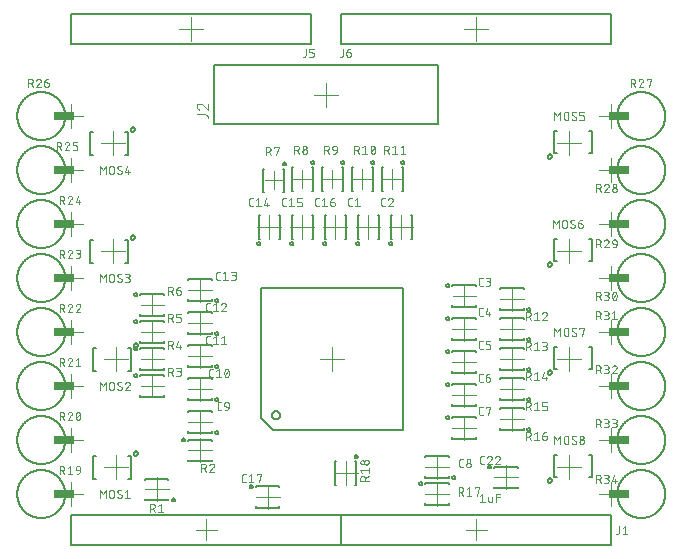
<source format=gto>
G75*
%MOIN*%
%OFA0B0*%
%FSLAX25Y25*%
%IPPOS*%
%LPD*%
%AMOC8*
5,1,8,0,0,1.08239X$1,22.5*
%
%ADD10C,0.00500*%
%ADD11C,0.00200*%
%ADD12C,0.00000*%
%ADD13C,0.00600*%
%ADD14R,0.06600X0.03000*%
%ADD15C,0.00300*%
D10*
X0020500Y0003500D02*
X0110500Y0003500D01*
X0110500Y0013500D01*
X0020500Y0013500D01*
X0020500Y0003500D01*
X0045063Y0018457D02*
X0045063Y0018850D01*
X0045063Y0018457D02*
X0052937Y0018457D01*
X0052937Y0018850D01*
X0054000Y0018500D02*
X0054002Y0018544D01*
X0054008Y0018588D01*
X0054018Y0018631D01*
X0054031Y0018673D01*
X0054048Y0018714D01*
X0054069Y0018753D01*
X0054093Y0018790D01*
X0054120Y0018825D01*
X0054150Y0018857D01*
X0054183Y0018887D01*
X0054219Y0018913D01*
X0054256Y0018937D01*
X0054296Y0018956D01*
X0054337Y0018973D01*
X0054380Y0018985D01*
X0054423Y0018994D01*
X0054467Y0018999D01*
X0054511Y0019000D01*
X0054555Y0018997D01*
X0054599Y0018990D01*
X0054642Y0018979D01*
X0054684Y0018965D01*
X0054724Y0018947D01*
X0054763Y0018925D01*
X0054799Y0018901D01*
X0054833Y0018873D01*
X0054865Y0018842D01*
X0054894Y0018808D01*
X0054920Y0018772D01*
X0054942Y0018734D01*
X0054961Y0018694D01*
X0054976Y0018652D01*
X0054988Y0018610D01*
X0054996Y0018566D01*
X0055000Y0018522D01*
X0055000Y0018478D01*
X0054996Y0018434D01*
X0054988Y0018390D01*
X0054976Y0018348D01*
X0054961Y0018306D01*
X0054942Y0018266D01*
X0054920Y0018228D01*
X0054894Y0018192D01*
X0054865Y0018158D01*
X0054833Y0018127D01*
X0054799Y0018099D01*
X0054763Y0018075D01*
X0054724Y0018053D01*
X0054684Y0018035D01*
X0054642Y0018021D01*
X0054599Y0018010D01*
X0054555Y0018003D01*
X0054511Y0018000D01*
X0054467Y0018001D01*
X0054423Y0018006D01*
X0054380Y0018015D01*
X0054337Y0018027D01*
X0054296Y0018044D01*
X0054256Y0018063D01*
X0054219Y0018087D01*
X0054183Y0018113D01*
X0054150Y0018143D01*
X0054120Y0018175D01*
X0054093Y0018210D01*
X0054069Y0018247D01*
X0054048Y0018286D01*
X0054031Y0018327D01*
X0054018Y0018369D01*
X0054008Y0018412D01*
X0054002Y0018456D01*
X0054000Y0018500D01*
X0052937Y0025150D02*
X0052937Y0025543D01*
X0045063Y0025543D01*
X0045063Y0025150D01*
X0040500Y0025500D02*
X0040500Y0033000D01*
X0039500Y0033000D01*
X0041293Y0034000D02*
X0041295Y0034053D01*
X0041301Y0034105D01*
X0041311Y0034157D01*
X0041324Y0034208D01*
X0041342Y0034258D01*
X0041363Y0034307D01*
X0041388Y0034354D01*
X0041416Y0034398D01*
X0041447Y0034441D01*
X0041482Y0034481D01*
X0041519Y0034518D01*
X0041559Y0034553D01*
X0041602Y0034584D01*
X0041647Y0034612D01*
X0041693Y0034637D01*
X0041742Y0034658D01*
X0041792Y0034676D01*
X0041843Y0034689D01*
X0041895Y0034699D01*
X0041947Y0034705D01*
X0042000Y0034707D01*
X0042053Y0034705D01*
X0042105Y0034699D01*
X0042157Y0034689D01*
X0042208Y0034676D01*
X0042258Y0034658D01*
X0042307Y0034637D01*
X0042354Y0034612D01*
X0042398Y0034584D01*
X0042441Y0034553D01*
X0042481Y0034518D01*
X0042518Y0034481D01*
X0042553Y0034441D01*
X0042584Y0034398D01*
X0042612Y0034353D01*
X0042637Y0034307D01*
X0042658Y0034258D01*
X0042676Y0034208D01*
X0042689Y0034157D01*
X0042699Y0034105D01*
X0042705Y0034053D01*
X0042707Y0034000D01*
X0042705Y0033947D01*
X0042699Y0033895D01*
X0042689Y0033843D01*
X0042676Y0033792D01*
X0042658Y0033742D01*
X0042637Y0033693D01*
X0042612Y0033646D01*
X0042584Y0033602D01*
X0042553Y0033559D01*
X0042518Y0033519D01*
X0042481Y0033482D01*
X0042441Y0033447D01*
X0042398Y0033416D01*
X0042353Y0033388D01*
X0042307Y0033363D01*
X0042258Y0033342D01*
X0042208Y0033324D01*
X0042157Y0033311D01*
X0042105Y0033301D01*
X0042053Y0033295D01*
X0042000Y0033293D01*
X0041947Y0033295D01*
X0041895Y0033301D01*
X0041843Y0033311D01*
X0041792Y0033324D01*
X0041742Y0033342D01*
X0041693Y0033363D01*
X0041646Y0033388D01*
X0041602Y0033416D01*
X0041559Y0033447D01*
X0041519Y0033482D01*
X0041482Y0033519D01*
X0041447Y0033559D01*
X0041416Y0033602D01*
X0041388Y0033647D01*
X0041363Y0033693D01*
X0041342Y0033742D01*
X0041324Y0033792D01*
X0041311Y0033843D01*
X0041301Y0033895D01*
X0041295Y0033947D01*
X0041293Y0034000D01*
X0040500Y0025500D02*
X0039500Y0025500D01*
X0028900Y0025500D02*
X0027900Y0025500D01*
X0027900Y0033000D01*
X0028900Y0033000D01*
X0043563Y0052957D02*
X0051437Y0052957D01*
X0051437Y0053350D01*
X0059563Y0052350D02*
X0059563Y0051957D01*
X0067437Y0051957D01*
X0067437Y0052350D01*
X0068500Y0052000D02*
X0068502Y0052044D01*
X0068508Y0052088D01*
X0068518Y0052131D01*
X0068531Y0052173D01*
X0068548Y0052214D01*
X0068569Y0052253D01*
X0068593Y0052290D01*
X0068620Y0052325D01*
X0068650Y0052357D01*
X0068683Y0052387D01*
X0068719Y0052413D01*
X0068756Y0052437D01*
X0068796Y0052456D01*
X0068837Y0052473D01*
X0068880Y0052485D01*
X0068923Y0052494D01*
X0068967Y0052499D01*
X0069011Y0052500D01*
X0069055Y0052497D01*
X0069099Y0052490D01*
X0069142Y0052479D01*
X0069184Y0052465D01*
X0069224Y0052447D01*
X0069263Y0052425D01*
X0069299Y0052401D01*
X0069333Y0052373D01*
X0069365Y0052342D01*
X0069394Y0052308D01*
X0069420Y0052272D01*
X0069442Y0052234D01*
X0069461Y0052194D01*
X0069476Y0052152D01*
X0069488Y0052110D01*
X0069496Y0052066D01*
X0069500Y0052022D01*
X0069500Y0051978D01*
X0069496Y0051934D01*
X0069488Y0051890D01*
X0069476Y0051848D01*
X0069461Y0051806D01*
X0069442Y0051766D01*
X0069420Y0051728D01*
X0069394Y0051692D01*
X0069365Y0051658D01*
X0069333Y0051627D01*
X0069299Y0051599D01*
X0069263Y0051575D01*
X0069224Y0051553D01*
X0069184Y0051535D01*
X0069142Y0051521D01*
X0069099Y0051510D01*
X0069055Y0051503D01*
X0069011Y0051500D01*
X0068967Y0051501D01*
X0068923Y0051506D01*
X0068880Y0051515D01*
X0068837Y0051527D01*
X0068796Y0051544D01*
X0068756Y0051563D01*
X0068719Y0051587D01*
X0068683Y0051613D01*
X0068650Y0051643D01*
X0068620Y0051675D01*
X0068593Y0051710D01*
X0068569Y0051747D01*
X0068548Y0051786D01*
X0068531Y0051827D01*
X0068518Y0051869D01*
X0068508Y0051912D01*
X0068502Y0051956D01*
X0068500Y0052000D01*
X0067437Y0048043D02*
X0059563Y0048043D01*
X0059563Y0047650D01*
X0059563Y0041350D02*
X0059563Y0040957D01*
X0067437Y0040957D01*
X0067437Y0041350D01*
X0068500Y0041000D02*
X0068502Y0041044D01*
X0068508Y0041088D01*
X0068518Y0041131D01*
X0068531Y0041173D01*
X0068548Y0041214D01*
X0068569Y0041253D01*
X0068593Y0041290D01*
X0068620Y0041325D01*
X0068650Y0041357D01*
X0068683Y0041387D01*
X0068719Y0041413D01*
X0068756Y0041437D01*
X0068796Y0041456D01*
X0068837Y0041473D01*
X0068880Y0041485D01*
X0068923Y0041494D01*
X0068967Y0041499D01*
X0069011Y0041500D01*
X0069055Y0041497D01*
X0069099Y0041490D01*
X0069142Y0041479D01*
X0069184Y0041465D01*
X0069224Y0041447D01*
X0069263Y0041425D01*
X0069299Y0041401D01*
X0069333Y0041373D01*
X0069365Y0041342D01*
X0069394Y0041308D01*
X0069420Y0041272D01*
X0069442Y0041234D01*
X0069461Y0041194D01*
X0069476Y0041152D01*
X0069488Y0041110D01*
X0069496Y0041066D01*
X0069500Y0041022D01*
X0069500Y0040978D01*
X0069496Y0040934D01*
X0069488Y0040890D01*
X0069476Y0040848D01*
X0069461Y0040806D01*
X0069442Y0040766D01*
X0069420Y0040728D01*
X0069394Y0040692D01*
X0069365Y0040658D01*
X0069333Y0040627D01*
X0069299Y0040599D01*
X0069263Y0040575D01*
X0069224Y0040553D01*
X0069184Y0040535D01*
X0069142Y0040521D01*
X0069099Y0040510D01*
X0069055Y0040503D01*
X0069011Y0040500D01*
X0068967Y0040501D01*
X0068923Y0040506D01*
X0068880Y0040515D01*
X0068837Y0040527D01*
X0068796Y0040544D01*
X0068756Y0040563D01*
X0068719Y0040587D01*
X0068683Y0040613D01*
X0068650Y0040643D01*
X0068620Y0040675D01*
X0068593Y0040710D01*
X0068569Y0040747D01*
X0068548Y0040786D01*
X0068531Y0040827D01*
X0068518Y0040869D01*
X0068508Y0040912D01*
X0068502Y0040956D01*
X0068500Y0041000D01*
X0067437Y0038543D02*
X0067437Y0038150D01*
X0067437Y0038543D02*
X0059563Y0038543D01*
X0059563Y0038150D01*
X0057500Y0038500D02*
X0057502Y0038544D01*
X0057508Y0038588D01*
X0057518Y0038631D01*
X0057531Y0038673D01*
X0057548Y0038714D01*
X0057569Y0038753D01*
X0057593Y0038790D01*
X0057620Y0038825D01*
X0057650Y0038857D01*
X0057683Y0038887D01*
X0057719Y0038913D01*
X0057756Y0038937D01*
X0057796Y0038956D01*
X0057837Y0038973D01*
X0057880Y0038985D01*
X0057923Y0038994D01*
X0057967Y0038999D01*
X0058011Y0039000D01*
X0058055Y0038997D01*
X0058099Y0038990D01*
X0058142Y0038979D01*
X0058184Y0038965D01*
X0058224Y0038947D01*
X0058263Y0038925D01*
X0058299Y0038901D01*
X0058333Y0038873D01*
X0058365Y0038842D01*
X0058394Y0038808D01*
X0058420Y0038772D01*
X0058442Y0038734D01*
X0058461Y0038694D01*
X0058476Y0038652D01*
X0058488Y0038610D01*
X0058496Y0038566D01*
X0058500Y0038522D01*
X0058500Y0038478D01*
X0058496Y0038434D01*
X0058488Y0038390D01*
X0058476Y0038348D01*
X0058461Y0038306D01*
X0058442Y0038266D01*
X0058420Y0038228D01*
X0058394Y0038192D01*
X0058365Y0038158D01*
X0058333Y0038127D01*
X0058299Y0038099D01*
X0058263Y0038075D01*
X0058224Y0038053D01*
X0058184Y0038035D01*
X0058142Y0038021D01*
X0058099Y0038010D01*
X0058055Y0038003D01*
X0058011Y0038000D01*
X0057967Y0038001D01*
X0057923Y0038006D01*
X0057880Y0038015D01*
X0057837Y0038027D01*
X0057796Y0038044D01*
X0057756Y0038063D01*
X0057719Y0038087D01*
X0057683Y0038113D01*
X0057650Y0038143D01*
X0057620Y0038175D01*
X0057593Y0038210D01*
X0057569Y0038247D01*
X0057548Y0038286D01*
X0057531Y0038327D01*
X0057518Y0038369D01*
X0057508Y0038412D01*
X0057502Y0038456D01*
X0057500Y0038500D01*
X0059563Y0031850D02*
X0059563Y0031457D01*
X0067437Y0031457D01*
X0067437Y0031850D01*
X0080000Y0023000D02*
X0080002Y0023044D01*
X0080008Y0023088D01*
X0080018Y0023131D01*
X0080031Y0023173D01*
X0080048Y0023214D01*
X0080069Y0023253D01*
X0080093Y0023290D01*
X0080120Y0023325D01*
X0080150Y0023357D01*
X0080183Y0023387D01*
X0080219Y0023413D01*
X0080256Y0023437D01*
X0080296Y0023456D01*
X0080337Y0023473D01*
X0080380Y0023485D01*
X0080423Y0023494D01*
X0080467Y0023499D01*
X0080511Y0023500D01*
X0080555Y0023497D01*
X0080599Y0023490D01*
X0080642Y0023479D01*
X0080684Y0023465D01*
X0080724Y0023447D01*
X0080763Y0023425D01*
X0080799Y0023401D01*
X0080833Y0023373D01*
X0080865Y0023342D01*
X0080894Y0023308D01*
X0080920Y0023272D01*
X0080942Y0023234D01*
X0080961Y0023194D01*
X0080976Y0023152D01*
X0080988Y0023110D01*
X0080996Y0023066D01*
X0081000Y0023022D01*
X0081000Y0022978D01*
X0080996Y0022934D01*
X0080988Y0022890D01*
X0080976Y0022848D01*
X0080961Y0022806D01*
X0080942Y0022766D01*
X0080920Y0022728D01*
X0080894Y0022692D01*
X0080865Y0022658D01*
X0080833Y0022627D01*
X0080799Y0022599D01*
X0080763Y0022575D01*
X0080724Y0022553D01*
X0080684Y0022535D01*
X0080642Y0022521D01*
X0080599Y0022510D01*
X0080555Y0022503D01*
X0080511Y0022500D01*
X0080467Y0022501D01*
X0080423Y0022506D01*
X0080380Y0022515D01*
X0080337Y0022527D01*
X0080296Y0022544D01*
X0080256Y0022563D01*
X0080219Y0022587D01*
X0080183Y0022613D01*
X0080150Y0022643D01*
X0080120Y0022675D01*
X0080093Y0022710D01*
X0080069Y0022747D01*
X0080048Y0022786D01*
X0080031Y0022827D01*
X0080018Y0022869D01*
X0080008Y0022912D01*
X0080002Y0022956D01*
X0080000Y0023000D01*
X0082063Y0023043D02*
X0089937Y0023043D01*
X0089937Y0022650D01*
X0082063Y0022650D02*
X0082063Y0023043D01*
X0082063Y0016350D02*
X0082063Y0015957D01*
X0089937Y0015957D01*
X0089937Y0016350D01*
X0108457Y0023563D02*
X0108850Y0023563D01*
X0108457Y0023563D02*
X0108457Y0031437D01*
X0108850Y0031437D01*
X0115150Y0031437D02*
X0115543Y0031437D01*
X0115543Y0023563D01*
X0115150Y0023563D01*
X0115000Y0033000D02*
X0115002Y0033044D01*
X0115008Y0033088D01*
X0115018Y0033131D01*
X0115031Y0033173D01*
X0115048Y0033214D01*
X0115069Y0033253D01*
X0115093Y0033290D01*
X0115120Y0033325D01*
X0115150Y0033357D01*
X0115183Y0033387D01*
X0115219Y0033413D01*
X0115256Y0033437D01*
X0115296Y0033456D01*
X0115337Y0033473D01*
X0115380Y0033485D01*
X0115423Y0033494D01*
X0115467Y0033499D01*
X0115511Y0033500D01*
X0115555Y0033497D01*
X0115599Y0033490D01*
X0115642Y0033479D01*
X0115684Y0033465D01*
X0115724Y0033447D01*
X0115763Y0033425D01*
X0115799Y0033401D01*
X0115833Y0033373D01*
X0115865Y0033342D01*
X0115894Y0033308D01*
X0115920Y0033272D01*
X0115942Y0033234D01*
X0115961Y0033194D01*
X0115976Y0033152D01*
X0115988Y0033110D01*
X0115996Y0033066D01*
X0116000Y0033022D01*
X0116000Y0032978D01*
X0115996Y0032934D01*
X0115988Y0032890D01*
X0115976Y0032848D01*
X0115961Y0032806D01*
X0115942Y0032766D01*
X0115920Y0032728D01*
X0115894Y0032692D01*
X0115865Y0032658D01*
X0115833Y0032627D01*
X0115799Y0032599D01*
X0115763Y0032575D01*
X0115724Y0032553D01*
X0115684Y0032535D01*
X0115642Y0032521D01*
X0115599Y0032510D01*
X0115555Y0032503D01*
X0115511Y0032500D01*
X0115467Y0032501D01*
X0115423Y0032506D01*
X0115380Y0032515D01*
X0115337Y0032527D01*
X0115296Y0032544D01*
X0115256Y0032563D01*
X0115219Y0032587D01*
X0115183Y0032613D01*
X0115150Y0032643D01*
X0115120Y0032675D01*
X0115093Y0032710D01*
X0115069Y0032747D01*
X0115048Y0032786D01*
X0115031Y0032827D01*
X0115018Y0032869D01*
X0115008Y0032912D01*
X0115002Y0032956D01*
X0115000Y0033000D01*
X0131122Y0041878D02*
X0131122Y0089122D01*
X0083878Y0089122D01*
X0083878Y0045815D01*
X0087815Y0041878D01*
X0131122Y0041878D01*
X0138563Y0033043D02*
X0138563Y0032650D01*
X0138563Y0033043D02*
X0146437Y0033043D01*
X0146437Y0032650D01*
X0146437Y0026350D02*
X0146437Y0025957D01*
X0138563Y0025957D01*
X0138563Y0026350D01*
X0138563Y0024043D02*
X0146437Y0024043D01*
X0146437Y0023650D01*
X0147500Y0026000D02*
X0147502Y0026044D01*
X0147508Y0026088D01*
X0147518Y0026131D01*
X0147531Y0026173D01*
X0147548Y0026214D01*
X0147569Y0026253D01*
X0147593Y0026290D01*
X0147620Y0026325D01*
X0147650Y0026357D01*
X0147683Y0026387D01*
X0147719Y0026413D01*
X0147756Y0026437D01*
X0147796Y0026456D01*
X0147837Y0026473D01*
X0147880Y0026485D01*
X0147923Y0026494D01*
X0147967Y0026499D01*
X0148011Y0026500D01*
X0148055Y0026497D01*
X0148099Y0026490D01*
X0148142Y0026479D01*
X0148184Y0026465D01*
X0148224Y0026447D01*
X0148263Y0026425D01*
X0148299Y0026401D01*
X0148333Y0026373D01*
X0148365Y0026342D01*
X0148394Y0026308D01*
X0148420Y0026272D01*
X0148442Y0026234D01*
X0148461Y0026194D01*
X0148476Y0026152D01*
X0148488Y0026110D01*
X0148496Y0026066D01*
X0148500Y0026022D01*
X0148500Y0025978D01*
X0148496Y0025934D01*
X0148488Y0025890D01*
X0148476Y0025848D01*
X0148461Y0025806D01*
X0148442Y0025766D01*
X0148420Y0025728D01*
X0148394Y0025692D01*
X0148365Y0025658D01*
X0148333Y0025627D01*
X0148299Y0025599D01*
X0148263Y0025575D01*
X0148224Y0025553D01*
X0148184Y0025535D01*
X0148142Y0025521D01*
X0148099Y0025510D01*
X0148055Y0025503D01*
X0148011Y0025500D01*
X0147967Y0025501D01*
X0147923Y0025506D01*
X0147880Y0025515D01*
X0147837Y0025527D01*
X0147796Y0025544D01*
X0147756Y0025563D01*
X0147719Y0025587D01*
X0147683Y0025613D01*
X0147650Y0025643D01*
X0147620Y0025675D01*
X0147593Y0025710D01*
X0147569Y0025747D01*
X0147548Y0025786D01*
X0147531Y0025827D01*
X0147518Y0025869D01*
X0147508Y0025912D01*
X0147502Y0025956D01*
X0147500Y0026000D01*
X0138563Y0024043D02*
X0138563Y0023650D01*
X0136500Y0024000D02*
X0136502Y0024044D01*
X0136508Y0024088D01*
X0136518Y0024131D01*
X0136531Y0024173D01*
X0136548Y0024214D01*
X0136569Y0024253D01*
X0136593Y0024290D01*
X0136620Y0024325D01*
X0136650Y0024357D01*
X0136683Y0024387D01*
X0136719Y0024413D01*
X0136756Y0024437D01*
X0136796Y0024456D01*
X0136837Y0024473D01*
X0136880Y0024485D01*
X0136923Y0024494D01*
X0136967Y0024499D01*
X0137011Y0024500D01*
X0137055Y0024497D01*
X0137099Y0024490D01*
X0137142Y0024479D01*
X0137184Y0024465D01*
X0137224Y0024447D01*
X0137263Y0024425D01*
X0137299Y0024401D01*
X0137333Y0024373D01*
X0137365Y0024342D01*
X0137394Y0024308D01*
X0137420Y0024272D01*
X0137442Y0024234D01*
X0137461Y0024194D01*
X0137476Y0024152D01*
X0137488Y0024110D01*
X0137496Y0024066D01*
X0137500Y0024022D01*
X0137500Y0023978D01*
X0137496Y0023934D01*
X0137488Y0023890D01*
X0137476Y0023848D01*
X0137461Y0023806D01*
X0137442Y0023766D01*
X0137420Y0023728D01*
X0137394Y0023692D01*
X0137365Y0023658D01*
X0137333Y0023627D01*
X0137299Y0023599D01*
X0137263Y0023575D01*
X0137224Y0023553D01*
X0137184Y0023535D01*
X0137142Y0023521D01*
X0137099Y0023510D01*
X0137055Y0023503D01*
X0137011Y0023500D01*
X0136967Y0023501D01*
X0136923Y0023506D01*
X0136880Y0023515D01*
X0136837Y0023527D01*
X0136796Y0023544D01*
X0136756Y0023563D01*
X0136719Y0023587D01*
X0136683Y0023613D01*
X0136650Y0023643D01*
X0136620Y0023675D01*
X0136593Y0023710D01*
X0136569Y0023747D01*
X0136548Y0023786D01*
X0136531Y0023827D01*
X0136518Y0023869D01*
X0136508Y0023912D01*
X0136502Y0023956D01*
X0136500Y0024000D01*
X0138563Y0017350D02*
X0138563Y0016957D01*
X0146437Y0016957D01*
X0146437Y0017350D01*
X0161563Y0022457D02*
X0169437Y0022457D01*
X0169437Y0022850D01*
X0169437Y0029150D02*
X0169437Y0029543D01*
X0161563Y0029543D01*
X0161563Y0029150D01*
X0159500Y0029500D02*
X0159502Y0029544D01*
X0159508Y0029588D01*
X0159518Y0029631D01*
X0159531Y0029673D01*
X0159548Y0029714D01*
X0159569Y0029753D01*
X0159593Y0029790D01*
X0159620Y0029825D01*
X0159650Y0029857D01*
X0159683Y0029887D01*
X0159719Y0029913D01*
X0159756Y0029937D01*
X0159796Y0029956D01*
X0159837Y0029973D01*
X0159880Y0029985D01*
X0159923Y0029994D01*
X0159967Y0029999D01*
X0160011Y0030000D01*
X0160055Y0029997D01*
X0160099Y0029990D01*
X0160142Y0029979D01*
X0160184Y0029965D01*
X0160224Y0029947D01*
X0160263Y0029925D01*
X0160299Y0029901D01*
X0160333Y0029873D01*
X0160365Y0029842D01*
X0160394Y0029808D01*
X0160420Y0029772D01*
X0160442Y0029734D01*
X0160461Y0029694D01*
X0160476Y0029652D01*
X0160488Y0029610D01*
X0160496Y0029566D01*
X0160500Y0029522D01*
X0160500Y0029478D01*
X0160496Y0029434D01*
X0160488Y0029390D01*
X0160476Y0029348D01*
X0160461Y0029306D01*
X0160442Y0029266D01*
X0160420Y0029228D01*
X0160394Y0029192D01*
X0160365Y0029158D01*
X0160333Y0029127D01*
X0160299Y0029099D01*
X0160263Y0029075D01*
X0160224Y0029053D01*
X0160184Y0029035D01*
X0160142Y0029021D01*
X0160099Y0029010D01*
X0160055Y0029003D01*
X0160011Y0029000D01*
X0159967Y0029001D01*
X0159923Y0029006D01*
X0159880Y0029015D01*
X0159837Y0029027D01*
X0159796Y0029044D01*
X0159756Y0029063D01*
X0159719Y0029087D01*
X0159683Y0029113D01*
X0159650Y0029143D01*
X0159620Y0029175D01*
X0159593Y0029210D01*
X0159569Y0029247D01*
X0159548Y0029286D01*
X0159531Y0029327D01*
X0159518Y0029369D01*
X0159508Y0029412D01*
X0159502Y0029456D01*
X0159500Y0029500D01*
X0161563Y0022850D02*
X0161563Y0022457D01*
X0155437Y0038957D02*
X0147563Y0038957D01*
X0147563Y0039350D01*
X0147563Y0045650D02*
X0147563Y0046043D01*
X0155437Y0046043D01*
X0155437Y0045650D01*
X0155437Y0049957D02*
X0155437Y0050350D01*
X0155437Y0049957D02*
X0147563Y0049957D01*
X0147563Y0050350D01*
X0145500Y0046000D02*
X0145502Y0046044D01*
X0145508Y0046088D01*
X0145518Y0046131D01*
X0145531Y0046173D01*
X0145548Y0046214D01*
X0145569Y0046253D01*
X0145593Y0046290D01*
X0145620Y0046325D01*
X0145650Y0046357D01*
X0145683Y0046387D01*
X0145719Y0046413D01*
X0145756Y0046437D01*
X0145796Y0046456D01*
X0145837Y0046473D01*
X0145880Y0046485D01*
X0145923Y0046494D01*
X0145967Y0046499D01*
X0146011Y0046500D01*
X0146055Y0046497D01*
X0146099Y0046490D01*
X0146142Y0046479D01*
X0146184Y0046465D01*
X0146224Y0046447D01*
X0146263Y0046425D01*
X0146299Y0046401D01*
X0146333Y0046373D01*
X0146365Y0046342D01*
X0146394Y0046308D01*
X0146420Y0046272D01*
X0146442Y0046234D01*
X0146461Y0046194D01*
X0146476Y0046152D01*
X0146488Y0046110D01*
X0146496Y0046066D01*
X0146500Y0046022D01*
X0146500Y0045978D01*
X0146496Y0045934D01*
X0146488Y0045890D01*
X0146476Y0045848D01*
X0146461Y0045806D01*
X0146442Y0045766D01*
X0146420Y0045728D01*
X0146394Y0045692D01*
X0146365Y0045658D01*
X0146333Y0045627D01*
X0146299Y0045599D01*
X0146263Y0045575D01*
X0146224Y0045553D01*
X0146184Y0045535D01*
X0146142Y0045521D01*
X0146099Y0045510D01*
X0146055Y0045503D01*
X0146011Y0045500D01*
X0145967Y0045501D01*
X0145923Y0045506D01*
X0145880Y0045515D01*
X0145837Y0045527D01*
X0145796Y0045544D01*
X0145756Y0045563D01*
X0145719Y0045587D01*
X0145683Y0045613D01*
X0145650Y0045643D01*
X0145620Y0045675D01*
X0145593Y0045710D01*
X0145569Y0045747D01*
X0145548Y0045786D01*
X0145531Y0045827D01*
X0145518Y0045869D01*
X0145508Y0045912D01*
X0145502Y0045956D01*
X0145500Y0046000D01*
X0155437Y0039350D02*
X0155437Y0038957D01*
X0163563Y0041957D02*
X0163563Y0042350D01*
X0163563Y0041957D02*
X0171437Y0041957D01*
X0171437Y0042350D01*
X0172500Y0042000D02*
X0172502Y0042044D01*
X0172508Y0042088D01*
X0172518Y0042131D01*
X0172531Y0042173D01*
X0172548Y0042214D01*
X0172569Y0042253D01*
X0172593Y0042290D01*
X0172620Y0042325D01*
X0172650Y0042357D01*
X0172683Y0042387D01*
X0172719Y0042413D01*
X0172756Y0042437D01*
X0172796Y0042456D01*
X0172837Y0042473D01*
X0172880Y0042485D01*
X0172923Y0042494D01*
X0172967Y0042499D01*
X0173011Y0042500D01*
X0173055Y0042497D01*
X0173099Y0042490D01*
X0173142Y0042479D01*
X0173184Y0042465D01*
X0173224Y0042447D01*
X0173263Y0042425D01*
X0173299Y0042401D01*
X0173333Y0042373D01*
X0173365Y0042342D01*
X0173394Y0042308D01*
X0173420Y0042272D01*
X0173442Y0042234D01*
X0173461Y0042194D01*
X0173476Y0042152D01*
X0173488Y0042110D01*
X0173496Y0042066D01*
X0173500Y0042022D01*
X0173500Y0041978D01*
X0173496Y0041934D01*
X0173488Y0041890D01*
X0173476Y0041848D01*
X0173461Y0041806D01*
X0173442Y0041766D01*
X0173420Y0041728D01*
X0173394Y0041692D01*
X0173365Y0041658D01*
X0173333Y0041627D01*
X0173299Y0041599D01*
X0173263Y0041575D01*
X0173224Y0041553D01*
X0173184Y0041535D01*
X0173142Y0041521D01*
X0173099Y0041510D01*
X0173055Y0041503D01*
X0173011Y0041500D01*
X0172967Y0041501D01*
X0172923Y0041506D01*
X0172880Y0041515D01*
X0172837Y0041527D01*
X0172796Y0041544D01*
X0172756Y0041563D01*
X0172719Y0041587D01*
X0172683Y0041613D01*
X0172650Y0041643D01*
X0172620Y0041675D01*
X0172593Y0041710D01*
X0172569Y0041747D01*
X0172548Y0041786D01*
X0172531Y0041827D01*
X0172518Y0041869D01*
X0172508Y0041912D01*
X0172502Y0041956D01*
X0172500Y0042000D01*
X0171437Y0048650D02*
X0171437Y0049043D01*
X0163563Y0049043D01*
X0163563Y0048650D01*
X0163563Y0051957D02*
X0163563Y0052350D01*
X0163563Y0051957D02*
X0171437Y0051957D01*
X0171437Y0052350D01*
X0172500Y0052000D02*
X0172502Y0052044D01*
X0172508Y0052088D01*
X0172518Y0052131D01*
X0172531Y0052173D01*
X0172548Y0052214D01*
X0172569Y0052253D01*
X0172593Y0052290D01*
X0172620Y0052325D01*
X0172650Y0052357D01*
X0172683Y0052387D01*
X0172719Y0052413D01*
X0172756Y0052437D01*
X0172796Y0052456D01*
X0172837Y0052473D01*
X0172880Y0052485D01*
X0172923Y0052494D01*
X0172967Y0052499D01*
X0173011Y0052500D01*
X0173055Y0052497D01*
X0173099Y0052490D01*
X0173142Y0052479D01*
X0173184Y0052465D01*
X0173224Y0052447D01*
X0173263Y0052425D01*
X0173299Y0052401D01*
X0173333Y0052373D01*
X0173365Y0052342D01*
X0173394Y0052308D01*
X0173420Y0052272D01*
X0173442Y0052234D01*
X0173461Y0052194D01*
X0173476Y0052152D01*
X0173488Y0052110D01*
X0173496Y0052066D01*
X0173500Y0052022D01*
X0173500Y0051978D01*
X0173496Y0051934D01*
X0173488Y0051890D01*
X0173476Y0051848D01*
X0173461Y0051806D01*
X0173442Y0051766D01*
X0173420Y0051728D01*
X0173394Y0051692D01*
X0173365Y0051658D01*
X0173333Y0051627D01*
X0173299Y0051599D01*
X0173263Y0051575D01*
X0173224Y0051553D01*
X0173184Y0051535D01*
X0173142Y0051521D01*
X0173099Y0051510D01*
X0173055Y0051503D01*
X0173011Y0051500D01*
X0172967Y0051501D01*
X0172923Y0051506D01*
X0172880Y0051515D01*
X0172837Y0051527D01*
X0172796Y0051544D01*
X0172756Y0051563D01*
X0172719Y0051587D01*
X0172683Y0051613D01*
X0172650Y0051643D01*
X0172620Y0051675D01*
X0172593Y0051710D01*
X0172569Y0051747D01*
X0172548Y0051786D01*
X0172531Y0051827D01*
X0172518Y0051869D01*
X0172508Y0051912D01*
X0172502Y0051956D01*
X0172500Y0052000D01*
X0171437Y0058650D02*
X0171437Y0059043D01*
X0163563Y0059043D01*
X0163563Y0058650D01*
X0163563Y0061957D02*
X0163563Y0062350D01*
X0163563Y0061957D02*
X0171437Y0061957D01*
X0171437Y0062350D01*
X0172500Y0062000D02*
X0172502Y0062044D01*
X0172508Y0062088D01*
X0172518Y0062131D01*
X0172531Y0062173D01*
X0172548Y0062214D01*
X0172569Y0062253D01*
X0172593Y0062290D01*
X0172620Y0062325D01*
X0172650Y0062357D01*
X0172683Y0062387D01*
X0172719Y0062413D01*
X0172756Y0062437D01*
X0172796Y0062456D01*
X0172837Y0062473D01*
X0172880Y0062485D01*
X0172923Y0062494D01*
X0172967Y0062499D01*
X0173011Y0062500D01*
X0173055Y0062497D01*
X0173099Y0062490D01*
X0173142Y0062479D01*
X0173184Y0062465D01*
X0173224Y0062447D01*
X0173263Y0062425D01*
X0173299Y0062401D01*
X0173333Y0062373D01*
X0173365Y0062342D01*
X0173394Y0062308D01*
X0173420Y0062272D01*
X0173442Y0062234D01*
X0173461Y0062194D01*
X0173476Y0062152D01*
X0173488Y0062110D01*
X0173496Y0062066D01*
X0173500Y0062022D01*
X0173500Y0061978D01*
X0173496Y0061934D01*
X0173488Y0061890D01*
X0173476Y0061848D01*
X0173461Y0061806D01*
X0173442Y0061766D01*
X0173420Y0061728D01*
X0173394Y0061692D01*
X0173365Y0061658D01*
X0173333Y0061627D01*
X0173299Y0061599D01*
X0173263Y0061575D01*
X0173224Y0061553D01*
X0173184Y0061535D01*
X0173142Y0061521D01*
X0173099Y0061510D01*
X0173055Y0061503D01*
X0173011Y0061500D01*
X0172967Y0061501D01*
X0172923Y0061506D01*
X0172880Y0061515D01*
X0172837Y0061527D01*
X0172796Y0061544D01*
X0172756Y0061563D01*
X0172719Y0061587D01*
X0172683Y0061613D01*
X0172650Y0061643D01*
X0172620Y0061675D01*
X0172593Y0061710D01*
X0172569Y0061747D01*
X0172548Y0061786D01*
X0172531Y0061827D01*
X0172518Y0061869D01*
X0172508Y0061912D01*
X0172502Y0061956D01*
X0172500Y0062000D01*
X0171437Y0068650D02*
X0171437Y0069043D01*
X0163563Y0069043D01*
X0163563Y0068650D01*
X0163563Y0071957D02*
X0163563Y0072350D01*
X0163563Y0071957D02*
X0171437Y0071957D01*
X0171437Y0072350D01*
X0172500Y0072000D02*
X0172502Y0072044D01*
X0172508Y0072088D01*
X0172518Y0072131D01*
X0172531Y0072173D01*
X0172548Y0072214D01*
X0172569Y0072253D01*
X0172593Y0072290D01*
X0172620Y0072325D01*
X0172650Y0072357D01*
X0172683Y0072387D01*
X0172719Y0072413D01*
X0172756Y0072437D01*
X0172796Y0072456D01*
X0172837Y0072473D01*
X0172880Y0072485D01*
X0172923Y0072494D01*
X0172967Y0072499D01*
X0173011Y0072500D01*
X0173055Y0072497D01*
X0173099Y0072490D01*
X0173142Y0072479D01*
X0173184Y0072465D01*
X0173224Y0072447D01*
X0173263Y0072425D01*
X0173299Y0072401D01*
X0173333Y0072373D01*
X0173365Y0072342D01*
X0173394Y0072308D01*
X0173420Y0072272D01*
X0173442Y0072234D01*
X0173461Y0072194D01*
X0173476Y0072152D01*
X0173488Y0072110D01*
X0173496Y0072066D01*
X0173500Y0072022D01*
X0173500Y0071978D01*
X0173496Y0071934D01*
X0173488Y0071890D01*
X0173476Y0071848D01*
X0173461Y0071806D01*
X0173442Y0071766D01*
X0173420Y0071728D01*
X0173394Y0071692D01*
X0173365Y0071658D01*
X0173333Y0071627D01*
X0173299Y0071599D01*
X0173263Y0071575D01*
X0173224Y0071553D01*
X0173184Y0071535D01*
X0173142Y0071521D01*
X0173099Y0071510D01*
X0173055Y0071503D01*
X0173011Y0071500D01*
X0172967Y0071501D01*
X0172923Y0071506D01*
X0172880Y0071515D01*
X0172837Y0071527D01*
X0172796Y0071544D01*
X0172756Y0071563D01*
X0172719Y0071587D01*
X0172683Y0071613D01*
X0172650Y0071643D01*
X0172620Y0071675D01*
X0172593Y0071710D01*
X0172569Y0071747D01*
X0172548Y0071786D01*
X0172531Y0071827D01*
X0172518Y0071869D01*
X0172508Y0071912D01*
X0172502Y0071956D01*
X0172500Y0072000D01*
X0171437Y0078650D02*
X0171437Y0079043D01*
X0163563Y0079043D01*
X0163563Y0078650D01*
X0163563Y0081957D02*
X0163563Y0082350D01*
X0163563Y0081957D02*
X0171437Y0081957D01*
X0171437Y0082350D01*
X0172500Y0082000D02*
X0172502Y0082044D01*
X0172508Y0082088D01*
X0172518Y0082131D01*
X0172531Y0082173D01*
X0172548Y0082214D01*
X0172569Y0082253D01*
X0172593Y0082290D01*
X0172620Y0082325D01*
X0172650Y0082357D01*
X0172683Y0082387D01*
X0172719Y0082413D01*
X0172756Y0082437D01*
X0172796Y0082456D01*
X0172837Y0082473D01*
X0172880Y0082485D01*
X0172923Y0082494D01*
X0172967Y0082499D01*
X0173011Y0082500D01*
X0173055Y0082497D01*
X0173099Y0082490D01*
X0173142Y0082479D01*
X0173184Y0082465D01*
X0173224Y0082447D01*
X0173263Y0082425D01*
X0173299Y0082401D01*
X0173333Y0082373D01*
X0173365Y0082342D01*
X0173394Y0082308D01*
X0173420Y0082272D01*
X0173442Y0082234D01*
X0173461Y0082194D01*
X0173476Y0082152D01*
X0173488Y0082110D01*
X0173496Y0082066D01*
X0173500Y0082022D01*
X0173500Y0081978D01*
X0173496Y0081934D01*
X0173488Y0081890D01*
X0173476Y0081848D01*
X0173461Y0081806D01*
X0173442Y0081766D01*
X0173420Y0081728D01*
X0173394Y0081692D01*
X0173365Y0081658D01*
X0173333Y0081627D01*
X0173299Y0081599D01*
X0173263Y0081575D01*
X0173224Y0081553D01*
X0173184Y0081535D01*
X0173142Y0081521D01*
X0173099Y0081510D01*
X0173055Y0081503D01*
X0173011Y0081500D01*
X0172967Y0081501D01*
X0172923Y0081506D01*
X0172880Y0081515D01*
X0172837Y0081527D01*
X0172796Y0081544D01*
X0172756Y0081563D01*
X0172719Y0081587D01*
X0172683Y0081613D01*
X0172650Y0081643D01*
X0172620Y0081675D01*
X0172593Y0081710D01*
X0172569Y0081747D01*
X0172548Y0081786D01*
X0172531Y0081827D01*
X0172518Y0081869D01*
X0172508Y0081912D01*
X0172502Y0081956D01*
X0172500Y0082000D01*
X0171437Y0088650D02*
X0171437Y0089043D01*
X0163563Y0089043D01*
X0163563Y0088650D01*
X0155437Y0089650D02*
X0155437Y0090043D01*
X0147563Y0090043D01*
X0147563Y0089650D01*
X0145500Y0090000D02*
X0145502Y0090044D01*
X0145508Y0090088D01*
X0145518Y0090131D01*
X0145531Y0090173D01*
X0145548Y0090214D01*
X0145569Y0090253D01*
X0145593Y0090290D01*
X0145620Y0090325D01*
X0145650Y0090357D01*
X0145683Y0090387D01*
X0145719Y0090413D01*
X0145756Y0090437D01*
X0145796Y0090456D01*
X0145837Y0090473D01*
X0145880Y0090485D01*
X0145923Y0090494D01*
X0145967Y0090499D01*
X0146011Y0090500D01*
X0146055Y0090497D01*
X0146099Y0090490D01*
X0146142Y0090479D01*
X0146184Y0090465D01*
X0146224Y0090447D01*
X0146263Y0090425D01*
X0146299Y0090401D01*
X0146333Y0090373D01*
X0146365Y0090342D01*
X0146394Y0090308D01*
X0146420Y0090272D01*
X0146442Y0090234D01*
X0146461Y0090194D01*
X0146476Y0090152D01*
X0146488Y0090110D01*
X0146496Y0090066D01*
X0146500Y0090022D01*
X0146500Y0089978D01*
X0146496Y0089934D01*
X0146488Y0089890D01*
X0146476Y0089848D01*
X0146461Y0089806D01*
X0146442Y0089766D01*
X0146420Y0089728D01*
X0146394Y0089692D01*
X0146365Y0089658D01*
X0146333Y0089627D01*
X0146299Y0089599D01*
X0146263Y0089575D01*
X0146224Y0089553D01*
X0146184Y0089535D01*
X0146142Y0089521D01*
X0146099Y0089510D01*
X0146055Y0089503D01*
X0146011Y0089500D01*
X0145967Y0089501D01*
X0145923Y0089506D01*
X0145880Y0089515D01*
X0145837Y0089527D01*
X0145796Y0089544D01*
X0145756Y0089563D01*
X0145719Y0089587D01*
X0145683Y0089613D01*
X0145650Y0089643D01*
X0145620Y0089675D01*
X0145593Y0089710D01*
X0145569Y0089747D01*
X0145548Y0089786D01*
X0145531Y0089827D01*
X0145518Y0089869D01*
X0145508Y0089912D01*
X0145502Y0089956D01*
X0145500Y0090000D01*
X0147563Y0083350D02*
X0147563Y0082957D01*
X0155437Y0082957D01*
X0155437Y0083350D01*
X0155437Y0079043D02*
X0155437Y0078650D01*
X0155437Y0079043D02*
X0147563Y0079043D01*
X0147563Y0078650D01*
X0145500Y0079000D02*
X0145502Y0079044D01*
X0145508Y0079088D01*
X0145518Y0079131D01*
X0145531Y0079173D01*
X0145548Y0079214D01*
X0145569Y0079253D01*
X0145593Y0079290D01*
X0145620Y0079325D01*
X0145650Y0079357D01*
X0145683Y0079387D01*
X0145719Y0079413D01*
X0145756Y0079437D01*
X0145796Y0079456D01*
X0145837Y0079473D01*
X0145880Y0079485D01*
X0145923Y0079494D01*
X0145967Y0079499D01*
X0146011Y0079500D01*
X0146055Y0079497D01*
X0146099Y0079490D01*
X0146142Y0079479D01*
X0146184Y0079465D01*
X0146224Y0079447D01*
X0146263Y0079425D01*
X0146299Y0079401D01*
X0146333Y0079373D01*
X0146365Y0079342D01*
X0146394Y0079308D01*
X0146420Y0079272D01*
X0146442Y0079234D01*
X0146461Y0079194D01*
X0146476Y0079152D01*
X0146488Y0079110D01*
X0146496Y0079066D01*
X0146500Y0079022D01*
X0146500Y0078978D01*
X0146496Y0078934D01*
X0146488Y0078890D01*
X0146476Y0078848D01*
X0146461Y0078806D01*
X0146442Y0078766D01*
X0146420Y0078728D01*
X0146394Y0078692D01*
X0146365Y0078658D01*
X0146333Y0078627D01*
X0146299Y0078599D01*
X0146263Y0078575D01*
X0146224Y0078553D01*
X0146184Y0078535D01*
X0146142Y0078521D01*
X0146099Y0078510D01*
X0146055Y0078503D01*
X0146011Y0078500D01*
X0145967Y0078501D01*
X0145923Y0078506D01*
X0145880Y0078515D01*
X0145837Y0078527D01*
X0145796Y0078544D01*
X0145756Y0078563D01*
X0145719Y0078587D01*
X0145683Y0078613D01*
X0145650Y0078643D01*
X0145620Y0078675D01*
X0145593Y0078710D01*
X0145569Y0078747D01*
X0145548Y0078786D01*
X0145531Y0078827D01*
X0145518Y0078869D01*
X0145508Y0078912D01*
X0145502Y0078956D01*
X0145500Y0079000D01*
X0147563Y0072350D02*
X0147563Y0071957D01*
X0155437Y0071957D01*
X0155437Y0072350D01*
X0155437Y0068043D02*
X0155437Y0067650D01*
X0155437Y0068043D02*
X0147563Y0068043D01*
X0147563Y0067650D01*
X0145500Y0068000D02*
X0145502Y0068044D01*
X0145508Y0068088D01*
X0145518Y0068131D01*
X0145531Y0068173D01*
X0145548Y0068214D01*
X0145569Y0068253D01*
X0145593Y0068290D01*
X0145620Y0068325D01*
X0145650Y0068357D01*
X0145683Y0068387D01*
X0145719Y0068413D01*
X0145756Y0068437D01*
X0145796Y0068456D01*
X0145837Y0068473D01*
X0145880Y0068485D01*
X0145923Y0068494D01*
X0145967Y0068499D01*
X0146011Y0068500D01*
X0146055Y0068497D01*
X0146099Y0068490D01*
X0146142Y0068479D01*
X0146184Y0068465D01*
X0146224Y0068447D01*
X0146263Y0068425D01*
X0146299Y0068401D01*
X0146333Y0068373D01*
X0146365Y0068342D01*
X0146394Y0068308D01*
X0146420Y0068272D01*
X0146442Y0068234D01*
X0146461Y0068194D01*
X0146476Y0068152D01*
X0146488Y0068110D01*
X0146496Y0068066D01*
X0146500Y0068022D01*
X0146500Y0067978D01*
X0146496Y0067934D01*
X0146488Y0067890D01*
X0146476Y0067848D01*
X0146461Y0067806D01*
X0146442Y0067766D01*
X0146420Y0067728D01*
X0146394Y0067692D01*
X0146365Y0067658D01*
X0146333Y0067627D01*
X0146299Y0067599D01*
X0146263Y0067575D01*
X0146224Y0067553D01*
X0146184Y0067535D01*
X0146142Y0067521D01*
X0146099Y0067510D01*
X0146055Y0067503D01*
X0146011Y0067500D01*
X0145967Y0067501D01*
X0145923Y0067506D01*
X0145880Y0067515D01*
X0145837Y0067527D01*
X0145796Y0067544D01*
X0145756Y0067563D01*
X0145719Y0067587D01*
X0145683Y0067613D01*
X0145650Y0067643D01*
X0145620Y0067675D01*
X0145593Y0067710D01*
X0145569Y0067747D01*
X0145548Y0067786D01*
X0145531Y0067827D01*
X0145518Y0067869D01*
X0145508Y0067912D01*
X0145502Y0067956D01*
X0145500Y0068000D01*
X0147563Y0061350D02*
X0147563Y0060957D01*
X0155437Y0060957D01*
X0155437Y0061350D01*
X0155437Y0057043D02*
X0155437Y0056650D01*
X0155437Y0057043D02*
X0147563Y0057043D01*
X0147563Y0056650D01*
X0145500Y0057000D02*
X0145502Y0057044D01*
X0145508Y0057088D01*
X0145518Y0057131D01*
X0145531Y0057173D01*
X0145548Y0057214D01*
X0145569Y0057253D01*
X0145593Y0057290D01*
X0145620Y0057325D01*
X0145650Y0057357D01*
X0145683Y0057387D01*
X0145719Y0057413D01*
X0145756Y0057437D01*
X0145796Y0057456D01*
X0145837Y0057473D01*
X0145880Y0057485D01*
X0145923Y0057494D01*
X0145967Y0057499D01*
X0146011Y0057500D01*
X0146055Y0057497D01*
X0146099Y0057490D01*
X0146142Y0057479D01*
X0146184Y0057465D01*
X0146224Y0057447D01*
X0146263Y0057425D01*
X0146299Y0057401D01*
X0146333Y0057373D01*
X0146365Y0057342D01*
X0146394Y0057308D01*
X0146420Y0057272D01*
X0146442Y0057234D01*
X0146461Y0057194D01*
X0146476Y0057152D01*
X0146488Y0057110D01*
X0146496Y0057066D01*
X0146500Y0057022D01*
X0146500Y0056978D01*
X0146496Y0056934D01*
X0146488Y0056890D01*
X0146476Y0056848D01*
X0146461Y0056806D01*
X0146442Y0056766D01*
X0146420Y0056728D01*
X0146394Y0056692D01*
X0146365Y0056658D01*
X0146333Y0056627D01*
X0146299Y0056599D01*
X0146263Y0056575D01*
X0146224Y0056553D01*
X0146184Y0056535D01*
X0146142Y0056521D01*
X0146099Y0056510D01*
X0146055Y0056503D01*
X0146011Y0056500D01*
X0145967Y0056501D01*
X0145923Y0056506D01*
X0145880Y0056515D01*
X0145837Y0056527D01*
X0145796Y0056544D01*
X0145756Y0056563D01*
X0145719Y0056587D01*
X0145683Y0056613D01*
X0145650Y0056643D01*
X0145620Y0056675D01*
X0145593Y0056710D01*
X0145569Y0056747D01*
X0145548Y0056786D01*
X0145531Y0056827D01*
X0145518Y0056869D01*
X0145508Y0056912D01*
X0145502Y0056956D01*
X0145500Y0057000D01*
X0179293Y0061000D02*
X0179295Y0061053D01*
X0179301Y0061105D01*
X0179311Y0061157D01*
X0179324Y0061208D01*
X0179342Y0061258D01*
X0179363Y0061307D01*
X0179388Y0061354D01*
X0179416Y0061398D01*
X0179447Y0061441D01*
X0179482Y0061481D01*
X0179519Y0061518D01*
X0179559Y0061553D01*
X0179602Y0061584D01*
X0179647Y0061612D01*
X0179693Y0061637D01*
X0179742Y0061658D01*
X0179792Y0061676D01*
X0179843Y0061689D01*
X0179895Y0061699D01*
X0179947Y0061705D01*
X0180000Y0061707D01*
X0180053Y0061705D01*
X0180105Y0061699D01*
X0180157Y0061689D01*
X0180208Y0061676D01*
X0180258Y0061658D01*
X0180307Y0061637D01*
X0180354Y0061612D01*
X0180398Y0061584D01*
X0180441Y0061553D01*
X0180481Y0061518D01*
X0180518Y0061481D01*
X0180553Y0061441D01*
X0180584Y0061398D01*
X0180612Y0061353D01*
X0180637Y0061307D01*
X0180658Y0061258D01*
X0180676Y0061208D01*
X0180689Y0061157D01*
X0180699Y0061105D01*
X0180705Y0061053D01*
X0180707Y0061000D01*
X0180705Y0060947D01*
X0180699Y0060895D01*
X0180689Y0060843D01*
X0180676Y0060792D01*
X0180658Y0060742D01*
X0180637Y0060693D01*
X0180612Y0060646D01*
X0180584Y0060602D01*
X0180553Y0060559D01*
X0180518Y0060519D01*
X0180481Y0060482D01*
X0180441Y0060447D01*
X0180398Y0060416D01*
X0180353Y0060388D01*
X0180307Y0060363D01*
X0180258Y0060342D01*
X0180208Y0060324D01*
X0180157Y0060311D01*
X0180105Y0060301D01*
X0180053Y0060295D01*
X0180000Y0060293D01*
X0179947Y0060295D01*
X0179895Y0060301D01*
X0179843Y0060311D01*
X0179792Y0060324D01*
X0179742Y0060342D01*
X0179693Y0060363D01*
X0179646Y0060388D01*
X0179602Y0060416D01*
X0179559Y0060447D01*
X0179519Y0060482D01*
X0179482Y0060519D01*
X0179447Y0060559D01*
X0179416Y0060602D01*
X0179388Y0060647D01*
X0179363Y0060693D01*
X0179342Y0060742D01*
X0179324Y0060792D01*
X0179311Y0060843D01*
X0179301Y0060895D01*
X0179295Y0060947D01*
X0179293Y0061000D01*
X0181500Y0062000D02*
X0182500Y0062000D01*
X0181500Y0062000D02*
X0181500Y0069500D01*
X0182500Y0069500D01*
X0193100Y0069500D02*
X0194100Y0069500D01*
X0194100Y0062000D01*
X0193100Y0062000D01*
X0193100Y0033500D02*
X0194100Y0033500D01*
X0194100Y0026000D01*
X0193100Y0026000D01*
X0182500Y0026000D02*
X0181500Y0026000D01*
X0181500Y0033500D01*
X0182500Y0033500D01*
X0179293Y0025000D02*
X0179295Y0025053D01*
X0179301Y0025105D01*
X0179311Y0025157D01*
X0179324Y0025208D01*
X0179342Y0025258D01*
X0179363Y0025307D01*
X0179388Y0025354D01*
X0179416Y0025398D01*
X0179447Y0025441D01*
X0179482Y0025481D01*
X0179519Y0025518D01*
X0179559Y0025553D01*
X0179602Y0025584D01*
X0179647Y0025612D01*
X0179693Y0025637D01*
X0179742Y0025658D01*
X0179792Y0025676D01*
X0179843Y0025689D01*
X0179895Y0025699D01*
X0179947Y0025705D01*
X0180000Y0025707D01*
X0180053Y0025705D01*
X0180105Y0025699D01*
X0180157Y0025689D01*
X0180208Y0025676D01*
X0180258Y0025658D01*
X0180307Y0025637D01*
X0180354Y0025612D01*
X0180398Y0025584D01*
X0180441Y0025553D01*
X0180481Y0025518D01*
X0180518Y0025481D01*
X0180553Y0025441D01*
X0180584Y0025398D01*
X0180612Y0025353D01*
X0180637Y0025307D01*
X0180658Y0025258D01*
X0180676Y0025208D01*
X0180689Y0025157D01*
X0180699Y0025105D01*
X0180705Y0025053D01*
X0180707Y0025000D01*
X0180705Y0024947D01*
X0180699Y0024895D01*
X0180689Y0024843D01*
X0180676Y0024792D01*
X0180658Y0024742D01*
X0180637Y0024693D01*
X0180612Y0024646D01*
X0180584Y0024602D01*
X0180553Y0024559D01*
X0180518Y0024519D01*
X0180481Y0024482D01*
X0180441Y0024447D01*
X0180398Y0024416D01*
X0180353Y0024388D01*
X0180307Y0024363D01*
X0180258Y0024342D01*
X0180208Y0024324D01*
X0180157Y0024311D01*
X0180105Y0024301D01*
X0180053Y0024295D01*
X0180000Y0024293D01*
X0179947Y0024295D01*
X0179895Y0024301D01*
X0179843Y0024311D01*
X0179792Y0024324D01*
X0179742Y0024342D01*
X0179693Y0024363D01*
X0179646Y0024388D01*
X0179602Y0024416D01*
X0179559Y0024447D01*
X0179519Y0024482D01*
X0179482Y0024519D01*
X0179447Y0024559D01*
X0179416Y0024602D01*
X0179388Y0024647D01*
X0179363Y0024693D01*
X0179342Y0024742D01*
X0179324Y0024792D01*
X0179311Y0024843D01*
X0179301Y0024895D01*
X0179295Y0024947D01*
X0179293Y0025000D01*
X0200500Y0013500D02*
X0110500Y0013500D01*
X0110500Y0003500D01*
X0200500Y0003500D01*
X0200500Y0013500D01*
X0179293Y0097000D02*
X0179295Y0097053D01*
X0179301Y0097105D01*
X0179311Y0097157D01*
X0179324Y0097208D01*
X0179342Y0097258D01*
X0179363Y0097307D01*
X0179388Y0097354D01*
X0179416Y0097398D01*
X0179447Y0097441D01*
X0179482Y0097481D01*
X0179519Y0097518D01*
X0179559Y0097553D01*
X0179602Y0097584D01*
X0179647Y0097612D01*
X0179693Y0097637D01*
X0179742Y0097658D01*
X0179792Y0097676D01*
X0179843Y0097689D01*
X0179895Y0097699D01*
X0179947Y0097705D01*
X0180000Y0097707D01*
X0180053Y0097705D01*
X0180105Y0097699D01*
X0180157Y0097689D01*
X0180208Y0097676D01*
X0180258Y0097658D01*
X0180307Y0097637D01*
X0180354Y0097612D01*
X0180398Y0097584D01*
X0180441Y0097553D01*
X0180481Y0097518D01*
X0180518Y0097481D01*
X0180553Y0097441D01*
X0180584Y0097398D01*
X0180612Y0097353D01*
X0180637Y0097307D01*
X0180658Y0097258D01*
X0180676Y0097208D01*
X0180689Y0097157D01*
X0180699Y0097105D01*
X0180705Y0097053D01*
X0180707Y0097000D01*
X0180705Y0096947D01*
X0180699Y0096895D01*
X0180689Y0096843D01*
X0180676Y0096792D01*
X0180658Y0096742D01*
X0180637Y0096693D01*
X0180612Y0096646D01*
X0180584Y0096602D01*
X0180553Y0096559D01*
X0180518Y0096519D01*
X0180481Y0096482D01*
X0180441Y0096447D01*
X0180398Y0096416D01*
X0180353Y0096388D01*
X0180307Y0096363D01*
X0180258Y0096342D01*
X0180208Y0096324D01*
X0180157Y0096311D01*
X0180105Y0096301D01*
X0180053Y0096295D01*
X0180000Y0096293D01*
X0179947Y0096295D01*
X0179895Y0096301D01*
X0179843Y0096311D01*
X0179792Y0096324D01*
X0179742Y0096342D01*
X0179693Y0096363D01*
X0179646Y0096388D01*
X0179602Y0096416D01*
X0179559Y0096447D01*
X0179519Y0096482D01*
X0179482Y0096519D01*
X0179447Y0096559D01*
X0179416Y0096602D01*
X0179388Y0096647D01*
X0179363Y0096693D01*
X0179342Y0096742D01*
X0179324Y0096792D01*
X0179311Y0096843D01*
X0179301Y0096895D01*
X0179295Y0096947D01*
X0179293Y0097000D01*
X0181500Y0098000D02*
X0182500Y0098000D01*
X0181500Y0098000D02*
X0181500Y0105500D01*
X0182500Y0105500D01*
X0193100Y0105500D02*
X0194100Y0105500D01*
X0194100Y0098000D01*
X0193100Y0098000D01*
X0193100Y0134000D02*
X0194100Y0134000D01*
X0194100Y0141500D01*
X0193100Y0141500D01*
X0182500Y0141500D02*
X0181500Y0141500D01*
X0181500Y0134000D01*
X0182500Y0134000D01*
X0179293Y0133000D02*
X0179295Y0133053D01*
X0179301Y0133105D01*
X0179311Y0133157D01*
X0179324Y0133208D01*
X0179342Y0133258D01*
X0179363Y0133307D01*
X0179388Y0133354D01*
X0179416Y0133398D01*
X0179447Y0133441D01*
X0179482Y0133481D01*
X0179519Y0133518D01*
X0179559Y0133553D01*
X0179602Y0133584D01*
X0179647Y0133612D01*
X0179693Y0133637D01*
X0179742Y0133658D01*
X0179792Y0133676D01*
X0179843Y0133689D01*
X0179895Y0133699D01*
X0179947Y0133705D01*
X0180000Y0133707D01*
X0180053Y0133705D01*
X0180105Y0133699D01*
X0180157Y0133689D01*
X0180208Y0133676D01*
X0180258Y0133658D01*
X0180307Y0133637D01*
X0180354Y0133612D01*
X0180398Y0133584D01*
X0180441Y0133553D01*
X0180481Y0133518D01*
X0180518Y0133481D01*
X0180553Y0133441D01*
X0180584Y0133398D01*
X0180612Y0133353D01*
X0180637Y0133307D01*
X0180658Y0133258D01*
X0180676Y0133208D01*
X0180689Y0133157D01*
X0180699Y0133105D01*
X0180705Y0133053D01*
X0180707Y0133000D01*
X0180705Y0132947D01*
X0180699Y0132895D01*
X0180689Y0132843D01*
X0180676Y0132792D01*
X0180658Y0132742D01*
X0180637Y0132693D01*
X0180612Y0132646D01*
X0180584Y0132602D01*
X0180553Y0132559D01*
X0180518Y0132519D01*
X0180481Y0132482D01*
X0180441Y0132447D01*
X0180398Y0132416D01*
X0180353Y0132388D01*
X0180307Y0132363D01*
X0180258Y0132342D01*
X0180208Y0132324D01*
X0180157Y0132311D01*
X0180105Y0132301D01*
X0180053Y0132295D01*
X0180000Y0132293D01*
X0179947Y0132295D01*
X0179895Y0132301D01*
X0179843Y0132311D01*
X0179792Y0132324D01*
X0179742Y0132342D01*
X0179693Y0132363D01*
X0179646Y0132388D01*
X0179602Y0132416D01*
X0179559Y0132447D01*
X0179519Y0132482D01*
X0179482Y0132519D01*
X0179447Y0132559D01*
X0179416Y0132602D01*
X0179388Y0132647D01*
X0179363Y0132693D01*
X0179342Y0132742D01*
X0179324Y0132792D01*
X0179311Y0132843D01*
X0179301Y0132895D01*
X0179295Y0132947D01*
X0179293Y0133000D01*
X0142902Y0143657D02*
X0142902Y0163343D01*
X0068098Y0163343D01*
X0068098Y0143657D01*
X0142902Y0143657D01*
X0130500Y0131000D02*
X0130502Y0131044D01*
X0130508Y0131088D01*
X0130518Y0131131D01*
X0130531Y0131173D01*
X0130548Y0131214D01*
X0130569Y0131253D01*
X0130593Y0131290D01*
X0130620Y0131325D01*
X0130650Y0131357D01*
X0130683Y0131387D01*
X0130719Y0131413D01*
X0130756Y0131437D01*
X0130796Y0131456D01*
X0130837Y0131473D01*
X0130880Y0131485D01*
X0130923Y0131494D01*
X0130967Y0131499D01*
X0131011Y0131500D01*
X0131055Y0131497D01*
X0131099Y0131490D01*
X0131142Y0131479D01*
X0131184Y0131465D01*
X0131224Y0131447D01*
X0131263Y0131425D01*
X0131299Y0131401D01*
X0131333Y0131373D01*
X0131365Y0131342D01*
X0131394Y0131308D01*
X0131420Y0131272D01*
X0131442Y0131234D01*
X0131461Y0131194D01*
X0131476Y0131152D01*
X0131488Y0131110D01*
X0131496Y0131066D01*
X0131500Y0131022D01*
X0131500Y0130978D01*
X0131496Y0130934D01*
X0131488Y0130890D01*
X0131476Y0130848D01*
X0131461Y0130806D01*
X0131442Y0130766D01*
X0131420Y0130728D01*
X0131394Y0130692D01*
X0131365Y0130658D01*
X0131333Y0130627D01*
X0131299Y0130599D01*
X0131263Y0130575D01*
X0131224Y0130553D01*
X0131184Y0130535D01*
X0131142Y0130521D01*
X0131099Y0130510D01*
X0131055Y0130503D01*
X0131011Y0130500D01*
X0130967Y0130501D01*
X0130923Y0130506D01*
X0130880Y0130515D01*
X0130837Y0130527D01*
X0130796Y0130544D01*
X0130756Y0130563D01*
X0130719Y0130587D01*
X0130683Y0130613D01*
X0130650Y0130643D01*
X0130620Y0130675D01*
X0130593Y0130710D01*
X0130569Y0130747D01*
X0130548Y0130786D01*
X0130531Y0130827D01*
X0130518Y0130869D01*
X0130508Y0130912D01*
X0130502Y0130956D01*
X0130500Y0131000D01*
X0130650Y0129437D02*
X0131043Y0129437D01*
X0131043Y0121563D01*
X0130650Y0121563D01*
X0124350Y0121563D02*
X0123957Y0121563D01*
X0123957Y0129437D01*
X0124350Y0129437D01*
X0121043Y0129437D02*
X0121043Y0121563D01*
X0120650Y0121563D01*
X0114350Y0121563D02*
X0113957Y0121563D01*
X0113957Y0129437D01*
X0114350Y0129437D01*
X0111043Y0129437D02*
X0111043Y0121563D01*
X0110650Y0121563D01*
X0104350Y0121563D02*
X0103957Y0121563D01*
X0103957Y0129437D01*
X0104350Y0129437D01*
X0101043Y0129437D02*
X0101043Y0121563D01*
X0100650Y0121563D01*
X0094350Y0121563D02*
X0093957Y0121563D01*
X0093957Y0129437D01*
X0094350Y0129437D01*
X0091543Y0128937D02*
X0091543Y0121063D01*
X0091150Y0121063D01*
X0084850Y0121063D02*
X0084457Y0121063D01*
X0084457Y0128937D01*
X0084850Y0128937D01*
X0091150Y0128937D02*
X0091543Y0128937D01*
X0091000Y0130500D02*
X0091002Y0130544D01*
X0091008Y0130588D01*
X0091018Y0130631D01*
X0091031Y0130673D01*
X0091048Y0130714D01*
X0091069Y0130753D01*
X0091093Y0130790D01*
X0091120Y0130825D01*
X0091150Y0130857D01*
X0091183Y0130887D01*
X0091219Y0130913D01*
X0091256Y0130937D01*
X0091296Y0130956D01*
X0091337Y0130973D01*
X0091380Y0130985D01*
X0091423Y0130994D01*
X0091467Y0130999D01*
X0091511Y0131000D01*
X0091555Y0130997D01*
X0091599Y0130990D01*
X0091642Y0130979D01*
X0091684Y0130965D01*
X0091724Y0130947D01*
X0091763Y0130925D01*
X0091799Y0130901D01*
X0091833Y0130873D01*
X0091865Y0130842D01*
X0091894Y0130808D01*
X0091920Y0130772D01*
X0091942Y0130734D01*
X0091961Y0130694D01*
X0091976Y0130652D01*
X0091988Y0130610D01*
X0091996Y0130566D01*
X0092000Y0130522D01*
X0092000Y0130478D01*
X0091996Y0130434D01*
X0091988Y0130390D01*
X0091976Y0130348D01*
X0091961Y0130306D01*
X0091942Y0130266D01*
X0091920Y0130228D01*
X0091894Y0130192D01*
X0091865Y0130158D01*
X0091833Y0130127D01*
X0091799Y0130099D01*
X0091763Y0130075D01*
X0091724Y0130053D01*
X0091684Y0130035D01*
X0091642Y0130021D01*
X0091599Y0130010D01*
X0091555Y0130003D01*
X0091511Y0130000D01*
X0091467Y0130001D01*
X0091423Y0130006D01*
X0091380Y0130015D01*
X0091337Y0130027D01*
X0091296Y0130044D01*
X0091256Y0130063D01*
X0091219Y0130087D01*
X0091183Y0130113D01*
X0091150Y0130143D01*
X0091120Y0130175D01*
X0091093Y0130210D01*
X0091069Y0130247D01*
X0091048Y0130286D01*
X0091031Y0130327D01*
X0091018Y0130369D01*
X0091008Y0130412D01*
X0091002Y0130456D01*
X0091000Y0130500D01*
X0100650Y0129437D02*
X0101043Y0129437D01*
X0100500Y0131000D02*
X0100502Y0131044D01*
X0100508Y0131088D01*
X0100518Y0131131D01*
X0100531Y0131173D01*
X0100548Y0131214D01*
X0100569Y0131253D01*
X0100593Y0131290D01*
X0100620Y0131325D01*
X0100650Y0131357D01*
X0100683Y0131387D01*
X0100719Y0131413D01*
X0100756Y0131437D01*
X0100796Y0131456D01*
X0100837Y0131473D01*
X0100880Y0131485D01*
X0100923Y0131494D01*
X0100967Y0131499D01*
X0101011Y0131500D01*
X0101055Y0131497D01*
X0101099Y0131490D01*
X0101142Y0131479D01*
X0101184Y0131465D01*
X0101224Y0131447D01*
X0101263Y0131425D01*
X0101299Y0131401D01*
X0101333Y0131373D01*
X0101365Y0131342D01*
X0101394Y0131308D01*
X0101420Y0131272D01*
X0101442Y0131234D01*
X0101461Y0131194D01*
X0101476Y0131152D01*
X0101488Y0131110D01*
X0101496Y0131066D01*
X0101500Y0131022D01*
X0101500Y0130978D01*
X0101496Y0130934D01*
X0101488Y0130890D01*
X0101476Y0130848D01*
X0101461Y0130806D01*
X0101442Y0130766D01*
X0101420Y0130728D01*
X0101394Y0130692D01*
X0101365Y0130658D01*
X0101333Y0130627D01*
X0101299Y0130599D01*
X0101263Y0130575D01*
X0101224Y0130553D01*
X0101184Y0130535D01*
X0101142Y0130521D01*
X0101099Y0130510D01*
X0101055Y0130503D01*
X0101011Y0130500D01*
X0100967Y0130501D01*
X0100923Y0130506D01*
X0100880Y0130515D01*
X0100837Y0130527D01*
X0100796Y0130544D01*
X0100756Y0130563D01*
X0100719Y0130587D01*
X0100683Y0130613D01*
X0100650Y0130643D01*
X0100620Y0130675D01*
X0100593Y0130710D01*
X0100569Y0130747D01*
X0100548Y0130786D01*
X0100531Y0130827D01*
X0100518Y0130869D01*
X0100508Y0130912D01*
X0100502Y0130956D01*
X0100500Y0131000D01*
X0110650Y0129437D02*
X0111043Y0129437D01*
X0110500Y0131000D02*
X0110502Y0131044D01*
X0110508Y0131088D01*
X0110518Y0131131D01*
X0110531Y0131173D01*
X0110548Y0131214D01*
X0110569Y0131253D01*
X0110593Y0131290D01*
X0110620Y0131325D01*
X0110650Y0131357D01*
X0110683Y0131387D01*
X0110719Y0131413D01*
X0110756Y0131437D01*
X0110796Y0131456D01*
X0110837Y0131473D01*
X0110880Y0131485D01*
X0110923Y0131494D01*
X0110967Y0131499D01*
X0111011Y0131500D01*
X0111055Y0131497D01*
X0111099Y0131490D01*
X0111142Y0131479D01*
X0111184Y0131465D01*
X0111224Y0131447D01*
X0111263Y0131425D01*
X0111299Y0131401D01*
X0111333Y0131373D01*
X0111365Y0131342D01*
X0111394Y0131308D01*
X0111420Y0131272D01*
X0111442Y0131234D01*
X0111461Y0131194D01*
X0111476Y0131152D01*
X0111488Y0131110D01*
X0111496Y0131066D01*
X0111500Y0131022D01*
X0111500Y0130978D01*
X0111496Y0130934D01*
X0111488Y0130890D01*
X0111476Y0130848D01*
X0111461Y0130806D01*
X0111442Y0130766D01*
X0111420Y0130728D01*
X0111394Y0130692D01*
X0111365Y0130658D01*
X0111333Y0130627D01*
X0111299Y0130599D01*
X0111263Y0130575D01*
X0111224Y0130553D01*
X0111184Y0130535D01*
X0111142Y0130521D01*
X0111099Y0130510D01*
X0111055Y0130503D01*
X0111011Y0130500D01*
X0110967Y0130501D01*
X0110923Y0130506D01*
X0110880Y0130515D01*
X0110837Y0130527D01*
X0110796Y0130544D01*
X0110756Y0130563D01*
X0110719Y0130587D01*
X0110683Y0130613D01*
X0110650Y0130643D01*
X0110620Y0130675D01*
X0110593Y0130710D01*
X0110569Y0130747D01*
X0110548Y0130786D01*
X0110531Y0130827D01*
X0110518Y0130869D01*
X0110508Y0130912D01*
X0110502Y0130956D01*
X0110500Y0131000D01*
X0120650Y0129437D02*
X0121043Y0129437D01*
X0120500Y0131000D02*
X0120502Y0131044D01*
X0120508Y0131088D01*
X0120518Y0131131D01*
X0120531Y0131173D01*
X0120548Y0131214D01*
X0120569Y0131253D01*
X0120593Y0131290D01*
X0120620Y0131325D01*
X0120650Y0131357D01*
X0120683Y0131387D01*
X0120719Y0131413D01*
X0120756Y0131437D01*
X0120796Y0131456D01*
X0120837Y0131473D01*
X0120880Y0131485D01*
X0120923Y0131494D01*
X0120967Y0131499D01*
X0121011Y0131500D01*
X0121055Y0131497D01*
X0121099Y0131490D01*
X0121142Y0131479D01*
X0121184Y0131465D01*
X0121224Y0131447D01*
X0121263Y0131425D01*
X0121299Y0131401D01*
X0121333Y0131373D01*
X0121365Y0131342D01*
X0121394Y0131308D01*
X0121420Y0131272D01*
X0121442Y0131234D01*
X0121461Y0131194D01*
X0121476Y0131152D01*
X0121488Y0131110D01*
X0121496Y0131066D01*
X0121500Y0131022D01*
X0121500Y0130978D01*
X0121496Y0130934D01*
X0121488Y0130890D01*
X0121476Y0130848D01*
X0121461Y0130806D01*
X0121442Y0130766D01*
X0121420Y0130728D01*
X0121394Y0130692D01*
X0121365Y0130658D01*
X0121333Y0130627D01*
X0121299Y0130599D01*
X0121263Y0130575D01*
X0121224Y0130553D01*
X0121184Y0130535D01*
X0121142Y0130521D01*
X0121099Y0130510D01*
X0121055Y0130503D01*
X0121011Y0130500D01*
X0120967Y0130501D01*
X0120923Y0130506D01*
X0120880Y0130515D01*
X0120837Y0130527D01*
X0120796Y0130544D01*
X0120756Y0130563D01*
X0120719Y0130587D01*
X0120683Y0130613D01*
X0120650Y0130643D01*
X0120620Y0130675D01*
X0120593Y0130710D01*
X0120569Y0130747D01*
X0120548Y0130786D01*
X0120531Y0130827D01*
X0120518Y0130869D01*
X0120508Y0130912D01*
X0120502Y0130956D01*
X0120500Y0131000D01*
X0122650Y0113437D02*
X0123043Y0113437D01*
X0123043Y0105563D01*
X0122650Y0105563D01*
X0126957Y0105563D02*
X0126957Y0113437D01*
X0127350Y0113437D01*
X0133650Y0113437D02*
X0134043Y0113437D01*
X0134043Y0105563D01*
X0133650Y0105563D01*
X0127350Y0105563D02*
X0126957Y0105563D01*
X0126500Y0104000D02*
X0126502Y0104044D01*
X0126508Y0104088D01*
X0126518Y0104131D01*
X0126531Y0104173D01*
X0126548Y0104214D01*
X0126569Y0104253D01*
X0126593Y0104290D01*
X0126620Y0104325D01*
X0126650Y0104357D01*
X0126683Y0104387D01*
X0126719Y0104413D01*
X0126756Y0104437D01*
X0126796Y0104456D01*
X0126837Y0104473D01*
X0126880Y0104485D01*
X0126923Y0104494D01*
X0126967Y0104499D01*
X0127011Y0104500D01*
X0127055Y0104497D01*
X0127099Y0104490D01*
X0127142Y0104479D01*
X0127184Y0104465D01*
X0127224Y0104447D01*
X0127263Y0104425D01*
X0127299Y0104401D01*
X0127333Y0104373D01*
X0127365Y0104342D01*
X0127394Y0104308D01*
X0127420Y0104272D01*
X0127442Y0104234D01*
X0127461Y0104194D01*
X0127476Y0104152D01*
X0127488Y0104110D01*
X0127496Y0104066D01*
X0127500Y0104022D01*
X0127500Y0103978D01*
X0127496Y0103934D01*
X0127488Y0103890D01*
X0127476Y0103848D01*
X0127461Y0103806D01*
X0127442Y0103766D01*
X0127420Y0103728D01*
X0127394Y0103692D01*
X0127365Y0103658D01*
X0127333Y0103627D01*
X0127299Y0103599D01*
X0127263Y0103575D01*
X0127224Y0103553D01*
X0127184Y0103535D01*
X0127142Y0103521D01*
X0127099Y0103510D01*
X0127055Y0103503D01*
X0127011Y0103500D01*
X0126967Y0103501D01*
X0126923Y0103506D01*
X0126880Y0103515D01*
X0126837Y0103527D01*
X0126796Y0103544D01*
X0126756Y0103563D01*
X0126719Y0103587D01*
X0126683Y0103613D01*
X0126650Y0103643D01*
X0126620Y0103675D01*
X0126593Y0103710D01*
X0126569Y0103747D01*
X0126548Y0103786D01*
X0126531Y0103827D01*
X0126518Y0103869D01*
X0126508Y0103912D01*
X0126502Y0103956D01*
X0126500Y0104000D01*
X0116350Y0105563D02*
X0115957Y0105563D01*
X0115957Y0113437D01*
X0116350Y0113437D01*
X0112043Y0113437D02*
X0111650Y0113437D01*
X0112043Y0113437D02*
X0112043Y0105563D01*
X0111650Y0105563D01*
X0115500Y0104000D02*
X0115502Y0104044D01*
X0115508Y0104088D01*
X0115518Y0104131D01*
X0115531Y0104173D01*
X0115548Y0104214D01*
X0115569Y0104253D01*
X0115593Y0104290D01*
X0115620Y0104325D01*
X0115650Y0104357D01*
X0115683Y0104387D01*
X0115719Y0104413D01*
X0115756Y0104437D01*
X0115796Y0104456D01*
X0115837Y0104473D01*
X0115880Y0104485D01*
X0115923Y0104494D01*
X0115967Y0104499D01*
X0116011Y0104500D01*
X0116055Y0104497D01*
X0116099Y0104490D01*
X0116142Y0104479D01*
X0116184Y0104465D01*
X0116224Y0104447D01*
X0116263Y0104425D01*
X0116299Y0104401D01*
X0116333Y0104373D01*
X0116365Y0104342D01*
X0116394Y0104308D01*
X0116420Y0104272D01*
X0116442Y0104234D01*
X0116461Y0104194D01*
X0116476Y0104152D01*
X0116488Y0104110D01*
X0116496Y0104066D01*
X0116500Y0104022D01*
X0116500Y0103978D01*
X0116496Y0103934D01*
X0116488Y0103890D01*
X0116476Y0103848D01*
X0116461Y0103806D01*
X0116442Y0103766D01*
X0116420Y0103728D01*
X0116394Y0103692D01*
X0116365Y0103658D01*
X0116333Y0103627D01*
X0116299Y0103599D01*
X0116263Y0103575D01*
X0116224Y0103553D01*
X0116184Y0103535D01*
X0116142Y0103521D01*
X0116099Y0103510D01*
X0116055Y0103503D01*
X0116011Y0103500D01*
X0115967Y0103501D01*
X0115923Y0103506D01*
X0115880Y0103515D01*
X0115837Y0103527D01*
X0115796Y0103544D01*
X0115756Y0103563D01*
X0115719Y0103587D01*
X0115683Y0103613D01*
X0115650Y0103643D01*
X0115620Y0103675D01*
X0115593Y0103710D01*
X0115569Y0103747D01*
X0115548Y0103786D01*
X0115531Y0103827D01*
X0115518Y0103869D01*
X0115508Y0103912D01*
X0115502Y0103956D01*
X0115500Y0104000D01*
X0105350Y0105563D02*
X0104957Y0105563D01*
X0104957Y0113437D01*
X0105350Y0113437D01*
X0101043Y0113437D02*
X0100650Y0113437D01*
X0101043Y0113437D02*
X0101043Y0105563D01*
X0100650Y0105563D01*
X0104500Y0104000D02*
X0104502Y0104044D01*
X0104508Y0104088D01*
X0104518Y0104131D01*
X0104531Y0104173D01*
X0104548Y0104214D01*
X0104569Y0104253D01*
X0104593Y0104290D01*
X0104620Y0104325D01*
X0104650Y0104357D01*
X0104683Y0104387D01*
X0104719Y0104413D01*
X0104756Y0104437D01*
X0104796Y0104456D01*
X0104837Y0104473D01*
X0104880Y0104485D01*
X0104923Y0104494D01*
X0104967Y0104499D01*
X0105011Y0104500D01*
X0105055Y0104497D01*
X0105099Y0104490D01*
X0105142Y0104479D01*
X0105184Y0104465D01*
X0105224Y0104447D01*
X0105263Y0104425D01*
X0105299Y0104401D01*
X0105333Y0104373D01*
X0105365Y0104342D01*
X0105394Y0104308D01*
X0105420Y0104272D01*
X0105442Y0104234D01*
X0105461Y0104194D01*
X0105476Y0104152D01*
X0105488Y0104110D01*
X0105496Y0104066D01*
X0105500Y0104022D01*
X0105500Y0103978D01*
X0105496Y0103934D01*
X0105488Y0103890D01*
X0105476Y0103848D01*
X0105461Y0103806D01*
X0105442Y0103766D01*
X0105420Y0103728D01*
X0105394Y0103692D01*
X0105365Y0103658D01*
X0105333Y0103627D01*
X0105299Y0103599D01*
X0105263Y0103575D01*
X0105224Y0103553D01*
X0105184Y0103535D01*
X0105142Y0103521D01*
X0105099Y0103510D01*
X0105055Y0103503D01*
X0105011Y0103500D01*
X0104967Y0103501D01*
X0104923Y0103506D01*
X0104880Y0103515D01*
X0104837Y0103527D01*
X0104796Y0103544D01*
X0104756Y0103563D01*
X0104719Y0103587D01*
X0104683Y0103613D01*
X0104650Y0103643D01*
X0104620Y0103675D01*
X0104593Y0103710D01*
X0104569Y0103747D01*
X0104548Y0103786D01*
X0104531Y0103827D01*
X0104518Y0103869D01*
X0104508Y0103912D01*
X0104502Y0103956D01*
X0104500Y0104000D01*
X0094350Y0105563D02*
X0093957Y0105563D01*
X0093957Y0113437D01*
X0094350Y0113437D01*
X0090043Y0113437D02*
X0089650Y0113437D01*
X0090043Y0113437D02*
X0090043Y0105563D01*
X0089650Y0105563D01*
X0093500Y0104000D02*
X0093502Y0104044D01*
X0093508Y0104088D01*
X0093518Y0104131D01*
X0093531Y0104173D01*
X0093548Y0104214D01*
X0093569Y0104253D01*
X0093593Y0104290D01*
X0093620Y0104325D01*
X0093650Y0104357D01*
X0093683Y0104387D01*
X0093719Y0104413D01*
X0093756Y0104437D01*
X0093796Y0104456D01*
X0093837Y0104473D01*
X0093880Y0104485D01*
X0093923Y0104494D01*
X0093967Y0104499D01*
X0094011Y0104500D01*
X0094055Y0104497D01*
X0094099Y0104490D01*
X0094142Y0104479D01*
X0094184Y0104465D01*
X0094224Y0104447D01*
X0094263Y0104425D01*
X0094299Y0104401D01*
X0094333Y0104373D01*
X0094365Y0104342D01*
X0094394Y0104308D01*
X0094420Y0104272D01*
X0094442Y0104234D01*
X0094461Y0104194D01*
X0094476Y0104152D01*
X0094488Y0104110D01*
X0094496Y0104066D01*
X0094500Y0104022D01*
X0094500Y0103978D01*
X0094496Y0103934D01*
X0094488Y0103890D01*
X0094476Y0103848D01*
X0094461Y0103806D01*
X0094442Y0103766D01*
X0094420Y0103728D01*
X0094394Y0103692D01*
X0094365Y0103658D01*
X0094333Y0103627D01*
X0094299Y0103599D01*
X0094263Y0103575D01*
X0094224Y0103553D01*
X0094184Y0103535D01*
X0094142Y0103521D01*
X0094099Y0103510D01*
X0094055Y0103503D01*
X0094011Y0103500D01*
X0093967Y0103501D01*
X0093923Y0103506D01*
X0093880Y0103515D01*
X0093837Y0103527D01*
X0093796Y0103544D01*
X0093756Y0103563D01*
X0093719Y0103587D01*
X0093683Y0103613D01*
X0093650Y0103643D01*
X0093620Y0103675D01*
X0093593Y0103710D01*
X0093569Y0103747D01*
X0093548Y0103786D01*
X0093531Y0103827D01*
X0093518Y0103869D01*
X0093508Y0103912D01*
X0093502Y0103956D01*
X0093500Y0104000D01*
X0083350Y0105563D02*
X0082957Y0105563D01*
X0082957Y0113437D01*
X0083350Y0113437D01*
X0082500Y0104000D02*
X0082502Y0104044D01*
X0082508Y0104088D01*
X0082518Y0104131D01*
X0082531Y0104173D01*
X0082548Y0104214D01*
X0082569Y0104253D01*
X0082593Y0104290D01*
X0082620Y0104325D01*
X0082650Y0104357D01*
X0082683Y0104387D01*
X0082719Y0104413D01*
X0082756Y0104437D01*
X0082796Y0104456D01*
X0082837Y0104473D01*
X0082880Y0104485D01*
X0082923Y0104494D01*
X0082967Y0104499D01*
X0083011Y0104500D01*
X0083055Y0104497D01*
X0083099Y0104490D01*
X0083142Y0104479D01*
X0083184Y0104465D01*
X0083224Y0104447D01*
X0083263Y0104425D01*
X0083299Y0104401D01*
X0083333Y0104373D01*
X0083365Y0104342D01*
X0083394Y0104308D01*
X0083420Y0104272D01*
X0083442Y0104234D01*
X0083461Y0104194D01*
X0083476Y0104152D01*
X0083488Y0104110D01*
X0083496Y0104066D01*
X0083500Y0104022D01*
X0083500Y0103978D01*
X0083496Y0103934D01*
X0083488Y0103890D01*
X0083476Y0103848D01*
X0083461Y0103806D01*
X0083442Y0103766D01*
X0083420Y0103728D01*
X0083394Y0103692D01*
X0083365Y0103658D01*
X0083333Y0103627D01*
X0083299Y0103599D01*
X0083263Y0103575D01*
X0083224Y0103553D01*
X0083184Y0103535D01*
X0083142Y0103521D01*
X0083099Y0103510D01*
X0083055Y0103503D01*
X0083011Y0103500D01*
X0082967Y0103501D01*
X0082923Y0103506D01*
X0082880Y0103515D01*
X0082837Y0103527D01*
X0082796Y0103544D01*
X0082756Y0103563D01*
X0082719Y0103587D01*
X0082683Y0103613D01*
X0082650Y0103643D01*
X0082620Y0103675D01*
X0082593Y0103710D01*
X0082569Y0103747D01*
X0082548Y0103786D01*
X0082531Y0103827D01*
X0082518Y0103869D01*
X0082508Y0103912D01*
X0082502Y0103956D01*
X0082500Y0104000D01*
X0067437Y0092043D02*
X0059563Y0092043D01*
X0059563Y0091650D01*
X0059563Y0085350D02*
X0059563Y0084957D01*
X0067437Y0084957D01*
X0067437Y0085350D01*
X0068500Y0085000D02*
X0068502Y0085044D01*
X0068508Y0085088D01*
X0068518Y0085131D01*
X0068531Y0085173D01*
X0068548Y0085214D01*
X0068569Y0085253D01*
X0068593Y0085290D01*
X0068620Y0085325D01*
X0068650Y0085357D01*
X0068683Y0085387D01*
X0068719Y0085413D01*
X0068756Y0085437D01*
X0068796Y0085456D01*
X0068837Y0085473D01*
X0068880Y0085485D01*
X0068923Y0085494D01*
X0068967Y0085499D01*
X0069011Y0085500D01*
X0069055Y0085497D01*
X0069099Y0085490D01*
X0069142Y0085479D01*
X0069184Y0085465D01*
X0069224Y0085447D01*
X0069263Y0085425D01*
X0069299Y0085401D01*
X0069333Y0085373D01*
X0069365Y0085342D01*
X0069394Y0085308D01*
X0069420Y0085272D01*
X0069442Y0085234D01*
X0069461Y0085194D01*
X0069476Y0085152D01*
X0069488Y0085110D01*
X0069496Y0085066D01*
X0069500Y0085022D01*
X0069500Y0084978D01*
X0069496Y0084934D01*
X0069488Y0084890D01*
X0069476Y0084848D01*
X0069461Y0084806D01*
X0069442Y0084766D01*
X0069420Y0084728D01*
X0069394Y0084692D01*
X0069365Y0084658D01*
X0069333Y0084627D01*
X0069299Y0084599D01*
X0069263Y0084575D01*
X0069224Y0084553D01*
X0069184Y0084535D01*
X0069142Y0084521D01*
X0069099Y0084510D01*
X0069055Y0084503D01*
X0069011Y0084500D01*
X0068967Y0084501D01*
X0068923Y0084506D01*
X0068880Y0084515D01*
X0068837Y0084527D01*
X0068796Y0084544D01*
X0068756Y0084563D01*
X0068719Y0084587D01*
X0068683Y0084613D01*
X0068650Y0084643D01*
X0068620Y0084675D01*
X0068593Y0084710D01*
X0068569Y0084747D01*
X0068548Y0084786D01*
X0068531Y0084827D01*
X0068518Y0084869D01*
X0068508Y0084912D01*
X0068502Y0084956D01*
X0068500Y0085000D01*
X0067437Y0081043D02*
X0059563Y0081043D01*
X0059563Y0080650D01*
X0059563Y0074350D02*
X0059563Y0073957D01*
X0067437Y0073957D01*
X0067437Y0074350D01*
X0068500Y0074000D02*
X0068502Y0074044D01*
X0068508Y0074088D01*
X0068518Y0074131D01*
X0068531Y0074173D01*
X0068548Y0074214D01*
X0068569Y0074253D01*
X0068593Y0074290D01*
X0068620Y0074325D01*
X0068650Y0074357D01*
X0068683Y0074387D01*
X0068719Y0074413D01*
X0068756Y0074437D01*
X0068796Y0074456D01*
X0068837Y0074473D01*
X0068880Y0074485D01*
X0068923Y0074494D01*
X0068967Y0074499D01*
X0069011Y0074500D01*
X0069055Y0074497D01*
X0069099Y0074490D01*
X0069142Y0074479D01*
X0069184Y0074465D01*
X0069224Y0074447D01*
X0069263Y0074425D01*
X0069299Y0074401D01*
X0069333Y0074373D01*
X0069365Y0074342D01*
X0069394Y0074308D01*
X0069420Y0074272D01*
X0069442Y0074234D01*
X0069461Y0074194D01*
X0069476Y0074152D01*
X0069488Y0074110D01*
X0069496Y0074066D01*
X0069500Y0074022D01*
X0069500Y0073978D01*
X0069496Y0073934D01*
X0069488Y0073890D01*
X0069476Y0073848D01*
X0069461Y0073806D01*
X0069442Y0073766D01*
X0069420Y0073728D01*
X0069394Y0073692D01*
X0069365Y0073658D01*
X0069333Y0073627D01*
X0069299Y0073599D01*
X0069263Y0073575D01*
X0069224Y0073553D01*
X0069184Y0073535D01*
X0069142Y0073521D01*
X0069099Y0073510D01*
X0069055Y0073503D01*
X0069011Y0073500D01*
X0068967Y0073501D01*
X0068923Y0073506D01*
X0068880Y0073515D01*
X0068837Y0073527D01*
X0068796Y0073544D01*
X0068756Y0073563D01*
X0068719Y0073587D01*
X0068683Y0073613D01*
X0068650Y0073643D01*
X0068620Y0073675D01*
X0068593Y0073710D01*
X0068569Y0073747D01*
X0068548Y0073786D01*
X0068531Y0073827D01*
X0068518Y0073869D01*
X0068508Y0073912D01*
X0068502Y0073956D01*
X0068500Y0074000D01*
X0067437Y0070043D02*
X0059563Y0070043D01*
X0059563Y0069650D01*
X0059563Y0063350D02*
X0059563Y0062957D01*
X0067437Y0062957D01*
X0067437Y0063350D01*
X0068500Y0063000D02*
X0068502Y0063044D01*
X0068508Y0063088D01*
X0068518Y0063131D01*
X0068531Y0063173D01*
X0068548Y0063214D01*
X0068569Y0063253D01*
X0068593Y0063290D01*
X0068620Y0063325D01*
X0068650Y0063357D01*
X0068683Y0063387D01*
X0068719Y0063413D01*
X0068756Y0063437D01*
X0068796Y0063456D01*
X0068837Y0063473D01*
X0068880Y0063485D01*
X0068923Y0063494D01*
X0068967Y0063499D01*
X0069011Y0063500D01*
X0069055Y0063497D01*
X0069099Y0063490D01*
X0069142Y0063479D01*
X0069184Y0063465D01*
X0069224Y0063447D01*
X0069263Y0063425D01*
X0069299Y0063401D01*
X0069333Y0063373D01*
X0069365Y0063342D01*
X0069394Y0063308D01*
X0069420Y0063272D01*
X0069442Y0063234D01*
X0069461Y0063194D01*
X0069476Y0063152D01*
X0069488Y0063110D01*
X0069496Y0063066D01*
X0069500Y0063022D01*
X0069500Y0062978D01*
X0069496Y0062934D01*
X0069488Y0062890D01*
X0069476Y0062848D01*
X0069461Y0062806D01*
X0069442Y0062766D01*
X0069420Y0062728D01*
X0069394Y0062692D01*
X0069365Y0062658D01*
X0069333Y0062627D01*
X0069299Y0062599D01*
X0069263Y0062575D01*
X0069224Y0062553D01*
X0069184Y0062535D01*
X0069142Y0062521D01*
X0069099Y0062510D01*
X0069055Y0062503D01*
X0069011Y0062500D01*
X0068967Y0062501D01*
X0068923Y0062506D01*
X0068880Y0062515D01*
X0068837Y0062527D01*
X0068796Y0062544D01*
X0068756Y0062563D01*
X0068719Y0062587D01*
X0068683Y0062613D01*
X0068650Y0062643D01*
X0068620Y0062675D01*
X0068593Y0062710D01*
X0068569Y0062747D01*
X0068548Y0062786D01*
X0068531Y0062827D01*
X0068518Y0062869D01*
X0068508Y0062912D01*
X0068502Y0062956D01*
X0068500Y0063000D01*
X0067437Y0059043D02*
X0059563Y0059043D01*
X0059563Y0058650D01*
X0051437Y0059650D02*
X0051437Y0060043D01*
X0043563Y0060043D01*
X0043563Y0059650D01*
X0041500Y0060000D02*
X0041502Y0060044D01*
X0041508Y0060088D01*
X0041518Y0060131D01*
X0041531Y0060173D01*
X0041548Y0060214D01*
X0041569Y0060253D01*
X0041593Y0060290D01*
X0041620Y0060325D01*
X0041650Y0060357D01*
X0041683Y0060387D01*
X0041719Y0060413D01*
X0041756Y0060437D01*
X0041796Y0060456D01*
X0041837Y0060473D01*
X0041880Y0060485D01*
X0041923Y0060494D01*
X0041967Y0060499D01*
X0042011Y0060500D01*
X0042055Y0060497D01*
X0042099Y0060490D01*
X0042142Y0060479D01*
X0042184Y0060465D01*
X0042224Y0060447D01*
X0042263Y0060425D01*
X0042299Y0060401D01*
X0042333Y0060373D01*
X0042365Y0060342D01*
X0042394Y0060308D01*
X0042420Y0060272D01*
X0042442Y0060234D01*
X0042461Y0060194D01*
X0042476Y0060152D01*
X0042488Y0060110D01*
X0042496Y0060066D01*
X0042500Y0060022D01*
X0042500Y0059978D01*
X0042496Y0059934D01*
X0042488Y0059890D01*
X0042476Y0059848D01*
X0042461Y0059806D01*
X0042442Y0059766D01*
X0042420Y0059728D01*
X0042394Y0059692D01*
X0042365Y0059658D01*
X0042333Y0059627D01*
X0042299Y0059599D01*
X0042263Y0059575D01*
X0042224Y0059553D01*
X0042184Y0059535D01*
X0042142Y0059521D01*
X0042099Y0059510D01*
X0042055Y0059503D01*
X0042011Y0059500D01*
X0041967Y0059501D01*
X0041923Y0059506D01*
X0041880Y0059515D01*
X0041837Y0059527D01*
X0041796Y0059544D01*
X0041756Y0059563D01*
X0041719Y0059587D01*
X0041683Y0059613D01*
X0041650Y0059643D01*
X0041620Y0059675D01*
X0041593Y0059710D01*
X0041569Y0059747D01*
X0041548Y0059786D01*
X0041531Y0059827D01*
X0041518Y0059869D01*
X0041508Y0059912D01*
X0041502Y0059956D01*
X0041500Y0060000D01*
X0040500Y0061500D02*
X0039500Y0061500D01*
X0040500Y0061500D02*
X0040500Y0069000D01*
X0039500Y0069000D01*
X0041500Y0069000D02*
X0041502Y0069044D01*
X0041508Y0069088D01*
X0041518Y0069131D01*
X0041531Y0069173D01*
X0041548Y0069214D01*
X0041569Y0069253D01*
X0041593Y0069290D01*
X0041620Y0069325D01*
X0041650Y0069357D01*
X0041683Y0069387D01*
X0041719Y0069413D01*
X0041756Y0069437D01*
X0041796Y0069456D01*
X0041837Y0069473D01*
X0041880Y0069485D01*
X0041923Y0069494D01*
X0041967Y0069499D01*
X0042011Y0069500D01*
X0042055Y0069497D01*
X0042099Y0069490D01*
X0042142Y0069479D01*
X0042184Y0069465D01*
X0042224Y0069447D01*
X0042263Y0069425D01*
X0042299Y0069401D01*
X0042333Y0069373D01*
X0042365Y0069342D01*
X0042394Y0069308D01*
X0042420Y0069272D01*
X0042442Y0069234D01*
X0042461Y0069194D01*
X0042476Y0069152D01*
X0042488Y0069110D01*
X0042496Y0069066D01*
X0042500Y0069022D01*
X0042500Y0068978D01*
X0042496Y0068934D01*
X0042488Y0068890D01*
X0042476Y0068848D01*
X0042461Y0068806D01*
X0042442Y0068766D01*
X0042420Y0068728D01*
X0042394Y0068692D01*
X0042365Y0068658D01*
X0042333Y0068627D01*
X0042299Y0068599D01*
X0042263Y0068575D01*
X0042224Y0068553D01*
X0042184Y0068535D01*
X0042142Y0068521D01*
X0042099Y0068510D01*
X0042055Y0068503D01*
X0042011Y0068500D01*
X0041967Y0068501D01*
X0041923Y0068506D01*
X0041880Y0068515D01*
X0041837Y0068527D01*
X0041796Y0068544D01*
X0041756Y0068563D01*
X0041719Y0068587D01*
X0041683Y0068613D01*
X0041650Y0068643D01*
X0041620Y0068675D01*
X0041593Y0068710D01*
X0041569Y0068747D01*
X0041548Y0068786D01*
X0041531Y0068827D01*
X0041518Y0068869D01*
X0041508Y0068912D01*
X0041502Y0068956D01*
X0041500Y0069000D01*
X0041293Y0070000D02*
X0041295Y0070053D01*
X0041301Y0070105D01*
X0041311Y0070157D01*
X0041324Y0070208D01*
X0041342Y0070258D01*
X0041363Y0070307D01*
X0041388Y0070354D01*
X0041416Y0070398D01*
X0041447Y0070441D01*
X0041482Y0070481D01*
X0041519Y0070518D01*
X0041559Y0070553D01*
X0041602Y0070584D01*
X0041647Y0070612D01*
X0041693Y0070637D01*
X0041742Y0070658D01*
X0041792Y0070676D01*
X0041843Y0070689D01*
X0041895Y0070699D01*
X0041947Y0070705D01*
X0042000Y0070707D01*
X0042053Y0070705D01*
X0042105Y0070699D01*
X0042157Y0070689D01*
X0042208Y0070676D01*
X0042258Y0070658D01*
X0042307Y0070637D01*
X0042354Y0070612D01*
X0042398Y0070584D01*
X0042441Y0070553D01*
X0042481Y0070518D01*
X0042518Y0070481D01*
X0042553Y0070441D01*
X0042584Y0070398D01*
X0042612Y0070353D01*
X0042637Y0070307D01*
X0042658Y0070258D01*
X0042676Y0070208D01*
X0042689Y0070157D01*
X0042699Y0070105D01*
X0042705Y0070053D01*
X0042707Y0070000D01*
X0042705Y0069947D01*
X0042699Y0069895D01*
X0042689Y0069843D01*
X0042676Y0069792D01*
X0042658Y0069742D01*
X0042637Y0069693D01*
X0042612Y0069646D01*
X0042584Y0069602D01*
X0042553Y0069559D01*
X0042518Y0069519D01*
X0042481Y0069482D01*
X0042441Y0069447D01*
X0042398Y0069416D01*
X0042353Y0069388D01*
X0042307Y0069363D01*
X0042258Y0069342D01*
X0042208Y0069324D01*
X0042157Y0069311D01*
X0042105Y0069301D01*
X0042053Y0069295D01*
X0042000Y0069293D01*
X0041947Y0069295D01*
X0041895Y0069301D01*
X0041843Y0069311D01*
X0041792Y0069324D01*
X0041742Y0069342D01*
X0041693Y0069363D01*
X0041646Y0069388D01*
X0041602Y0069416D01*
X0041559Y0069447D01*
X0041519Y0069482D01*
X0041482Y0069519D01*
X0041447Y0069559D01*
X0041416Y0069602D01*
X0041388Y0069647D01*
X0041363Y0069693D01*
X0041342Y0069742D01*
X0041324Y0069792D01*
X0041311Y0069843D01*
X0041301Y0069895D01*
X0041295Y0069947D01*
X0041293Y0070000D01*
X0043563Y0070957D02*
X0051437Y0070957D01*
X0051437Y0071350D01*
X0051437Y0069043D02*
X0051437Y0068650D01*
X0051437Y0069043D02*
X0043563Y0069043D01*
X0043563Y0068650D01*
X0043563Y0070957D02*
X0043563Y0071350D01*
X0043563Y0077650D02*
X0043563Y0078043D01*
X0051437Y0078043D01*
X0051437Y0077650D01*
X0051437Y0079957D02*
X0051437Y0080350D01*
X0051437Y0079957D02*
X0043563Y0079957D01*
X0043563Y0080350D01*
X0041500Y0078000D02*
X0041502Y0078044D01*
X0041508Y0078088D01*
X0041518Y0078131D01*
X0041531Y0078173D01*
X0041548Y0078214D01*
X0041569Y0078253D01*
X0041593Y0078290D01*
X0041620Y0078325D01*
X0041650Y0078357D01*
X0041683Y0078387D01*
X0041719Y0078413D01*
X0041756Y0078437D01*
X0041796Y0078456D01*
X0041837Y0078473D01*
X0041880Y0078485D01*
X0041923Y0078494D01*
X0041967Y0078499D01*
X0042011Y0078500D01*
X0042055Y0078497D01*
X0042099Y0078490D01*
X0042142Y0078479D01*
X0042184Y0078465D01*
X0042224Y0078447D01*
X0042263Y0078425D01*
X0042299Y0078401D01*
X0042333Y0078373D01*
X0042365Y0078342D01*
X0042394Y0078308D01*
X0042420Y0078272D01*
X0042442Y0078234D01*
X0042461Y0078194D01*
X0042476Y0078152D01*
X0042488Y0078110D01*
X0042496Y0078066D01*
X0042500Y0078022D01*
X0042500Y0077978D01*
X0042496Y0077934D01*
X0042488Y0077890D01*
X0042476Y0077848D01*
X0042461Y0077806D01*
X0042442Y0077766D01*
X0042420Y0077728D01*
X0042394Y0077692D01*
X0042365Y0077658D01*
X0042333Y0077627D01*
X0042299Y0077599D01*
X0042263Y0077575D01*
X0042224Y0077553D01*
X0042184Y0077535D01*
X0042142Y0077521D01*
X0042099Y0077510D01*
X0042055Y0077503D01*
X0042011Y0077500D01*
X0041967Y0077501D01*
X0041923Y0077506D01*
X0041880Y0077515D01*
X0041837Y0077527D01*
X0041796Y0077544D01*
X0041756Y0077563D01*
X0041719Y0077587D01*
X0041683Y0077613D01*
X0041650Y0077643D01*
X0041620Y0077675D01*
X0041593Y0077710D01*
X0041569Y0077747D01*
X0041548Y0077786D01*
X0041531Y0077827D01*
X0041518Y0077869D01*
X0041508Y0077912D01*
X0041502Y0077956D01*
X0041500Y0078000D01*
X0043563Y0086650D02*
X0043563Y0087043D01*
X0051437Y0087043D01*
X0051437Y0086650D01*
X0041500Y0087000D02*
X0041502Y0087044D01*
X0041508Y0087088D01*
X0041518Y0087131D01*
X0041531Y0087173D01*
X0041548Y0087214D01*
X0041569Y0087253D01*
X0041593Y0087290D01*
X0041620Y0087325D01*
X0041650Y0087357D01*
X0041683Y0087387D01*
X0041719Y0087413D01*
X0041756Y0087437D01*
X0041796Y0087456D01*
X0041837Y0087473D01*
X0041880Y0087485D01*
X0041923Y0087494D01*
X0041967Y0087499D01*
X0042011Y0087500D01*
X0042055Y0087497D01*
X0042099Y0087490D01*
X0042142Y0087479D01*
X0042184Y0087465D01*
X0042224Y0087447D01*
X0042263Y0087425D01*
X0042299Y0087401D01*
X0042333Y0087373D01*
X0042365Y0087342D01*
X0042394Y0087308D01*
X0042420Y0087272D01*
X0042442Y0087234D01*
X0042461Y0087194D01*
X0042476Y0087152D01*
X0042488Y0087110D01*
X0042496Y0087066D01*
X0042500Y0087022D01*
X0042500Y0086978D01*
X0042496Y0086934D01*
X0042488Y0086890D01*
X0042476Y0086848D01*
X0042461Y0086806D01*
X0042442Y0086766D01*
X0042420Y0086728D01*
X0042394Y0086692D01*
X0042365Y0086658D01*
X0042333Y0086627D01*
X0042299Y0086599D01*
X0042263Y0086575D01*
X0042224Y0086553D01*
X0042184Y0086535D01*
X0042142Y0086521D01*
X0042099Y0086510D01*
X0042055Y0086503D01*
X0042011Y0086500D01*
X0041967Y0086501D01*
X0041923Y0086506D01*
X0041880Y0086515D01*
X0041837Y0086527D01*
X0041796Y0086544D01*
X0041756Y0086563D01*
X0041719Y0086587D01*
X0041683Y0086613D01*
X0041650Y0086643D01*
X0041620Y0086675D01*
X0041593Y0086710D01*
X0041569Y0086747D01*
X0041548Y0086786D01*
X0041531Y0086827D01*
X0041518Y0086869D01*
X0041508Y0086912D01*
X0041502Y0086956D01*
X0041500Y0087000D01*
X0039500Y0097500D02*
X0039500Y0105000D01*
X0038500Y0105000D01*
X0040293Y0106000D02*
X0040295Y0106053D01*
X0040301Y0106105D01*
X0040311Y0106157D01*
X0040324Y0106208D01*
X0040342Y0106258D01*
X0040363Y0106307D01*
X0040388Y0106354D01*
X0040416Y0106398D01*
X0040447Y0106441D01*
X0040482Y0106481D01*
X0040519Y0106518D01*
X0040559Y0106553D01*
X0040602Y0106584D01*
X0040647Y0106612D01*
X0040693Y0106637D01*
X0040742Y0106658D01*
X0040792Y0106676D01*
X0040843Y0106689D01*
X0040895Y0106699D01*
X0040947Y0106705D01*
X0041000Y0106707D01*
X0041053Y0106705D01*
X0041105Y0106699D01*
X0041157Y0106689D01*
X0041208Y0106676D01*
X0041258Y0106658D01*
X0041307Y0106637D01*
X0041354Y0106612D01*
X0041398Y0106584D01*
X0041441Y0106553D01*
X0041481Y0106518D01*
X0041518Y0106481D01*
X0041553Y0106441D01*
X0041584Y0106398D01*
X0041612Y0106353D01*
X0041637Y0106307D01*
X0041658Y0106258D01*
X0041676Y0106208D01*
X0041689Y0106157D01*
X0041699Y0106105D01*
X0041705Y0106053D01*
X0041707Y0106000D01*
X0041705Y0105947D01*
X0041699Y0105895D01*
X0041689Y0105843D01*
X0041676Y0105792D01*
X0041658Y0105742D01*
X0041637Y0105693D01*
X0041612Y0105646D01*
X0041584Y0105602D01*
X0041553Y0105559D01*
X0041518Y0105519D01*
X0041481Y0105482D01*
X0041441Y0105447D01*
X0041398Y0105416D01*
X0041353Y0105388D01*
X0041307Y0105363D01*
X0041258Y0105342D01*
X0041208Y0105324D01*
X0041157Y0105311D01*
X0041105Y0105301D01*
X0041053Y0105295D01*
X0041000Y0105293D01*
X0040947Y0105295D01*
X0040895Y0105301D01*
X0040843Y0105311D01*
X0040792Y0105324D01*
X0040742Y0105342D01*
X0040693Y0105363D01*
X0040646Y0105388D01*
X0040602Y0105416D01*
X0040559Y0105447D01*
X0040519Y0105482D01*
X0040482Y0105519D01*
X0040447Y0105559D01*
X0040416Y0105602D01*
X0040388Y0105647D01*
X0040363Y0105693D01*
X0040342Y0105742D01*
X0040324Y0105792D01*
X0040311Y0105843D01*
X0040301Y0105895D01*
X0040295Y0105947D01*
X0040293Y0106000D01*
X0039500Y0097500D02*
X0038500Y0097500D01*
X0027900Y0097500D02*
X0026900Y0097500D01*
X0026900Y0105000D01*
X0027900Y0105000D01*
X0027900Y0133500D02*
X0026900Y0133500D01*
X0026900Y0141000D01*
X0027900Y0141000D01*
X0038500Y0141000D02*
X0039500Y0141000D01*
X0039500Y0133500D01*
X0038500Y0133500D01*
X0040293Y0142000D02*
X0040295Y0142053D01*
X0040301Y0142105D01*
X0040311Y0142157D01*
X0040324Y0142208D01*
X0040342Y0142258D01*
X0040363Y0142307D01*
X0040388Y0142354D01*
X0040416Y0142398D01*
X0040447Y0142441D01*
X0040482Y0142481D01*
X0040519Y0142518D01*
X0040559Y0142553D01*
X0040602Y0142584D01*
X0040647Y0142612D01*
X0040693Y0142637D01*
X0040742Y0142658D01*
X0040792Y0142676D01*
X0040843Y0142689D01*
X0040895Y0142699D01*
X0040947Y0142705D01*
X0041000Y0142707D01*
X0041053Y0142705D01*
X0041105Y0142699D01*
X0041157Y0142689D01*
X0041208Y0142676D01*
X0041258Y0142658D01*
X0041307Y0142637D01*
X0041354Y0142612D01*
X0041398Y0142584D01*
X0041441Y0142553D01*
X0041481Y0142518D01*
X0041518Y0142481D01*
X0041553Y0142441D01*
X0041584Y0142398D01*
X0041612Y0142353D01*
X0041637Y0142307D01*
X0041658Y0142258D01*
X0041676Y0142208D01*
X0041689Y0142157D01*
X0041699Y0142105D01*
X0041705Y0142053D01*
X0041707Y0142000D01*
X0041705Y0141947D01*
X0041699Y0141895D01*
X0041689Y0141843D01*
X0041676Y0141792D01*
X0041658Y0141742D01*
X0041637Y0141693D01*
X0041612Y0141646D01*
X0041584Y0141602D01*
X0041553Y0141559D01*
X0041518Y0141519D01*
X0041481Y0141482D01*
X0041441Y0141447D01*
X0041398Y0141416D01*
X0041353Y0141388D01*
X0041307Y0141363D01*
X0041258Y0141342D01*
X0041208Y0141324D01*
X0041157Y0141311D01*
X0041105Y0141301D01*
X0041053Y0141295D01*
X0041000Y0141293D01*
X0040947Y0141295D01*
X0040895Y0141301D01*
X0040843Y0141311D01*
X0040792Y0141324D01*
X0040742Y0141342D01*
X0040693Y0141363D01*
X0040646Y0141388D01*
X0040602Y0141416D01*
X0040559Y0141447D01*
X0040519Y0141482D01*
X0040482Y0141519D01*
X0040447Y0141559D01*
X0040416Y0141602D01*
X0040388Y0141647D01*
X0040363Y0141693D01*
X0040342Y0141742D01*
X0040324Y0141792D01*
X0040311Y0141843D01*
X0040301Y0141895D01*
X0040295Y0141947D01*
X0040293Y0142000D01*
X0020500Y0170500D02*
X0100500Y0170500D01*
X0100500Y0180500D01*
X0020500Y0180500D01*
X0020500Y0170500D01*
X0110500Y0170500D02*
X0200500Y0170500D01*
X0200500Y0180500D01*
X0110500Y0180500D01*
X0110500Y0170500D01*
X0067437Y0092043D02*
X0067437Y0091650D01*
X0067437Y0081043D02*
X0067437Y0080650D01*
X0067437Y0070043D02*
X0067437Y0069650D01*
X0067437Y0059043D02*
X0067437Y0058650D01*
X0067437Y0048043D02*
X0067437Y0047650D01*
X0051437Y0061957D02*
X0051437Y0062350D01*
X0051437Y0061957D02*
X0043563Y0061957D01*
X0043563Y0062350D01*
X0043563Y0053350D02*
X0043563Y0052957D01*
X0028900Y0061500D02*
X0027900Y0061500D01*
X0027900Y0069000D01*
X0028900Y0069000D01*
X0087407Y0046799D02*
X0087409Y0046873D01*
X0087415Y0046947D01*
X0087425Y0047020D01*
X0087438Y0047093D01*
X0087456Y0047165D01*
X0087477Y0047236D01*
X0087503Y0047306D01*
X0087531Y0047374D01*
X0087564Y0047441D01*
X0087600Y0047506D01*
X0087639Y0047568D01*
X0087682Y0047629D01*
X0087727Y0047687D01*
X0087776Y0047743D01*
X0087828Y0047796D01*
X0087882Y0047847D01*
X0087939Y0047894D01*
X0087999Y0047938D01*
X0088061Y0047979D01*
X0088125Y0048017D01*
X0088190Y0048051D01*
X0088258Y0048081D01*
X0088327Y0048108D01*
X0088397Y0048132D01*
X0088469Y0048151D01*
X0088541Y0048167D01*
X0088614Y0048179D01*
X0088688Y0048187D01*
X0088762Y0048191D01*
X0088836Y0048191D01*
X0088910Y0048187D01*
X0088984Y0048179D01*
X0089057Y0048167D01*
X0089129Y0048151D01*
X0089201Y0048132D01*
X0089271Y0048108D01*
X0089340Y0048081D01*
X0089408Y0048051D01*
X0089473Y0048017D01*
X0089537Y0047979D01*
X0089599Y0047938D01*
X0089659Y0047894D01*
X0089716Y0047847D01*
X0089770Y0047796D01*
X0089822Y0047743D01*
X0089871Y0047687D01*
X0089916Y0047629D01*
X0089959Y0047568D01*
X0089998Y0047506D01*
X0090034Y0047441D01*
X0090067Y0047374D01*
X0090095Y0047306D01*
X0090121Y0047236D01*
X0090142Y0047165D01*
X0090160Y0047093D01*
X0090173Y0047020D01*
X0090183Y0046947D01*
X0090189Y0046873D01*
X0090191Y0046799D01*
X0090189Y0046725D01*
X0090183Y0046651D01*
X0090173Y0046578D01*
X0090160Y0046505D01*
X0090142Y0046433D01*
X0090121Y0046362D01*
X0090095Y0046292D01*
X0090067Y0046224D01*
X0090034Y0046157D01*
X0089998Y0046092D01*
X0089959Y0046030D01*
X0089916Y0045969D01*
X0089871Y0045911D01*
X0089822Y0045855D01*
X0089770Y0045802D01*
X0089716Y0045751D01*
X0089659Y0045704D01*
X0089599Y0045660D01*
X0089537Y0045619D01*
X0089473Y0045581D01*
X0089408Y0045547D01*
X0089340Y0045517D01*
X0089271Y0045490D01*
X0089201Y0045466D01*
X0089129Y0045447D01*
X0089057Y0045431D01*
X0088984Y0045419D01*
X0088910Y0045411D01*
X0088836Y0045407D01*
X0088762Y0045407D01*
X0088688Y0045411D01*
X0088614Y0045419D01*
X0088541Y0045431D01*
X0088469Y0045447D01*
X0088397Y0045466D01*
X0088327Y0045490D01*
X0088258Y0045517D01*
X0088190Y0045547D01*
X0088125Y0045581D01*
X0088061Y0045619D01*
X0087999Y0045660D01*
X0087939Y0045704D01*
X0087882Y0045751D01*
X0087828Y0045802D01*
X0087776Y0045855D01*
X0087727Y0045911D01*
X0087682Y0045969D01*
X0087639Y0046030D01*
X0087600Y0046092D01*
X0087564Y0046157D01*
X0087531Y0046224D01*
X0087503Y0046292D01*
X0087477Y0046362D01*
X0087456Y0046433D01*
X0087438Y0046505D01*
X0087425Y0046578D01*
X0087415Y0046651D01*
X0087409Y0046725D01*
X0087407Y0046799D01*
D11*
X0073101Y0049632D02*
X0073101Y0050410D01*
X0073099Y0050466D01*
X0073093Y0050521D01*
X0073083Y0050575D01*
X0073069Y0050629D01*
X0073052Y0050682D01*
X0073031Y0050733D01*
X0073006Y0050783D01*
X0072977Y0050831D01*
X0072946Y0050876D01*
X0072911Y0050919D01*
X0072873Y0050960D01*
X0072832Y0050998D01*
X0072789Y0051033D01*
X0072744Y0051064D01*
X0072696Y0051093D01*
X0072646Y0051118D01*
X0072595Y0051139D01*
X0072542Y0051156D01*
X0072488Y0051170D01*
X0072434Y0051180D01*
X0072379Y0051186D01*
X0072323Y0051188D01*
X0072267Y0051186D01*
X0072212Y0051180D01*
X0072158Y0051170D01*
X0072104Y0051156D01*
X0072051Y0051139D01*
X0072000Y0051118D01*
X0071950Y0051093D01*
X0071902Y0051064D01*
X0071857Y0051033D01*
X0071814Y0050998D01*
X0071773Y0050960D01*
X0071735Y0050919D01*
X0071700Y0050876D01*
X0071669Y0050831D01*
X0071640Y0050783D01*
X0071615Y0050733D01*
X0071594Y0050682D01*
X0071577Y0050629D01*
X0071563Y0050575D01*
X0071553Y0050521D01*
X0071547Y0050466D01*
X0071545Y0050410D01*
X0071545Y0050254D01*
X0071547Y0050205D01*
X0071553Y0050157D01*
X0071562Y0050109D01*
X0071575Y0050062D01*
X0071592Y0050016D01*
X0071613Y0049972D01*
X0071637Y0049929D01*
X0071664Y0049888D01*
X0071694Y0049850D01*
X0071727Y0049814D01*
X0071763Y0049781D01*
X0071801Y0049751D01*
X0071842Y0049724D01*
X0071885Y0049700D01*
X0071929Y0049679D01*
X0071975Y0049662D01*
X0072022Y0049649D01*
X0072070Y0049640D01*
X0072118Y0049634D01*
X0072167Y0049632D01*
X0073101Y0049632D01*
X0073100Y0049632D02*
X0073098Y0049562D01*
X0073092Y0049493D01*
X0073082Y0049424D01*
X0073069Y0049355D01*
X0073051Y0049288D01*
X0073030Y0049221D01*
X0073005Y0049156D01*
X0072977Y0049092D01*
X0072945Y0049030D01*
X0072909Y0048970D01*
X0072871Y0048912D01*
X0072829Y0048856D01*
X0072784Y0048803D01*
X0072736Y0048752D01*
X0072685Y0048704D01*
X0072632Y0048659D01*
X0072576Y0048617D01*
X0072518Y0048579D01*
X0072458Y0048543D01*
X0072396Y0048511D01*
X0072332Y0048483D01*
X0072267Y0048458D01*
X0072200Y0048437D01*
X0072133Y0048419D01*
X0072064Y0048406D01*
X0071995Y0048396D01*
X0071926Y0048390D01*
X0071856Y0048388D01*
X0070533Y0048387D02*
X0069910Y0048387D01*
X0069910Y0048388D02*
X0069861Y0048390D01*
X0069813Y0048396D01*
X0069765Y0048405D01*
X0069718Y0048418D01*
X0069672Y0048435D01*
X0069628Y0048456D01*
X0069585Y0048480D01*
X0069544Y0048507D01*
X0069506Y0048537D01*
X0069470Y0048570D01*
X0069437Y0048606D01*
X0069407Y0048644D01*
X0069380Y0048685D01*
X0069356Y0048728D01*
X0069335Y0048772D01*
X0069318Y0048818D01*
X0069305Y0048865D01*
X0069296Y0048913D01*
X0069290Y0048961D01*
X0069288Y0049010D01*
X0069288Y0050565D01*
X0069290Y0050614D01*
X0069296Y0050662D01*
X0069305Y0050710D01*
X0069318Y0050757D01*
X0069335Y0050803D01*
X0069356Y0050847D01*
X0069380Y0050890D01*
X0069407Y0050931D01*
X0069437Y0050969D01*
X0069470Y0051005D01*
X0069506Y0051038D01*
X0069544Y0051068D01*
X0069585Y0051095D01*
X0069628Y0051119D01*
X0069672Y0051140D01*
X0069718Y0051157D01*
X0069765Y0051170D01*
X0069813Y0051179D01*
X0069861Y0051185D01*
X0069910Y0051187D01*
X0070533Y0051187D01*
X0070401Y0059387D02*
X0068845Y0059387D01*
X0069623Y0059387D02*
X0069623Y0062187D01*
X0068845Y0061565D01*
X0067833Y0062187D02*
X0067210Y0062187D01*
X0067161Y0062185D01*
X0067113Y0062179D01*
X0067065Y0062170D01*
X0067018Y0062157D01*
X0066972Y0062140D01*
X0066928Y0062119D01*
X0066885Y0062095D01*
X0066844Y0062068D01*
X0066806Y0062038D01*
X0066770Y0062005D01*
X0066737Y0061969D01*
X0066707Y0061931D01*
X0066680Y0061890D01*
X0066656Y0061847D01*
X0066635Y0061803D01*
X0066618Y0061757D01*
X0066605Y0061710D01*
X0066596Y0061662D01*
X0066590Y0061614D01*
X0066588Y0061565D01*
X0066588Y0060010D01*
X0066590Y0059961D01*
X0066596Y0059913D01*
X0066605Y0059865D01*
X0066618Y0059818D01*
X0066635Y0059772D01*
X0066656Y0059728D01*
X0066680Y0059685D01*
X0066707Y0059644D01*
X0066737Y0059606D01*
X0066770Y0059570D01*
X0066806Y0059537D01*
X0066844Y0059507D01*
X0066885Y0059480D01*
X0066928Y0059456D01*
X0066972Y0059435D01*
X0067018Y0059418D01*
X0067065Y0059405D01*
X0067113Y0059396D01*
X0067161Y0059390D01*
X0067210Y0059388D01*
X0067210Y0059387D02*
X0067833Y0059387D01*
X0072867Y0059776D02*
X0072907Y0059862D01*
X0072943Y0059950D01*
X0072976Y0060040D01*
X0073005Y0060130D01*
X0073030Y0060222D01*
X0073051Y0060315D01*
X0073069Y0060408D01*
X0073082Y0060502D01*
X0073092Y0060597D01*
X0073098Y0060692D01*
X0073100Y0060787D01*
X0071546Y0060787D02*
X0071548Y0060882D01*
X0071554Y0060977D01*
X0071564Y0061072D01*
X0071577Y0061166D01*
X0071595Y0061259D01*
X0071616Y0061352D01*
X0071641Y0061444D01*
X0071670Y0061534D01*
X0071703Y0061624D01*
X0071739Y0061712D01*
X0071779Y0061798D01*
X0071778Y0061799D02*
X0071794Y0061840D01*
X0071814Y0061881D01*
X0071836Y0061919D01*
X0071861Y0061956D01*
X0071889Y0061991D01*
X0071920Y0062023D01*
X0071953Y0062053D01*
X0071988Y0062081D01*
X0072026Y0062105D01*
X0072065Y0062127D01*
X0072105Y0062145D01*
X0072147Y0062161D01*
X0072190Y0062172D01*
X0072234Y0062181D01*
X0072278Y0062186D01*
X0072323Y0062188D01*
X0072368Y0062186D01*
X0072412Y0062181D01*
X0072456Y0062172D01*
X0072499Y0062161D01*
X0072541Y0062145D01*
X0072581Y0062127D01*
X0072620Y0062105D01*
X0072658Y0062081D01*
X0072693Y0062053D01*
X0072726Y0062023D01*
X0072757Y0061991D01*
X0072785Y0061956D01*
X0072810Y0061919D01*
X0072832Y0061881D01*
X0072852Y0061840D01*
X0072868Y0061799D01*
X0072945Y0061565D02*
X0071701Y0060010D01*
X0072323Y0059387D02*
X0072368Y0059389D01*
X0072412Y0059394D01*
X0072456Y0059403D01*
X0072499Y0059414D01*
X0072541Y0059430D01*
X0072581Y0059448D01*
X0072620Y0059470D01*
X0072658Y0059494D01*
X0072693Y0059522D01*
X0072726Y0059552D01*
X0072757Y0059584D01*
X0072785Y0059619D01*
X0072810Y0059656D01*
X0072832Y0059694D01*
X0072852Y0059735D01*
X0072868Y0059776D01*
X0072323Y0059387D02*
X0072278Y0059389D01*
X0072234Y0059394D01*
X0072190Y0059403D01*
X0072147Y0059414D01*
X0072105Y0059430D01*
X0072065Y0059448D01*
X0072026Y0059470D01*
X0071988Y0059494D01*
X0071953Y0059522D01*
X0071920Y0059552D01*
X0071889Y0059584D01*
X0071861Y0059619D01*
X0071836Y0059656D01*
X0071814Y0059694D01*
X0071794Y0059735D01*
X0071778Y0059776D01*
X0073100Y0060787D02*
X0073098Y0060882D01*
X0073092Y0060977D01*
X0073082Y0061072D01*
X0073069Y0061166D01*
X0073051Y0061259D01*
X0073030Y0061352D01*
X0073005Y0061444D01*
X0072976Y0061534D01*
X0072943Y0061624D01*
X0072907Y0061712D01*
X0072867Y0061798D01*
X0071546Y0060787D02*
X0071548Y0060692D01*
X0071554Y0060597D01*
X0071564Y0060502D01*
X0071577Y0060408D01*
X0071595Y0060315D01*
X0071616Y0060222D01*
X0071641Y0060130D01*
X0071670Y0060040D01*
X0071703Y0059950D01*
X0071739Y0059862D01*
X0071779Y0059776D01*
X0072101Y0070387D02*
X0070545Y0070387D01*
X0071323Y0070387D02*
X0071323Y0073187D01*
X0070545Y0072565D01*
X0068623Y0073187D02*
X0068623Y0070387D01*
X0067845Y0070387D02*
X0069401Y0070387D01*
X0066833Y0070387D02*
X0066210Y0070387D01*
X0066210Y0070388D02*
X0066161Y0070390D01*
X0066113Y0070396D01*
X0066065Y0070405D01*
X0066018Y0070418D01*
X0065972Y0070435D01*
X0065928Y0070456D01*
X0065885Y0070480D01*
X0065844Y0070507D01*
X0065806Y0070537D01*
X0065770Y0070570D01*
X0065737Y0070606D01*
X0065707Y0070644D01*
X0065680Y0070685D01*
X0065656Y0070728D01*
X0065635Y0070772D01*
X0065618Y0070818D01*
X0065605Y0070865D01*
X0065596Y0070913D01*
X0065590Y0070961D01*
X0065588Y0071010D01*
X0065588Y0072565D01*
X0065590Y0072614D01*
X0065596Y0072662D01*
X0065605Y0072710D01*
X0065618Y0072757D01*
X0065635Y0072803D01*
X0065656Y0072847D01*
X0065680Y0072890D01*
X0065707Y0072931D01*
X0065737Y0072969D01*
X0065770Y0073005D01*
X0065806Y0073038D01*
X0065844Y0073068D01*
X0065885Y0073095D01*
X0065928Y0073119D01*
X0065972Y0073140D01*
X0066018Y0073157D01*
X0066065Y0073170D01*
X0066113Y0073179D01*
X0066161Y0073185D01*
X0066210Y0073187D01*
X0066833Y0073187D01*
X0067845Y0072565D02*
X0068623Y0073187D01*
X0068623Y0081387D02*
X0068623Y0084187D01*
X0067845Y0083565D01*
X0066833Y0084187D02*
X0066210Y0084187D01*
X0066161Y0084185D01*
X0066113Y0084179D01*
X0066065Y0084170D01*
X0066018Y0084157D01*
X0065972Y0084140D01*
X0065928Y0084119D01*
X0065885Y0084095D01*
X0065844Y0084068D01*
X0065806Y0084038D01*
X0065770Y0084005D01*
X0065737Y0083969D01*
X0065707Y0083931D01*
X0065680Y0083890D01*
X0065656Y0083847D01*
X0065635Y0083803D01*
X0065618Y0083757D01*
X0065605Y0083710D01*
X0065596Y0083662D01*
X0065590Y0083614D01*
X0065588Y0083565D01*
X0065588Y0082010D01*
X0065590Y0081961D01*
X0065596Y0081913D01*
X0065605Y0081865D01*
X0065618Y0081818D01*
X0065635Y0081772D01*
X0065656Y0081728D01*
X0065680Y0081685D01*
X0065707Y0081644D01*
X0065737Y0081606D01*
X0065770Y0081570D01*
X0065806Y0081537D01*
X0065844Y0081507D01*
X0065885Y0081480D01*
X0065928Y0081456D01*
X0065972Y0081435D01*
X0066018Y0081418D01*
X0066065Y0081405D01*
X0066113Y0081396D01*
X0066161Y0081390D01*
X0066210Y0081388D01*
X0066210Y0081387D02*
X0066833Y0081387D01*
X0067845Y0081387D02*
X0069401Y0081387D01*
X0070545Y0081387D02*
X0072101Y0081387D01*
X0070545Y0081387D02*
X0071867Y0082943D01*
X0071401Y0084187D02*
X0071345Y0084185D01*
X0071288Y0084180D01*
X0071232Y0084171D01*
X0071177Y0084159D01*
X0071123Y0084143D01*
X0071070Y0084124D01*
X0071018Y0084101D01*
X0070968Y0084076D01*
X0070919Y0084047D01*
X0070872Y0084015D01*
X0070828Y0083980D01*
X0070785Y0083943D01*
X0070745Y0083903D01*
X0070708Y0083861D01*
X0070673Y0083816D01*
X0070642Y0083769D01*
X0070613Y0083720D01*
X0070587Y0083670D01*
X0070565Y0083618D01*
X0070546Y0083565D01*
X0071868Y0082942D02*
X0071903Y0082979D01*
X0071936Y0083017D01*
X0071967Y0083058D01*
X0071994Y0083100D01*
X0072019Y0083145D01*
X0072040Y0083191D01*
X0072059Y0083238D01*
X0072074Y0083286D01*
X0072086Y0083336D01*
X0072094Y0083386D01*
X0072099Y0083436D01*
X0072101Y0083487D01*
X0072099Y0083537D01*
X0072094Y0083587D01*
X0072085Y0083636D01*
X0072073Y0083684D01*
X0072057Y0083732D01*
X0072038Y0083778D01*
X0072015Y0083822D01*
X0071990Y0083865D01*
X0071961Y0083906D01*
X0071930Y0083945D01*
X0071896Y0083982D01*
X0071859Y0084016D01*
X0071820Y0084047D01*
X0071779Y0084076D01*
X0071736Y0084101D01*
X0071692Y0084124D01*
X0071646Y0084143D01*
X0071598Y0084159D01*
X0071550Y0084171D01*
X0071501Y0084180D01*
X0071451Y0084185D01*
X0071401Y0084187D01*
X0071156Y0091813D02*
X0072712Y0091813D01*
X0071934Y0091813D02*
X0071934Y0094613D01*
X0071156Y0093990D01*
X0070144Y0094613D02*
X0069521Y0094613D01*
X0069521Y0094612D02*
X0069472Y0094610D01*
X0069424Y0094604D01*
X0069376Y0094595D01*
X0069329Y0094582D01*
X0069283Y0094565D01*
X0069239Y0094544D01*
X0069196Y0094520D01*
X0069155Y0094493D01*
X0069117Y0094463D01*
X0069081Y0094430D01*
X0069048Y0094394D01*
X0069018Y0094356D01*
X0068991Y0094315D01*
X0068967Y0094272D01*
X0068946Y0094228D01*
X0068929Y0094182D01*
X0068916Y0094135D01*
X0068907Y0094087D01*
X0068901Y0094039D01*
X0068899Y0093990D01*
X0068899Y0092435D01*
X0068901Y0092386D01*
X0068907Y0092338D01*
X0068916Y0092290D01*
X0068929Y0092243D01*
X0068946Y0092197D01*
X0068967Y0092153D01*
X0068991Y0092110D01*
X0069018Y0092069D01*
X0069048Y0092031D01*
X0069081Y0091995D01*
X0069117Y0091962D01*
X0069155Y0091932D01*
X0069196Y0091905D01*
X0069239Y0091881D01*
X0069283Y0091860D01*
X0069329Y0091843D01*
X0069376Y0091830D01*
X0069424Y0091821D01*
X0069472Y0091815D01*
X0069521Y0091813D01*
X0070144Y0091813D01*
X0073856Y0091813D02*
X0074634Y0091813D01*
X0074634Y0091812D02*
X0074690Y0091814D01*
X0074745Y0091820D01*
X0074799Y0091830D01*
X0074853Y0091844D01*
X0074906Y0091861D01*
X0074957Y0091882D01*
X0075007Y0091907D01*
X0075055Y0091936D01*
X0075100Y0091967D01*
X0075143Y0092002D01*
X0075184Y0092040D01*
X0075222Y0092081D01*
X0075257Y0092124D01*
X0075288Y0092169D01*
X0075317Y0092217D01*
X0075342Y0092267D01*
X0075363Y0092318D01*
X0075380Y0092371D01*
X0075394Y0092425D01*
X0075404Y0092479D01*
X0075410Y0092534D01*
X0075412Y0092590D01*
X0075410Y0092646D01*
X0075404Y0092701D01*
X0075394Y0092755D01*
X0075380Y0092809D01*
X0075363Y0092862D01*
X0075342Y0092913D01*
X0075317Y0092963D01*
X0075288Y0093011D01*
X0075257Y0093056D01*
X0075222Y0093099D01*
X0075184Y0093140D01*
X0075143Y0093178D01*
X0075100Y0093213D01*
X0075055Y0093244D01*
X0075007Y0093273D01*
X0074957Y0093298D01*
X0074906Y0093319D01*
X0074853Y0093336D01*
X0074799Y0093350D01*
X0074745Y0093360D01*
X0074690Y0093366D01*
X0074634Y0093368D01*
X0074790Y0093368D02*
X0074167Y0093368D01*
X0074790Y0093368D02*
X0074839Y0093370D01*
X0074887Y0093376D01*
X0074935Y0093385D01*
X0074982Y0093398D01*
X0075028Y0093415D01*
X0075072Y0093436D01*
X0075115Y0093460D01*
X0075156Y0093487D01*
X0075194Y0093517D01*
X0075230Y0093550D01*
X0075263Y0093586D01*
X0075293Y0093624D01*
X0075320Y0093665D01*
X0075344Y0093708D01*
X0075365Y0093752D01*
X0075382Y0093798D01*
X0075395Y0093845D01*
X0075404Y0093893D01*
X0075410Y0093941D01*
X0075412Y0093990D01*
X0075410Y0094039D01*
X0075404Y0094087D01*
X0075395Y0094135D01*
X0075382Y0094182D01*
X0075365Y0094228D01*
X0075344Y0094272D01*
X0075320Y0094315D01*
X0075293Y0094356D01*
X0075263Y0094394D01*
X0075230Y0094430D01*
X0075194Y0094463D01*
X0075156Y0094493D01*
X0075115Y0094520D01*
X0075072Y0094544D01*
X0075028Y0094565D01*
X0074982Y0094582D01*
X0074935Y0094595D01*
X0074887Y0094604D01*
X0074839Y0094610D01*
X0074790Y0094612D01*
X0074790Y0094613D02*
X0073856Y0094613D01*
X0057139Y0087746D02*
X0057139Y0087590D01*
X0057139Y0087746D02*
X0057137Y0087795D01*
X0057131Y0087843D01*
X0057122Y0087891D01*
X0057109Y0087938D01*
X0057092Y0087984D01*
X0057071Y0088028D01*
X0057047Y0088071D01*
X0057020Y0088112D01*
X0056990Y0088150D01*
X0056957Y0088186D01*
X0056921Y0088219D01*
X0056883Y0088249D01*
X0056842Y0088276D01*
X0056799Y0088300D01*
X0056755Y0088321D01*
X0056709Y0088338D01*
X0056662Y0088351D01*
X0056614Y0088360D01*
X0056566Y0088366D01*
X0056517Y0088368D01*
X0055583Y0088368D01*
X0055583Y0087590D01*
X0055585Y0087534D01*
X0055591Y0087479D01*
X0055601Y0087425D01*
X0055615Y0087371D01*
X0055632Y0087318D01*
X0055653Y0087267D01*
X0055678Y0087217D01*
X0055707Y0087169D01*
X0055738Y0087124D01*
X0055773Y0087081D01*
X0055811Y0087040D01*
X0055852Y0087002D01*
X0055895Y0086967D01*
X0055940Y0086936D01*
X0055988Y0086907D01*
X0056038Y0086882D01*
X0056089Y0086861D01*
X0056142Y0086844D01*
X0056196Y0086830D01*
X0056250Y0086820D01*
X0056305Y0086814D01*
X0056361Y0086812D01*
X0056417Y0086814D01*
X0056472Y0086820D01*
X0056526Y0086830D01*
X0056580Y0086844D01*
X0056633Y0086861D01*
X0056684Y0086882D01*
X0056734Y0086907D01*
X0056782Y0086936D01*
X0056827Y0086967D01*
X0056870Y0087002D01*
X0056911Y0087040D01*
X0056949Y0087081D01*
X0056984Y0087124D01*
X0057015Y0087169D01*
X0057044Y0087217D01*
X0057069Y0087267D01*
X0057090Y0087318D01*
X0057107Y0087371D01*
X0057121Y0087425D01*
X0057131Y0087479D01*
X0057137Y0087534D01*
X0057139Y0087590D01*
X0055584Y0088368D02*
X0055586Y0088438D01*
X0055592Y0088507D01*
X0055602Y0088576D01*
X0055615Y0088645D01*
X0055633Y0088712D01*
X0055654Y0088779D01*
X0055679Y0088844D01*
X0055707Y0088908D01*
X0055739Y0088970D01*
X0055775Y0089030D01*
X0055813Y0089088D01*
X0055855Y0089144D01*
X0055900Y0089197D01*
X0055948Y0089248D01*
X0055999Y0089296D01*
X0056052Y0089341D01*
X0056108Y0089383D01*
X0056166Y0089421D01*
X0056226Y0089457D01*
X0056288Y0089489D01*
X0056352Y0089517D01*
X0056417Y0089542D01*
X0056484Y0089563D01*
X0056551Y0089581D01*
X0056620Y0089594D01*
X0056689Y0089604D01*
X0056758Y0089610D01*
X0056828Y0089612D01*
X0053677Y0089613D02*
X0052899Y0089613D01*
X0052899Y0086813D01*
X0052899Y0088057D02*
X0053677Y0088057D01*
X0053833Y0088057D02*
X0054455Y0086813D01*
X0053677Y0088057D02*
X0053733Y0088059D01*
X0053788Y0088065D01*
X0053842Y0088075D01*
X0053896Y0088089D01*
X0053949Y0088106D01*
X0054000Y0088127D01*
X0054050Y0088152D01*
X0054098Y0088181D01*
X0054143Y0088212D01*
X0054186Y0088247D01*
X0054227Y0088285D01*
X0054265Y0088326D01*
X0054300Y0088369D01*
X0054331Y0088414D01*
X0054360Y0088462D01*
X0054385Y0088512D01*
X0054406Y0088563D01*
X0054423Y0088616D01*
X0054437Y0088670D01*
X0054447Y0088724D01*
X0054453Y0088779D01*
X0054455Y0088835D01*
X0054453Y0088891D01*
X0054447Y0088946D01*
X0054437Y0089000D01*
X0054423Y0089054D01*
X0054406Y0089107D01*
X0054385Y0089158D01*
X0054360Y0089208D01*
X0054331Y0089256D01*
X0054300Y0089301D01*
X0054265Y0089344D01*
X0054227Y0089385D01*
X0054186Y0089423D01*
X0054143Y0089458D01*
X0054098Y0089489D01*
X0054050Y0089518D01*
X0054000Y0089543D01*
X0053949Y0089564D01*
X0053896Y0089581D01*
X0053842Y0089595D01*
X0053788Y0089605D01*
X0053733Y0089611D01*
X0053677Y0089613D01*
X0053677Y0080613D02*
X0052899Y0080613D01*
X0052899Y0077813D01*
X0052899Y0079057D02*
X0053677Y0079057D01*
X0053833Y0079057D02*
X0054455Y0077813D01*
X0055583Y0077813D02*
X0056517Y0077813D01*
X0056566Y0077815D01*
X0056614Y0077821D01*
X0056662Y0077830D01*
X0056709Y0077843D01*
X0056755Y0077860D01*
X0056799Y0077881D01*
X0056842Y0077905D01*
X0056883Y0077932D01*
X0056921Y0077962D01*
X0056957Y0077995D01*
X0056990Y0078031D01*
X0057020Y0078069D01*
X0057047Y0078110D01*
X0057071Y0078153D01*
X0057092Y0078197D01*
X0057109Y0078243D01*
X0057122Y0078290D01*
X0057131Y0078338D01*
X0057137Y0078386D01*
X0057139Y0078435D01*
X0057139Y0078746D01*
X0057137Y0078795D01*
X0057131Y0078843D01*
X0057122Y0078891D01*
X0057109Y0078938D01*
X0057092Y0078984D01*
X0057071Y0079028D01*
X0057047Y0079071D01*
X0057020Y0079112D01*
X0056990Y0079150D01*
X0056957Y0079186D01*
X0056921Y0079219D01*
X0056883Y0079249D01*
X0056842Y0079276D01*
X0056799Y0079300D01*
X0056755Y0079321D01*
X0056709Y0079338D01*
X0056662Y0079351D01*
X0056614Y0079360D01*
X0056566Y0079366D01*
X0056517Y0079368D01*
X0055583Y0079368D01*
X0055583Y0080613D01*
X0057139Y0080613D01*
X0053677Y0080613D02*
X0053733Y0080611D01*
X0053788Y0080605D01*
X0053842Y0080595D01*
X0053896Y0080581D01*
X0053949Y0080564D01*
X0054000Y0080543D01*
X0054050Y0080518D01*
X0054098Y0080489D01*
X0054143Y0080458D01*
X0054186Y0080423D01*
X0054227Y0080385D01*
X0054265Y0080344D01*
X0054300Y0080301D01*
X0054331Y0080256D01*
X0054360Y0080208D01*
X0054385Y0080158D01*
X0054406Y0080107D01*
X0054423Y0080054D01*
X0054437Y0080000D01*
X0054447Y0079946D01*
X0054453Y0079891D01*
X0054455Y0079835D01*
X0054453Y0079779D01*
X0054447Y0079724D01*
X0054437Y0079670D01*
X0054423Y0079616D01*
X0054406Y0079563D01*
X0054385Y0079512D01*
X0054360Y0079462D01*
X0054331Y0079414D01*
X0054300Y0079369D01*
X0054265Y0079326D01*
X0054227Y0079285D01*
X0054186Y0079247D01*
X0054143Y0079212D01*
X0054098Y0079181D01*
X0054050Y0079152D01*
X0054000Y0079127D01*
X0053949Y0079106D01*
X0053896Y0079089D01*
X0053842Y0079075D01*
X0053788Y0079065D01*
X0053733Y0079059D01*
X0053677Y0079057D01*
X0053677Y0071613D02*
X0052899Y0071613D01*
X0052899Y0068813D01*
X0052899Y0070057D02*
X0053677Y0070057D01*
X0053833Y0070057D02*
X0054455Y0068813D01*
X0055583Y0069435D02*
X0056205Y0071613D01*
X0056672Y0070057D02*
X0056672Y0068813D01*
X0057139Y0069435D02*
X0055583Y0069435D01*
X0053677Y0070057D02*
X0053733Y0070059D01*
X0053788Y0070065D01*
X0053842Y0070075D01*
X0053896Y0070089D01*
X0053949Y0070106D01*
X0054000Y0070127D01*
X0054050Y0070152D01*
X0054098Y0070181D01*
X0054143Y0070212D01*
X0054186Y0070247D01*
X0054227Y0070285D01*
X0054265Y0070326D01*
X0054300Y0070369D01*
X0054331Y0070414D01*
X0054360Y0070462D01*
X0054385Y0070512D01*
X0054406Y0070563D01*
X0054423Y0070616D01*
X0054437Y0070670D01*
X0054447Y0070724D01*
X0054453Y0070779D01*
X0054455Y0070835D01*
X0054453Y0070891D01*
X0054447Y0070946D01*
X0054437Y0071000D01*
X0054423Y0071054D01*
X0054406Y0071107D01*
X0054385Y0071158D01*
X0054360Y0071208D01*
X0054331Y0071256D01*
X0054300Y0071301D01*
X0054265Y0071344D01*
X0054227Y0071385D01*
X0054186Y0071423D01*
X0054143Y0071458D01*
X0054098Y0071489D01*
X0054050Y0071518D01*
X0054000Y0071543D01*
X0053949Y0071564D01*
X0053896Y0071581D01*
X0053842Y0071595D01*
X0053788Y0071605D01*
X0053733Y0071611D01*
X0053677Y0071613D01*
X0053677Y0062613D02*
X0052899Y0062613D01*
X0052899Y0059813D01*
X0052899Y0061057D02*
X0053677Y0061057D01*
X0053833Y0061057D02*
X0054455Y0059813D01*
X0055583Y0059813D02*
X0056361Y0059813D01*
X0056361Y0059812D02*
X0056417Y0059814D01*
X0056472Y0059820D01*
X0056526Y0059830D01*
X0056580Y0059844D01*
X0056633Y0059861D01*
X0056684Y0059882D01*
X0056734Y0059907D01*
X0056782Y0059936D01*
X0056827Y0059967D01*
X0056870Y0060002D01*
X0056911Y0060040D01*
X0056949Y0060081D01*
X0056984Y0060124D01*
X0057015Y0060169D01*
X0057044Y0060217D01*
X0057069Y0060267D01*
X0057090Y0060318D01*
X0057107Y0060371D01*
X0057121Y0060425D01*
X0057131Y0060479D01*
X0057137Y0060534D01*
X0057139Y0060590D01*
X0057137Y0060646D01*
X0057131Y0060701D01*
X0057121Y0060755D01*
X0057107Y0060809D01*
X0057090Y0060862D01*
X0057069Y0060913D01*
X0057044Y0060963D01*
X0057015Y0061011D01*
X0056984Y0061056D01*
X0056949Y0061099D01*
X0056911Y0061140D01*
X0056870Y0061178D01*
X0056827Y0061213D01*
X0056782Y0061244D01*
X0056734Y0061273D01*
X0056684Y0061298D01*
X0056633Y0061319D01*
X0056580Y0061336D01*
X0056526Y0061350D01*
X0056472Y0061360D01*
X0056417Y0061366D01*
X0056361Y0061368D01*
X0056517Y0061368D02*
X0055894Y0061368D01*
X0056517Y0061368D02*
X0056566Y0061370D01*
X0056614Y0061376D01*
X0056662Y0061385D01*
X0056709Y0061398D01*
X0056755Y0061415D01*
X0056799Y0061436D01*
X0056842Y0061460D01*
X0056883Y0061487D01*
X0056921Y0061517D01*
X0056957Y0061550D01*
X0056990Y0061586D01*
X0057020Y0061624D01*
X0057047Y0061665D01*
X0057071Y0061708D01*
X0057092Y0061752D01*
X0057109Y0061798D01*
X0057122Y0061845D01*
X0057131Y0061893D01*
X0057137Y0061941D01*
X0057139Y0061990D01*
X0057137Y0062039D01*
X0057131Y0062087D01*
X0057122Y0062135D01*
X0057109Y0062182D01*
X0057092Y0062228D01*
X0057071Y0062272D01*
X0057047Y0062315D01*
X0057020Y0062356D01*
X0056990Y0062394D01*
X0056957Y0062430D01*
X0056921Y0062463D01*
X0056883Y0062493D01*
X0056842Y0062520D01*
X0056799Y0062544D01*
X0056755Y0062565D01*
X0056709Y0062582D01*
X0056662Y0062595D01*
X0056614Y0062604D01*
X0056566Y0062610D01*
X0056517Y0062612D01*
X0056517Y0062613D02*
X0055583Y0062613D01*
X0053677Y0062613D02*
X0053733Y0062611D01*
X0053788Y0062605D01*
X0053842Y0062595D01*
X0053896Y0062581D01*
X0053949Y0062564D01*
X0054000Y0062543D01*
X0054050Y0062518D01*
X0054098Y0062489D01*
X0054143Y0062458D01*
X0054186Y0062423D01*
X0054227Y0062385D01*
X0054265Y0062344D01*
X0054300Y0062301D01*
X0054331Y0062256D01*
X0054360Y0062208D01*
X0054385Y0062158D01*
X0054406Y0062107D01*
X0054423Y0062054D01*
X0054437Y0062000D01*
X0054447Y0061946D01*
X0054453Y0061891D01*
X0054455Y0061835D01*
X0054453Y0061779D01*
X0054447Y0061724D01*
X0054437Y0061670D01*
X0054423Y0061616D01*
X0054406Y0061563D01*
X0054385Y0061512D01*
X0054360Y0061462D01*
X0054331Y0061414D01*
X0054300Y0061369D01*
X0054265Y0061326D01*
X0054227Y0061285D01*
X0054186Y0061247D01*
X0054143Y0061212D01*
X0054098Y0061181D01*
X0054050Y0061152D01*
X0054000Y0061127D01*
X0053949Y0061106D01*
X0053896Y0061089D01*
X0053842Y0061075D01*
X0053788Y0061065D01*
X0053733Y0061059D01*
X0053677Y0061057D01*
X0040001Y0055100D02*
X0038446Y0055100D01*
X0039768Y0056656D01*
X0039301Y0057900D02*
X0039245Y0057898D01*
X0039188Y0057893D01*
X0039132Y0057884D01*
X0039077Y0057872D01*
X0039023Y0057856D01*
X0038970Y0057837D01*
X0038918Y0057814D01*
X0038868Y0057789D01*
X0038819Y0057760D01*
X0038772Y0057728D01*
X0038728Y0057693D01*
X0038685Y0057656D01*
X0038645Y0057616D01*
X0038608Y0057574D01*
X0038573Y0057529D01*
X0038542Y0057482D01*
X0038513Y0057433D01*
X0038487Y0057383D01*
X0038465Y0057331D01*
X0038446Y0057278D01*
X0039768Y0056655D02*
X0039803Y0056692D01*
X0039836Y0056730D01*
X0039867Y0056771D01*
X0039894Y0056813D01*
X0039919Y0056858D01*
X0039940Y0056904D01*
X0039959Y0056951D01*
X0039974Y0056999D01*
X0039986Y0057049D01*
X0039994Y0057099D01*
X0039999Y0057149D01*
X0040001Y0057200D01*
X0039999Y0057250D01*
X0039994Y0057300D01*
X0039985Y0057349D01*
X0039973Y0057397D01*
X0039957Y0057445D01*
X0039938Y0057491D01*
X0039915Y0057535D01*
X0039890Y0057578D01*
X0039861Y0057619D01*
X0039830Y0057658D01*
X0039796Y0057695D01*
X0039759Y0057729D01*
X0039720Y0057760D01*
X0039679Y0057789D01*
X0039636Y0057814D01*
X0039592Y0057837D01*
X0039546Y0057856D01*
X0039498Y0057872D01*
X0039450Y0057884D01*
X0039401Y0057893D01*
X0039351Y0057898D01*
X0039301Y0057900D01*
X0037080Y0056267D02*
X0036224Y0056733D01*
X0036536Y0057900D02*
X0036599Y0057898D01*
X0036661Y0057893D01*
X0036723Y0057885D01*
X0036784Y0057873D01*
X0036845Y0057858D01*
X0036905Y0057840D01*
X0036964Y0057819D01*
X0037021Y0057794D01*
X0037078Y0057767D01*
X0037132Y0057736D01*
X0037185Y0057703D01*
X0037236Y0057667D01*
X0036224Y0056734D02*
X0036185Y0056759D01*
X0036147Y0056787D01*
X0036112Y0056818D01*
X0036079Y0056851D01*
X0036049Y0056887D01*
X0036021Y0056925D01*
X0035996Y0056964D01*
X0035975Y0057006D01*
X0035956Y0057049D01*
X0035941Y0057093D01*
X0035929Y0057139D01*
X0035920Y0057185D01*
X0035915Y0057231D01*
X0035913Y0057278D01*
X0035914Y0057278D02*
X0035916Y0057327D01*
X0035922Y0057375D01*
X0035931Y0057423D01*
X0035944Y0057470D01*
X0035961Y0057516D01*
X0035982Y0057560D01*
X0036006Y0057603D01*
X0036033Y0057644D01*
X0036063Y0057682D01*
X0036096Y0057718D01*
X0036132Y0057751D01*
X0036170Y0057781D01*
X0036211Y0057808D01*
X0036254Y0057832D01*
X0036298Y0057853D01*
X0036344Y0057870D01*
X0036391Y0057883D01*
X0036439Y0057892D01*
X0036487Y0057898D01*
X0036536Y0057900D01*
X0035836Y0055489D02*
X0035886Y0055441D01*
X0035938Y0055396D01*
X0035993Y0055354D01*
X0036050Y0055314D01*
X0036109Y0055278D01*
X0036170Y0055245D01*
X0036232Y0055215D01*
X0036296Y0055188D01*
X0036361Y0055165D01*
X0036427Y0055145D01*
X0036494Y0055129D01*
X0036562Y0055116D01*
X0036631Y0055107D01*
X0036700Y0055102D01*
X0036769Y0055100D01*
X0036818Y0055102D01*
X0036866Y0055108D01*
X0036914Y0055117D01*
X0036961Y0055130D01*
X0037007Y0055147D01*
X0037051Y0055168D01*
X0037094Y0055192D01*
X0037135Y0055219D01*
X0037173Y0055249D01*
X0037209Y0055282D01*
X0037242Y0055318D01*
X0037272Y0055356D01*
X0037299Y0055397D01*
X0037323Y0055440D01*
X0037344Y0055484D01*
X0037361Y0055530D01*
X0037374Y0055577D01*
X0037383Y0055625D01*
X0037389Y0055673D01*
X0037391Y0055722D01*
X0037389Y0055769D01*
X0037384Y0055815D01*
X0037375Y0055861D01*
X0037363Y0055907D01*
X0037348Y0055951D01*
X0037329Y0055994D01*
X0037308Y0056036D01*
X0037283Y0056075D01*
X0037255Y0056113D01*
X0037225Y0056149D01*
X0037192Y0056182D01*
X0037157Y0056213D01*
X0037119Y0056241D01*
X0037080Y0056266D01*
X0034781Y0055878D02*
X0034781Y0057122D01*
X0034779Y0057178D01*
X0034773Y0057233D01*
X0034763Y0057287D01*
X0034749Y0057341D01*
X0034732Y0057394D01*
X0034711Y0057445D01*
X0034686Y0057495D01*
X0034657Y0057543D01*
X0034626Y0057588D01*
X0034591Y0057631D01*
X0034553Y0057672D01*
X0034512Y0057710D01*
X0034469Y0057745D01*
X0034424Y0057776D01*
X0034376Y0057805D01*
X0034326Y0057830D01*
X0034275Y0057851D01*
X0034222Y0057868D01*
X0034168Y0057882D01*
X0034114Y0057892D01*
X0034059Y0057898D01*
X0034003Y0057900D01*
X0033947Y0057898D01*
X0033892Y0057892D01*
X0033838Y0057882D01*
X0033784Y0057868D01*
X0033731Y0057851D01*
X0033680Y0057830D01*
X0033630Y0057805D01*
X0033582Y0057776D01*
X0033537Y0057745D01*
X0033494Y0057710D01*
X0033453Y0057672D01*
X0033415Y0057631D01*
X0033380Y0057588D01*
X0033349Y0057543D01*
X0033320Y0057495D01*
X0033295Y0057445D01*
X0033274Y0057394D01*
X0033257Y0057341D01*
X0033243Y0057287D01*
X0033233Y0057233D01*
X0033227Y0057178D01*
X0033225Y0057122D01*
X0033226Y0057122D02*
X0033226Y0055878D01*
X0033225Y0055878D02*
X0033227Y0055822D01*
X0033233Y0055767D01*
X0033243Y0055713D01*
X0033257Y0055659D01*
X0033274Y0055606D01*
X0033295Y0055555D01*
X0033320Y0055505D01*
X0033349Y0055457D01*
X0033380Y0055412D01*
X0033415Y0055369D01*
X0033453Y0055328D01*
X0033494Y0055290D01*
X0033537Y0055255D01*
X0033582Y0055224D01*
X0033630Y0055195D01*
X0033680Y0055170D01*
X0033731Y0055149D01*
X0033784Y0055132D01*
X0033838Y0055118D01*
X0033892Y0055108D01*
X0033947Y0055102D01*
X0034003Y0055100D01*
X0034059Y0055102D01*
X0034114Y0055108D01*
X0034168Y0055118D01*
X0034222Y0055132D01*
X0034275Y0055149D01*
X0034326Y0055170D01*
X0034376Y0055195D01*
X0034424Y0055224D01*
X0034469Y0055255D01*
X0034512Y0055290D01*
X0034553Y0055328D01*
X0034591Y0055369D01*
X0034626Y0055412D01*
X0034657Y0055457D01*
X0034686Y0055505D01*
X0034711Y0055555D01*
X0034732Y0055606D01*
X0034749Y0055659D01*
X0034763Y0055713D01*
X0034773Y0055767D01*
X0034779Y0055822D01*
X0034781Y0055878D01*
X0031967Y0055100D02*
X0031967Y0057900D01*
X0031033Y0056344D01*
X0030100Y0057900D01*
X0030100Y0055100D01*
X0063899Y0030613D02*
X0063899Y0027813D01*
X0063899Y0029057D02*
X0064677Y0029057D01*
X0064833Y0029057D02*
X0065455Y0027813D01*
X0066583Y0027813D02*
X0068139Y0027813D01*
X0066583Y0027813D02*
X0067905Y0029368D01*
X0067439Y0030612D02*
X0067383Y0030610D01*
X0067326Y0030605D01*
X0067270Y0030596D01*
X0067215Y0030584D01*
X0067161Y0030568D01*
X0067108Y0030549D01*
X0067056Y0030526D01*
X0067006Y0030501D01*
X0066957Y0030472D01*
X0066910Y0030440D01*
X0066866Y0030405D01*
X0066823Y0030368D01*
X0066783Y0030328D01*
X0066746Y0030286D01*
X0066711Y0030241D01*
X0066680Y0030194D01*
X0066651Y0030145D01*
X0066625Y0030095D01*
X0066603Y0030043D01*
X0066584Y0029990D01*
X0067906Y0029368D02*
X0067941Y0029405D01*
X0067974Y0029443D01*
X0068005Y0029484D01*
X0068032Y0029526D01*
X0068057Y0029571D01*
X0068078Y0029617D01*
X0068097Y0029664D01*
X0068112Y0029712D01*
X0068124Y0029762D01*
X0068132Y0029812D01*
X0068137Y0029862D01*
X0068139Y0029913D01*
X0068137Y0029963D01*
X0068132Y0030013D01*
X0068123Y0030062D01*
X0068111Y0030110D01*
X0068095Y0030158D01*
X0068076Y0030204D01*
X0068053Y0030248D01*
X0068028Y0030291D01*
X0067999Y0030332D01*
X0067968Y0030371D01*
X0067934Y0030408D01*
X0067897Y0030442D01*
X0067858Y0030473D01*
X0067817Y0030502D01*
X0067774Y0030527D01*
X0067730Y0030550D01*
X0067684Y0030569D01*
X0067636Y0030585D01*
X0067588Y0030597D01*
X0067539Y0030606D01*
X0067489Y0030611D01*
X0067439Y0030613D01*
X0064677Y0030613D02*
X0063899Y0030613D01*
X0064677Y0030613D02*
X0064733Y0030611D01*
X0064788Y0030605D01*
X0064842Y0030595D01*
X0064896Y0030581D01*
X0064949Y0030564D01*
X0065000Y0030543D01*
X0065050Y0030518D01*
X0065098Y0030489D01*
X0065143Y0030458D01*
X0065186Y0030423D01*
X0065227Y0030385D01*
X0065265Y0030344D01*
X0065300Y0030301D01*
X0065331Y0030256D01*
X0065360Y0030208D01*
X0065385Y0030158D01*
X0065406Y0030107D01*
X0065423Y0030054D01*
X0065437Y0030000D01*
X0065447Y0029946D01*
X0065453Y0029891D01*
X0065455Y0029835D01*
X0065453Y0029779D01*
X0065447Y0029724D01*
X0065437Y0029670D01*
X0065423Y0029616D01*
X0065406Y0029563D01*
X0065385Y0029512D01*
X0065360Y0029462D01*
X0065331Y0029414D01*
X0065300Y0029369D01*
X0065265Y0029326D01*
X0065227Y0029285D01*
X0065186Y0029247D01*
X0065143Y0029212D01*
X0065098Y0029181D01*
X0065050Y0029152D01*
X0065000Y0029127D01*
X0064949Y0029106D01*
X0064896Y0029089D01*
X0064842Y0029075D01*
X0064788Y0029065D01*
X0064733Y0029059D01*
X0064677Y0029057D01*
X0077399Y0026490D02*
X0077399Y0024935D01*
X0077401Y0024886D01*
X0077407Y0024838D01*
X0077416Y0024790D01*
X0077429Y0024743D01*
X0077446Y0024697D01*
X0077467Y0024653D01*
X0077491Y0024610D01*
X0077518Y0024569D01*
X0077548Y0024531D01*
X0077581Y0024495D01*
X0077617Y0024462D01*
X0077655Y0024432D01*
X0077696Y0024405D01*
X0077739Y0024381D01*
X0077783Y0024360D01*
X0077829Y0024343D01*
X0077876Y0024330D01*
X0077924Y0024321D01*
X0077972Y0024315D01*
X0078021Y0024313D01*
X0078644Y0024313D01*
X0079656Y0024313D02*
X0081212Y0024313D01*
X0080434Y0024313D02*
X0080434Y0027113D01*
X0079656Y0026490D01*
X0078644Y0027113D02*
X0078021Y0027113D01*
X0078021Y0027112D02*
X0077972Y0027110D01*
X0077924Y0027104D01*
X0077876Y0027095D01*
X0077829Y0027082D01*
X0077783Y0027065D01*
X0077739Y0027044D01*
X0077696Y0027020D01*
X0077655Y0026993D01*
X0077617Y0026963D01*
X0077581Y0026930D01*
X0077548Y0026894D01*
X0077518Y0026856D01*
X0077491Y0026815D01*
X0077467Y0026772D01*
X0077446Y0026728D01*
X0077429Y0026682D01*
X0077416Y0026635D01*
X0077407Y0026587D01*
X0077401Y0026539D01*
X0077399Y0026490D01*
X0082356Y0026801D02*
X0082356Y0027113D01*
X0083912Y0027113D01*
X0083134Y0024313D01*
X0051101Y0014387D02*
X0049545Y0014387D01*
X0050323Y0014387D02*
X0050323Y0017187D01*
X0049545Y0016565D01*
X0047639Y0017188D02*
X0047695Y0017186D01*
X0047750Y0017180D01*
X0047804Y0017170D01*
X0047858Y0017156D01*
X0047911Y0017139D01*
X0047962Y0017118D01*
X0048012Y0017093D01*
X0048060Y0017064D01*
X0048105Y0017033D01*
X0048148Y0016998D01*
X0048189Y0016960D01*
X0048227Y0016919D01*
X0048262Y0016876D01*
X0048293Y0016831D01*
X0048322Y0016783D01*
X0048347Y0016733D01*
X0048368Y0016682D01*
X0048385Y0016629D01*
X0048399Y0016575D01*
X0048409Y0016521D01*
X0048415Y0016466D01*
X0048417Y0016410D01*
X0048415Y0016354D01*
X0048409Y0016299D01*
X0048399Y0016245D01*
X0048385Y0016191D01*
X0048368Y0016138D01*
X0048347Y0016087D01*
X0048322Y0016037D01*
X0048293Y0015989D01*
X0048262Y0015944D01*
X0048227Y0015901D01*
X0048189Y0015860D01*
X0048148Y0015822D01*
X0048105Y0015787D01*
X0048060Y0015756D01*
X0048012Y0015727D01*
X0047962Y0015702D01*
X0047911Y0015681D01*
X0047858Y0015664D01*
X0047804Y0015650D01*
X0047750Y0015640D01*
X0047695Y0015634D01*
X0047639Y0015632D01*
X0046861Y0015632D01*
X0047795Y0015632D02*
X0048417Y0014387D01*
X0046861Y0014387D02*
X0046861Y0017187D01*
X0047639Y0017187D01*
X0040001Y0019100D02*
X0038446Y0019100D01*
X0039223Y0019100D02*
X0039223Y0021900D01*
X0038446Y0021278D01*
X0037080Y0020267D02*
X0036224Y0020733D01*
X0036536Y0021900D02*
X0036599Y0021898D01*
X0036661Y0021893D01*
X0036723Y0021885D01*
X0036784Y0021873D01*
X0036845Y0021858D01*
X0036905Y0021840D01*
X0036964Y0021819D01*
X0037021Y0021794D01*
X0037078Y0021767D01*
X0037132Y0021736D01*
X0037185Y0021703D01*
X0037236Y0021667D01*
X0036224Y0020734D02*
X0036185Y0020759D01*
X0036147Y0020787D01*
X0036112Y0020818D01*
X0036079Y0020851D01*
X0036049Y0020887D01*
X0036021Y0020925D01*
X0035996Y0020964D01*
X0035975Y0021006D01*
X0035956Y0021049D01*
X0035941Y0021093D01*
X0035929Y0021139D01*
X0035920Y0021185D01*
X0035915Y0021231D01*
X0035913Y0021278D01*
X0035914Y0021278D02*
X0035916Y0021327D01*
X0035922Y0021375D01*
X0035931Y0021423D01*
X0035944Y0021470D01*
X0035961Y0021516D01*
X0035982Y0021560D01*
X0036006Y0021603D01*
X0036033Y0021644D01*
X0036063Y0021682D01*
X0036096Y0021718D01*
X0036132Y0021751D01*
X0036170Y0021781D01*
X0036211Y0021808D01*
X0036254Y0021832D01*
X0036298Y0021853D01*
X0036344Y0021870D01*
X0036391Y0021883D01*
X0036439Y0021892D01*
X0036487Y0021898D01*
X0036536Y0021900D01*
X0035836Y0019489D02*
X0035886Y0019441D01*
X0035938Y0019396D01*
X0035993Y0019354D01*
X0036050Y0019314D01*
X0036109Y0019278D01*
X0036170Y0019245D01*
X0036232Y0019215D01*
X0036296Y0019188D01*
X0036361Y0019165D01*
X0036427Y0019145D01*
X0036494Y0019129D01*
X0036562Y0019116D01*
X0036631Y0019107D01*
X0036700Y0019102D01*
X0036769Y0019100D01*
X0036818Y0019102D01*
X0036866Y0019108D01*
X0036914Y0019117D01*
X0036961Y0019130D01*
X0037007Y0019147D01*
X0037051Y0019168D01*
X0037094Y0019192D01*
X0037135Y0019219D01*
X0037173Y0019249D01*
X0037209Y0019282D01*
X0037242Y0019318D01*
X0037272Y0019356D01*
X0037299Y0019397D01*
X0037323Y0019440D01*
X0037344Y0019484D01*
X0037361Y0019530D01*
X0037374Y0019577D01*
X0037383Y0019625D01*
X0037389Y0019673D01*
X0037391Y0019722D01*
X0037389Y0019769D01*
X0037384Y0019815D01*
X0037375Y0019861D01*
X0037363Y0019907D01*
X0037348Y0019951D01*
X0037329Y0019994D01*
X0037308Y0020036D01*
X0037283Y0020075D01*
X0037255Y0020113D01*
X0037225Y0020149D01*
X0037192Y0020182D01*
X0037157Y0020213D01*
X0037119Y0020241D01*
X0037080Y0020266D01*
X0034781Y0019878D02*
X0034781Y0021122D01*
X0034779Y0021178D01*
X0034773Y0021233D01*
X0034763Y0021287D01*
X0034749Y0021341D01*
X0034732Y0021394D01*
X0034711Y0021445D01*
X0034686Y0021495D01*
X0034657Y0021543D01*
X0034626Y0021588D01*
X0034591Y0021631D01*
X0034553Y0021672D01*
X0034512Y0021710D01*
X0034469Y0021745D01*
X0034424Y0021776D01*
X0034376Y0021805D01*
X0034326Y0021830D01*
X0034275Y0021851D01*
X0034222Y0021868D01*
X0034168Y0021882D01*
X0034114Y0021892D01*
X0034059Y0021898D01*
X0034003Y0021900D01*
X0033947Y0021898D01*
X0033892Y0021892D01*
X0033838Y0021882D01*
X0033784Y0021868D01*
X0033731Y0021851D01*
X0033680Y0021830D01*
X0033630Y0021805D01*
X0033582Y0021776D01*
X0033537Y0021745D01*
X0033494Y0021710D01*
X0033453Y0021672D01*
X0033415Y0021631D01*
X0033380Y0021588D01*
X0033349Y0021543D01*
X0033320Y0021495D01*
X0033295Y0021445D01*
X0033274Y0021394D01*
X0033257Y0021341D01*
X0033243Y0021287D01*
X0033233Y0021233D01*
X0033227Y0021178D01*
X0033225Y0021122D01*
X0033226Y0021122D02*
X0033226Y0019878D01*
X0033225Y0019878D02*
X0033227Y0019822D01*
X0033233Y0019767D01*
X0033243Y0019713D01*
X0033257Y0019659D01*
X0033274Y0019606D01*
X0033295Y0019555D01*
X0033320Y0019505D01*
X0033349Y0019457D01*
X0033380Y0019412D01*
X0033415Y0019369D01*
X0033453Y0019328D01*
X0033494Y0019290D01*
X0033537Y0019255D01*
X0033582Y0019224D01*
X0033630Y0019195D01*
X0033680Y0019170D01*
X0033731Y0019149D01*
X0033784Y0019132D01*
X0033838Y0019118D01*
X0033892Y0019108D01*
X0033947Y0019102D01*
X0034003Y0019100D01*
X0034059Y0019102D01*
X0034114Y0019108D01*
X0034168Y0019118D01*
X0034222Y0019132D01*
X0034275Y0019149D01*
X0034326Y0019170D01*
X0034376Y0019195D01*
X0034424Y0019224D01*
X0034469Y0019255D01*
X0034512Y0019290D01*
X0034553Y0019328D01*
X0034591Y0019369D01*
X0034626Y0019412D01*
X0034657Y0019457D01*
X0034686Y0019505D01*
X0034711Y0019555D01*
X0034732Y0019606D01*
X0034749Y0019659D01*
X0034763Y0019713D01*
X0034773Y0019767D01*
X0034779Y0019822D01*
X0034781Y0019878D01*
X0031967Y0019100D02*
X0031967Y0021900D01*
X0031033Y0020344D01*
X0030100Y0021900D01*
X0030100Y0019100D01*
X0030100Y0091100D02*
X0030100Y0093900D01*
X0031033Y0092344D01*
X0031967Y0093900D01*
X0031967Y0091100D01*
X0033226Y0091878D02*
X0033226Y0093122D01*
X0033225Y0093122D02*
X0033227Y0093178D01*
X0033233Y0093233D01*
X0033243Y0093287D01*
X0033257Y0093341D01*
X0033274Y0093394D01*
X0033295Y0093445D01*
X0033320Y0093495D01*
X0033349Y0093543D01*
X0033380Y0093588D01*
X0033415Y0093631D01*
X0033453Y0093672D01*
X0033494Y0093710D01*
X0033537Y0093745D01*
X0033582Y0093776D01*
X0033630Y0093805D01*
X0033680Y0093830D01*
X0033731Y0093851D01*
X0033784Y0093868D01*
X0033838Y0093882D01*
X0033892Y0093892D01*
X0033947Y0093898D01*
X0034003Y0093900D01*
X0034059Y0093898D01*
X0034114Y0093892D01*
X0034168Y0093882D01*
X0034222Y0093868D01*
X0034275Y0093851D01*
X0034326Y0093830D01*
X0034376Y0093805D01*
X0034424Y0093776D01*
X0034469Y0093745D01*
X0034512Y0093710D01*
X0034553Y0093672D01*
X0034591Y0093631D01*
X0034626Y0093588D01*
X0034657Y0093543D01*
X0034686Y0093495D01*
X0034711Y0093445D01*
X0034732Y0093394D01*
X0034749Y0093341D01*
X0034763Y0093287D01*
X0034773Y0093233D01*
X0034779Y0093178D01*
X0034781Y0093122D01*
X0034781Y0091878D01*
X0034779Y0091822D01*
X0034773Y0091767D01*
X0034763Y0091713D01*
X0034749Y0091659D01*
X0034732Y0091606D01*
X0034711Y0091555D01*
X0034686Y0091505D01*
X0034657Y0091457D01*
X0034626Y0091412D01*
X0034591Y0091369D01*
X0034553Y0091328D01*
X0034512Y0091290D01*
X0034469Y0091255D01*
X0034424Y0091224D01*
X0034376Y0091195D01*
X0034326Y0091170D01*
X0034275Y0091149D01*
X0034222Y0091132D01*
X0034168Y0091118D01*
X0034114Y0091108D01*
X0034059Y0091102D01*
X0034003Y0091100D01*
X0033947Y0091102D01*
X0033892Y0091108D01*
X0033838Y0091118D01*
X0033784Y0091132D01*
X0033731Y0091149D01*
X0033680Y0091170D01*
X0033630Y0091195D01*
X0033582Y0091224D01*
X0033537Y0091255D01*
X0033494Y0091290D01*
X0033453Y0091328D01*
X0033415Y0091369D01*
X0033380Y0091412D01*
X0033349Y0091457D01*
X0033320Y0091505D01*
X0033295Y0091555D01*
X0033274Y0091606D01*
X0033257Y0091659D01*
X0033243Y0091713D01*
X0033233Y0091767D01*
X0033227Y0091822D01*
X0033225Y0091878D01*
X0036224Y0092733D02*
X0037080Y0092267D01*
X0036769Y0091100D02*
X0036700Y0091102D01*
X0036631Y0091107D01*
X0036562Y0091116D01*
X0036494Y0091129D01*
X0036427Y0091145D01*
X0036361Y0091165D01*
X0036296Y0091188D01*
X0036232Y0091215D01*
X0036170Y0091245D01*
X0036109Y0091278D01*
X0036050Y0091314D01*
X0035993Y0091354D01*
X0035938Y0091396D01*
X0035886Y0091441D01*
X0035836Y0091489D01*
X0037080Y0092266D02*
X0037119Y0092241D01*
X0037157Y0092213D01*
X0037192Y0092182D01*
X0037225Y0092149D01*
X0037255Y0092113D01*
X0037283Y0092075D01*
X0037308Y0092036D01*
X0037329Y0091994D01*
X0037348Y0091951D01*
X0037363Y0091907D01*
X0037375Y0091861D01*
X0037384Y0091815D01*
X0037389Y0091769D01*
X0037391Y0091722D01*
X0037389Y0091673D01*
X0037383Y0091625D01*
X0037374Y0091577D01*
X0037361Y0091530D01*
X0037344Y0091484D01*
X0037323Y0091440D01*
X0037299Y0091397D01*
X0037272Y0091356D01*
X0037242Y0091318D01*
X0037209Y0091282D01*
X0037173Y0091249D01*
X0037135Y0091219D01*
X0037094Y0091192D01*
X0037051Y0091168D01*
X0037007Y0091147D01*
X0036961Y0091130D01*
X0036914Y0091117D01*
X0036866Y0091108D01*
X0036818Y0091102D01*
X0036769Y0091100D01*
X0037236Y0093667D02*
X0037185Y0093703D01*
X0037132Y0093736D01*
X0037078Y0093767D01*
X0037021Y0093794D01*
X0036964Y0093819D01*
X0036905Y0093840D01*
X0036845Y0093858D01*
X0036784Y0093873D01*
X0036723Y0093885D01*
X0036661Y0093893D01*
X0036599Y0093898D01*
X0036536Y0093900D01*
X0036487Y0093898D01*
X0036439Y0093892D01*
X0036391Y0093883D01*
X0036344Y0093870D01*
X0036298Y0093853D01*
X0036254Y0093832D01*
X0036211Y0093808D01*
X0036170Y0093781D01*
X0036132Y0093751D01*
X0036096Y0093718D01*
X0036063Y0093682D01*
X0036033Y0093644D01*
X0036006Y0093603D01*
X0035982Y0093560D01*
X0035961Y0093516D01*
X0035944Y0093470D01*
X0035931Y0093423D01*
X0035922Y0093375D01*
X0035916Y0093327D01*
X0035914Y0093278D01*
X0035913Y0093278D02*
X0035915Y0093231D01*
X0035920Y0093185D01*
X0035929Y0093139D01*
X0035941Y0093093D01*
X0035956Y0093049D01*
X0035975Y0093006D01*
X0035996Y0092964D01*
X0036021Y0092925D01*
X0036049Y0092887D01*
X0036079Y0092851D01*
X0036112Y0092818D01*
X0036147Y0092787D01*
X0036185Y0092759D01*
X0036224Y0092734D01*
X0038446Y0093900D02*
X0039379Y0093900D01*
X0039428Y0093898D01*
X0039476Y0093892D01*
X0039524Y0093883D01*
X0039571Y0093870D01*
X0039617Y0093853D01*
X0039661Y0093832D01*
X0039704Y0093808D01*
X0039745Y0093781D01*
X0039783Y0093751D01*
X0039819Y0093718D01*
X0039852Y0093682D01*
X0039882Y0093644D01*
X0039909Y0093603D01*
X0039933Y0093560D01*
X0039954Y0093516D01*
X0039971Y0093470D01*
X0039984Y0093423D01*
X0039993Y0093375D01*
X0039999Y0093327D01*
X0040001Y0093278D01*
X0039999Y0093229D01*
X0039993Y0093181D01*
X0039984Y0093133D01*
X0039971Y0093086D01*
X0039954Y0093040D01*
X0039933Y0092996D01*
X0039909Y0092953D01*
X0039882Y0092912D01*
X0039852Y0092874D01*
X0039819Y0092838D01*
X0039783Y0092805D01*
X0039745Y0092775D01*
X0039704Y0092748D01*
X0039661Y0092724D01*
X0039617Y0092703D01*
X0039571Y0092686D01*
X0039524Y0092673D01*
X0039476Y0092664D01*
X0039428Y0092658D01*
X0039379Y0092656D01*
X0038757Y0092656D01*
X0039223Y0092656D02*
X0039279Y0092654D01*
X0039334Y0092648D01*
X0039388Y0092638D01*
X0039442Y0092624D01*
X0039495Y0092607D01*
X0039546Y0092586D01*
X0039596Y0092561D01*
X0039644Y0092532D01*
X0039689Y0092501D01*
X0039732Y0092466D01*
X0039773Y0092428D01*
X0039811Y0092387D01*
X0039846Y0092344D01*
X0039877Y0092299D01*
X0039906Y0092251D01*
X0039931Y0092201D01*
X0039952Y0092150D01*
X0039969Y0092097D01*
X0039983Y0092043D01*
X0039993Y0091989D01*
X0039999Y0091934D01*
X0040001Y0091878D01*
X0039999Y0091822D01*
X0039993Y0091767D01*
X0039983Y0091713D01*
X0039969Y0091659D01*
X0039952Y0091606D01*
X0039931Y0091555D01*
X0039906Y0091505D01*
X0039877Y0091457D01*
X0039846Y0091412D01*
X0039811Y0091369D01*
X0039773Y0091328D01*
X0039732Y0091290D01*
X0039689Y0091255D01*
X0039644Y0091224D01*
X0039596Y0091195D01*
X0039546Y0091170D01*
X0039495Y0091149D01*
X0039442Y0091132D01*
X0039388Y0091118D01*
X0039334Y0091108D01*
X0039279Y0091102D01*
X0039223Y0091100D01*
X0038446Y0091100D01*
X0039534Y0127100D02*
X0039534Y0128344D01*
X0040001Y0127722D02*
X0038446Y0127722D01*
X0039068Y0129900D01*
X0037080Y0128267D02*
X0036224Y0128733D01*
X0036536Y0129900D02*
X0036599Y0129898D01*
X0036661Y0129893D01*
X0036723Y0129885D01*
X0036784Y0129873D01*
X0036845Y0129858D01*
X0036905Y0129840D01*
X0036964Y0129819D01*
X0037021Y0129794D01*
X0037078Y0129767D01*
X0037132Y0129736D01*
X0037185Y0129703D01*
X0037236Y0129667D01*
X0036224Y0128734D02*
X0036185Y0128759D01*
X0036147Y0128787D01*
X0036112Y0128818D01*
X0036079Y0128851D01*
X0036049Y0128887D01*
X0036021Y0128925D01*
X0035996Y0128964D01*
X0035975Y0129006D01*
X0035956Y0129049D01*
X0035941Y0129093D01*
X0035929Y0129139D01*
X0035920Y0129185D01*
X0035915Y0129231D01*
X0035913Y0129278D01*
X0035914Y0129278D02*
X0035916Y0129327D01*
X0035922Y0129375D01*
X0035931Y0129423D01*
X0035944Y0129470D01*
X0035961Y0129516D01*
X0035982Y0129560D01*
X0036006Y0129603D01*
X0036033Y0129644D01*
X0036063Y0129682D01*
X0036096Y0129718D01*
X0036132Y0129751D01*
X0036170Y0129781D01*
X0036211Y0129808D01*
X0036254Y0129832D01*
X0036298Y0129853D01*
X0036344Y0129870D01*
X0036391Y0129883D01*
X0036439Y0129892D01*
X0036487Y0129898D01*
X0036536Y0129900D01*
X0035836Y0127489D02*
X0035886Y0127441D01*
X0035938Y0127396D01*
X0035993Y0127354D01*
X0036050Y0127314D01*
X0036109Y0127278D01*
X0036170Y0127245D01*
X0036232Y0127215D01*
X0036296Y0127188D01*
X0036361Y0127165D01*
X0036427Y0127145D01*
X0036494Y0127129D01*
X0036562Y0127116D01*
X0036631Y0127107D01*
X0036700Y0127102D01*
X0036769Y0127100D01*
X0036818Y0127102D01*
X0036866Y0127108D01*
X0036914Y0127117D01*
X0036961Y0127130D01*
X0037007Y0127147D01*
X0037051Y0127168D01*
X0037094Y0127192D01*
X0037135Y0127219D01*
X0037173Y0127249D01*
X0037209Y0127282D01*
X0037242Y0127318D01*
X0037272Y0127356D01*
X0037299Y0127397D01*
X0037323Y0127440D01*
X0037344Y0127484D01*
X0037361Y0127530D01*
X0037374Y0127577D01*
X0037383Y0127625D01*
X0037389Y0127673D01*
X0037391Y0127722D01*
X0037389Y0127769D01*
X0037384Y0127815D01*
X0037375Y0127861D01*
X0037363Y0127907D01*
X0037348Y0127951D01*
X0037329Y0127994D01*
X0037308Y0128036D01*
X0037283Y0128075D01*
X0037255Y0128113D01*
X0037225Y0128149D01*
X0037192Y0128182D01*
X0037157Y0128213D01*
X0037119Y0128241D01*
X0037080Y0128266D01*
X0034781Y0127878D02*
X0034781Y0129122D01*
X0034779Y0129178D01*
X0034773Y0129233D01*
X0034763Y0129287D01*
X0034749Y0129341D01*
X0034732Y0129394D01*
X0034711Y0129445D01*
X0034686Y0129495D01*
X0034657Y0129543D01*
X0034626Y0129588D01*
X0034591Y0129631D01*
X0034553Y0129672D01*
X0034512Y0129710D01*
X0034469Y0129745D01*
X0034424Y0129776D01*
X0034376Y0129805D01*
X0034326Y0129830D01*
X0034275Y0129851D01*
X0034222Y0129868D01*
X0034168Y0129882D01*
X0034114Y0129892D01*
X0034059Y0129898D01*
X0034003Y0129900D01*
X0033947Y0129898D01*
X0033892Y0129892D01*
X0033838Y0129882D01*
X0033784Y0129868D01*
X0033731Y0129851D01*
X0033680Y0129830D01*
X0033630Y0129805D01*
X0033582Y0129776D01*
X0033537Y0129745D01*
X0033494Y0129710D01*
X0033453Y0129672D01*
X0033415Y0129631D01*
X0033380Y0129588D01*
X0033349Y0129543D01*
X0033320Y0129495D01*
X0033295Y0129445D01*
X0033274Y0129394D01*
X0033257Y0129341D01*
X0033243Y0129287D01*
X0033233Y0129233D01*
X0033227Y0129178D01*
X0033225Y0129122D01*
X0033226Y0129122D02*
X0033226Y0127878D01*
X0033225Y0127878D02*
X0033227Y0127822D01*
X0033233Y0127767D01*
X0033243Y0127713D01*
X0033257Y0127659D01*
X0033274Y0127606D01*
X0033295Y0127555D01*
X0033320Y0127505D01*
X0033349Y0127457D01*
X0033380Y0127412D01*
X0033415Y0127369D01*
X0033453Y0127328D01*
X0033494Y0127290D01*
X0033537Y0127255D01*
X0033582Y0127224D01*
X0033630Y0127195D01*
X0033680Y0127170D01*
X0033731Y0127149D01*
X0033784Y0127132D01*
X0033838Y0127118D01*
X0033892Y0127108D01*
X0033947Y0127102D01*
X0034003Y0127100D01*
X0034059Y0127102D01*
X0034114Y0127108D01*
X0034168Y0127118D01*
X0034222Y0127132D01*
X0034275Y0127149D01*
X0034326Y0127170D01*
X0034376Y0127195D01*
X0034424Y0127224D01*
X0034469Y0127255D01*
X0034512Y0127290D01*
X0034553Y0127328D01*
X0034591Y0127369D01*
X0034626Y0127412D01*
X0034657Y0127457D01*
X0034686Y0127505D01*
X0034711Y0127555D01*
X0034732Y0127606D01*
X0034749Y0127659D01*
X0034763Y0127713D01*
X0034773Y0127767D01*
X0034779Y0127822D01*
X0034781Y0127878D01*
X0031967Y0127100D02*
X0031967Y0129900D01*
X0031033Y0128344D01*
X0030100Y0129900D01*
X0030100Y0127100D01*
X0079899Y0118490D02*
X0079899Y0116935D01*
X0079901Y0116886D01*
X0079907Y0116838D01*
X0079916Y0116790D01*
X0079929Y0116743D01*
X0079946Y0116697D01*
X0079967Y0116653D01*
X0079991Y0116610D01*
X0080018Y0116569D01*
X0080048Y0116531D01*
X0080081Y0116495D01*
X0080117Y0116462D01*
X0080155Y0116432D01*
X0080196Y0116405D01*
X0080239Y0116381D01*
X0080283Y0116360D01*
X0080329Y0116343D01*
X0080376Y0116330D01*
X0080424Y0116321D01*
X0080472Y0116315D01*
X0080521Y0116313D01*
X0081144Y0116313D01*
X0082156Y0116313D02*
X0083712Y0116313D01*
X0082934Y0116313D02*
X0082934Y0119113D01*
X0082156Y0118490D01*
X0081144Y0119113D02*
X0080521Y0119113D01*
X0080521Y0119112D02*
X0080472Y0119110D01*
X0080424Y0119104D01*
X0080376Y0119095D01*
X0080329Y0119082D01*
X0080283Y0119065D01*
X0080239Y0119044D01*
X0080196Y0119020D01*
X0080155Y0118993D01*
X0080117Y0118963D01*
X0080081Y0118930D01*
X0080048Y0118894D01*
X0080018Y0118856D01*
X0079991Y0118815D01*
X0079967Y0118772D01*
X0079946Y0118728D01*
X0079929Y0118682D01*
X0079916Y0118635D01*
X0079907Y0118587D01*
X0079901Y0118539D01*
X0079899Y0118490D01*
X0084856Y0116935D02*
X0086412Y0116935D01*
X0085945Y0117557D02*
X0085945Y0116313D01*
X0084856Y0116935D02*
X0085479Y0119113D01*
X0090899Y0118490D02*
X0090899Y0116935D01*
X0090901Y0116886D01*
X0090907Y0116838D01*
X0090916Y0116790D01*
X0090929Y0116743D01*
X0090946Y0116697D01*
X0090967Y0116653D01*
X0090991Y0116610D01*
X0091018Y0116569D01*
X0091048Y0116531D01*
X0091081Y0116495D01*
X0091117Y0116462D01*
X0091155Y0116432D01*
X0091196Y0116405D01*
X0091239Y0116381D01*
X0091283Y0116360D01*
X0091329Y0116343D01*
X0091376Y0116330D01*
X0091424Y0116321D01*
X0091472Y0116315D01*
X0091521Y0116313D01*
X0092144Y0116313D01*
X0093156Y0116313D02*
X0094712Y0116313D01*
X0093934Y0116313D02*
X0093934Y0119113D01*
X0093156Y0118490D01*
X0092144Y0119113D02*
X0091521Y0119113D01*
X0091521Y0119112D02*
X0091472Y0119110D01*
X0091424Y0119104D01*
X0091376Y0119095D01*
X0091329Y0119082D01*
X0091283Y0119065D01*
X0091239Y0119044D01*
X0091196Y0119020D01*
X0091155Y0118993D01*
X0091117Y0118963D01*
X0091081Y0118930D01*
X0091048Y0118894D01*
X0091018Y0118856D01*
X0090991Y0118815D01*
X0090967Y0118772D01*
X0090946Y0118728D01*
X0090929Y0118682D01*
X0090916Y0118635D01*
X0090907Y0118587D01*
X0090901Y0118539D01*
X0090899Y0118490D01*
X0095856Y0117868D02*
X0095856Y0119113D01*
X0097412Y0119113D01*
X0096790Y0117868D02*
X0095856Y0117868D01*
X0096790Y0117868D02*
X0096839Y0117866D01*
X0096887Y0117860D01*
X0096935Y0117851D01*
X0096982Y0117838D01*
X0097028Y0117821D01*
X0097072Y0117800D01*
X0097115Y0117776D01*
X0097156Y0117749D01*
X0097194Y0117719D01*
X0097230Y0117686D01*
X0097263Y0117650D01*
X0097293Y0117612D01*
X0097320Y0117571D01*
X0097344Y0117528D01*
X0097365Y0117484D01*
X0097382Y0117438D01*
X0097395Y0117391D01*
X0097404Y0117343D01*
X0097410Y0117295D01*
X0097412Y0117246D01*
X0097412Y0116935D01*
X0097410Y0116886D01*
X0097404Y0116838D01*
X0097395Y0116790D01*
X0097382Y0116743D01*
X0097365Y0116697D01*
X0097344Y0116653D01*
X0097320Y0116610D01*
X0097293Y0116569D01*
X0097263Y0116531D01*
X0097230Y0116495D01*
X0097194Y0116462D01*
X0097156Y0116432D01*
X0097115Y0116405D01*
X0097072Y0116381D01*
X0097028Y0116360D01*
X0096982Y0116343D01*
X0096935Y0116330D01*
X0096887Y0116321D01*
X0096839Y0116315D01*
X0096790Y0116313D01*
X0095856Y0116313D01*
X0101899Y0116935D02*
X0101899Y0118490D01*
X0101901Y0118539D01*
X0101907Y0118587D01*
X0101916Y0118635D01*
X0101929Y0118682D01*
X0101946Y0118728D01*
X0101967Y0118772D01*
X0101991Y0118815D01*
X0102018Y0118856D01*
X0102048Y0118894D01*
X0102081Y0118930D01*
X0102117Y0118963D01*
X0102155Y0118993D01*
X0102196Y0119020D01*
X0102239Y0119044D01*
X0102283Y0119065D01*
X0102329Y0119082D01*
X0102376Y0119095D01*
X0102424Y0119104D01*
X0102472Y0119110D01*
X0102521Y0119112D01*
X0102521Y0119113D02*
X0103144Y0119113D01*
X0104156Y0118490D02*
X0104934Y0119113D01*
X0104934Y0116313D01*
X0104156Y0116313D02*
X0105712Y0116313D01*
X0106856Y0117090D02*
X0106856Y0117868D01*
X0107790Y0117868D01*
X0106857Y0117868D02*
X0106859Y0117938D01*
X0106865Y0118007D01*
X0106875Y0118076D01*
X0106888Y0118145D01*
X0106906Y0118212D01*
X0106927Y0118279D01*
X0106952Y0118344D01*
X0106980Y0118408D01*
X0107012Y0118470D01*
X0107048Y0118530D01*
X0107086Y0118588D01*
X0107128Y0118644D01*
X0107173Y0118697D01*
X0107221Y0118748D01*
X0107272Y0118796D01*
X0107325Y0118841D01*
X0107381Y0118883D01*
X0107439Y0118921D01*
X0107499Y0118957D01*
X0107561Y0118989D01*
X0107625Y0119017D01*
X0107690Y0119042D01*
X0107757Y0119063D01*
X0107824Y0119081D01*
X0107893Y0119094D01*
X0107962Y0119104D01*
X0108031Y0119110D01*
X0108101Y0119112D01*
X0108412Y0117246D02*
X0108412Y0117090D01*
X0108412Y0117246D02*
X0108410Y0117295D01*
X0108404Y0117343D01*
X0108395Y0117391D01*
X0108382Y0117438D01*
X0108365Y0117484D01*
X0108344Y0117528D01*
X0108320Y0117571D01*
X0108293Y0117612D01*
X0108263Y0117650D01*
X0108230Y0117686D01*
X0108194Y0117719D01*
X0108156Y0117749D01*
X0108115Y0117776D01*
X0108072Y0117800D01*
X0108028Y0117821D01*
X0107982Y0117838D01*
X0107935Y0117851D01*
X0107887Y0117860D01*
X0107839Y0117866D01*
X0107790Y0117868D01*
X0108412Y0117090D02*
X0108410Y0117034D01*
X0108404Y0116979D01*
X0108394Y0116925D01*
X0108380Y0116871D01*
X0108363Y0116818D01*
X0108342Y0116767D01*
X0108317Y0116717D01*
X0108288Y0116669D01*
X0108257Y0116624D01*
X0108222Y0116581D01*
X0108184Y0116540D01*
X0108143Y0116502D01*
X0108100Y0116467D01*
X0108055Y0116436D01*
X0108007Y0116407D01*
X0107957Y0116382D01*
X0107906Y0116361D01*
X0107853Y0116344D01*
X0107799Y0116330D01*
X0107745Y0116320D01*
X0107690Y0116314D01*
X0107634Y0116312D01*
X0107578Y0116314D01*
X0107523Y0116320D01*
X0107469Y0116330D01*
X0107415Y0116344D01*
X0107362Y0116361D01*
X0107311Y0116382D01*
X0107261Y0116407D01*
X0107213Y0116436D01*
X0107168Y0116467D01*
X0107125Y0116502D01*
X0107084Y0116540D01*
X0107046Y0116581D01*
X0107011Y0116624D01*
X0106980Y0116669D01*
X0106951Y0116717D01*
X0106926Y0116767D01*
X0106905Y0116818D01*
X0106888Y0116871D01*
X0106874Y0116925D01*
X0106864Y0116979D01*
X0106858Y0117034D01*
X0106856Y0117090D01*
X0103144Y0116313D02*
X0102521Y0116313D01*
X0102472Y0116315D01*
X0102424Y0116321D01*
X0102376Y0116330D01*
X0102329Y0116343D01*
X0102283Y0116360D01*
X0102239Y0116381D01*
X0102196Y0116405D01*
X0102155Y0116432D01*
X0102117Y0116462D01*
X0102081Y0116495D01*
X0102048Y0116531D01*
X0102018Y0116569D01*
X0101991Y0116610D01*
X0101967Y0116653D01*
X0101946Y0116697D01*
X0101929Y0116743D01*
X0101916Y0116790D01*
X0101907Y0116838D01*
X0101901Y0116886D01*
X0101899Y0116935D01*
X0112899Y0116935D02*
X0112899Y0118490D01*
X0112901Y0118539D01*
X0112907Y0118587D01*
X0112916Y0118635D01*
X0112929Y0118682D01*
X0112946Y0118728D01*
X0112967Y0118772D01*
X0112991Y0118815D01*
X0113018Y0118856D01*
X0113048Y0118894D01*
X0113081Y0118930D01*
X0113117Y0118963D01*
X0113155Y0118993D01*
X0113196Y0119020D01*
X0113239Y0119044D01*
X0113283Y0119065D01*
X0113329Y0119082D01*
X0113376Y0119095D01*
X0113424Y0119104D01*
X0113472Y0119110D01*
X0113521Y0119112D01*
X0113521Y0119113D02*
X0114144Y0119113D01*
X0115156Y0118490D02*
X0115934Y0119113D01*
X0115934Y0116313D01*
X0115156Y0116313D02*
X0116712Y0116313D01*
X0114144Y0116313D02*
X0113521Y0116313D01*
X0113472Y0116315D01*
X0113424Y0116321D01*
X0113376Y0116330D01*
X0113329Y0116343D01*
X0113283Y0116360D01*
X0113239Y0116381D01*
X0113196Y0116405D01*
X0113155Y0116432D01*
X0113117Y0116462D01*
X0113081Y0116495D01*
X0113048Y0116531D01*
X0113018Y0116569D01*
X0112991Y0116610D01*
X0112967Y0116653D01*
X0112946Y0116697D01*
X0112929Y0116743D01*
X0112916Y0116790D01*
X0112907Y0116838D01*
X0112901Y0116886D01*
X0112899Y0116935D01*
X0123899Y0116935D02*
X0123899Y0118490D01*
X0123901Y0118539D01*
X0123907Y0118587D01*
X0123916Y0118635D01*
X0123929Y0118682D01*
X0123946Y0118728D01*
X0123967Y0118772D01*
X0123991Y0118815D01*
X0124018Y0118856D01*
X0124048Y0118894D01*
X0124081Y0118930D01*
X0124117Y0118963D01*
X0124155Y0118993D01*
X0124196Y0119020D01*
X0124239Y0119044D01*
X0124283Y0119065D01*
X0124329Y0119082D01*
X0124376Y0119095D01*
X0124424Y0119104D01*
X0124472Y0119110D01*
X0124521Y0119112D01*
X0124521Y0119113D02*
X0125144Y0119113D01*
X0127479Y0117868D02*
X0127514Y0117905D01*
X0127547Y0117943D01*
X0127578Y0117984D01*
X0127605Y0118026D01*
X0127630Y0118071D01*
X0127651Y0118117D01*
X0127670Y0118164D01*
X0127685Y0118212D01*
X0127697Y0118262D01*
X0127705Y0118312D01*
X0127710Y0118362D01*
X0127712Y0118413D01*
X0127479Y0117868D02*
X0126156Y0116313D01*
X0127712Y0116313D01*
X0126157Y0118490D02*
X0126176Y0118543D01*
X0126198Y0118595D01*
X0126224Y0118645D01*
X0126253Y0118694D01*
X0126284Y0118741D01*
X0126319Y0118786D01*
X0126356Y0118828D01*
X0126396Y0118868D01*
X0126439Y0118905D01*
X0126483Y0118940D01*
X0126530Y0118972D01*
X0126579Y0119001D01*
X0126629Y0119026D01*
X0126681Y0119049D01*
X0126734Y0119068D01*
X0126788Y0119084D01*
X0126843Y0119096D01*
X0126899Y0119105D01*
X0126956Y0119110D01*
X0127012Y0119112D01*
X0127012Y0119113D02*
X0127062Y0119111D01*
X0127112Y0119106D01*
X0127161Y0119097D01*
X0127209Y0119085D01*
X0127257Y0119069D01*
X0127303Y0119050D01*
X0127347Y0119027D01*
X0127390Y0119002D01*
X0127431Y0118973D01*
X0127470Y0118942D01*
X0127507Y0118908D01*
X0127541Y0118871D01*
X0127572Y0118832D01*
X0127601Y0118791D01*
X0127626Y0118748D01*
X0127649Y0118704D01*
X0127668Y0118658D01*
X0127684Y0118610D01*
X0127696Y0118562D01*
X0127705Y0118513D01*
X0127710Y0118463D01*
X0127712Y0118413D01*
X0125144Y0116313D02*
X0124521Y0116313D01*
X0124472Y0116315D01*
X0124424Y0116321D01*
X0124376Y0116330D01*
X0124329Y0116343D01*
X0124283Y0116360D01*
X0124239Y0116381D01*
X0124196Y0116405D01*
X0124155Y0116432D01*
X0124117Y0116462D01*
X0124081Y0116495D01*
X0124048Y0116531D01*
X0124018Y0116569D01*
X0123991Y0116610D01*
X0123967Y0116653D01*
X0123946Y0116697D01*
X0123929Y0116743D01*
X0123916Y0116790D01*
X0123907Y0116838D01*
X0123901Y0116886D01*
X0123899Y0116935D01*
X0124899Y0133813D02*
X0124899Y0136613D01*
X0125677Y0136613D01*
X0125733Y0136611D01*
X0125788Y0136605D01*
X0125842Y0136595D01*
X0125896Y0136581D01*
X0125949Y0136564D01*
X0126000Y0136543D01*
X0126050Y0136518D01*
X0126098Y0136489D01*
X0126143Y0136458D01*
X0126186Y0136423D01*
X0126227Y0136385D01*
X0126265Y0136344D01*
X0126300Y0136301D01*
X0126331Y0136256D01*
X0126360Y0136208D01*
X0126385Y0136158D01*
X0126406Y0136107D01*
X0126423Y0136054D01*
X0126437Y0136000D01*
X0126447Y0135946D01*
X0126453Y0135891D01*
X0126455Y0135835D01*
X0126453Y0135779D01*
X0126447Y0135724D01*
X0126437Y0135670D01*
X0126423Y0135616D01*
X0126406Y0135563D01*
X0126385Y0135512D01*
X0126360Y0135462D01*
X0126331Y0135414D01*
X0126300Y0135369D01*
X0126265Y0135326D01*
X0126227Y0135285D01*
X0126186Y0135247D01*
X0126143Y0135212D01*
X0126098Y0135181D01*
X0126050Y0135152D01*
X0126000Y0135127D01*
X0125949Y0135106D01*
X0125896Y0135089D01*
X0125842Y0135075D01*
X0125788Y0135065D01*
X0125733Y0135059D01*
X0125677Y0135057D01*
X0124899Y0135057D01*
X0125833Y0135057D02*
X0126455Y0133813D01*
X0127583Y0133813D02*
X0129139Y0133813D01*
X0128361Y0133813D02*
X0128361Y0136613D01*
X0127583Y0135990D01*
X0130283Y0135990D02*
X0131061Y0136613D01*
X0131061Y0133813D01*
X0130283Y0133813D02*
X0131839Y0133813D01*
X0120517Y0134202D02*
X0120477Y0134288D01*
X0120441Y0134376D01*
X0120408Y0134466D01*
X0120379Y0134556D01*
X0120354Y0134648D01*
X0120333Y0134741D01*
X0120315Y0134834D01*
X0120302Y0134928D01*
X0120292Y0135023D01*
X0120286Y0135118D01*
X0120284Y0135213D01*
X0121838Y0135213D02*
X0121836Y0135308D01*
X0121830Y0135403D01*
X0121820Y0135498D01*
X0121807Y0135592D01*
X0121789Y0135685D01*
X0121768Y0135778D01*
X0121743Y0135870D01*
X0121714Y0135960D01*
X0121681Y0136050D01*
X0121645Y0136138D01*
X0121605Y0136224D01*
X0121683Y0135990D02*
X0120439Y0134435D01*
X0121061Y0133812D02*
X0121106Y0133814D01*
X0121150Y0133819D01*
X0121194Y0133828D01*
X0121237Y0133839D01*
X0121279Y0133855D01*
X0121319Y0133873D01*
X0121358Y0133895D01*
X0121396Y0133919D01*
X0121431Y0133947D01*
X0121464Y0133977D01*
X0121495Y0134009D01*
X0121523Y0134044D01*
X0121548Y0134081D01*
X0121570Y0134119D01*
X0121590Y0134160D01*
X0121606Y0134201D01*
X0121061Y0133812D02*
X0121016Y0133814D01*
X0120972Y0133819D01*
X0120928Y0133828D01*
X0120885Y0133839D01*
X0120843Y0133855D01*
X0120803Y0133873D01*
X0120764Y0133895D01*
X0120726Y0133919D01*
X0120691Y0133947D01*
X0120658Y0133977D01*
X0120627Y0134009D01*
X0120599Y0134044D01*
X0120574Y0134081D01*
X0120552Y0134119D01*
X0120532Y0134160D01*
X0120516Y0134201D01*
X0121605Y0134202D02*
X0121645Y0134288D01*
X0121681Y0134376D01*
X0121714Y0134466D01*
X0121743Y0134556D01*
X0121768Y0134648D01*
X0121789Y0134741D01*
X0121807Y0134834D01*
X0121820Y0134928D01*
X0121830Y0135023D01*
X0121836Y0135118D01*
X0121838Y0135213D01*
X0120284Y0135213D02*
X0120286Y0135308D01*
X0120292Y0135403D01*
X0120302Y0135498D01*
X0120315Y0135592D01*
X0120333Y0135685D01*
X0120354Y0135778D01*
X0120379Y0135870D01*
X0120408Y0135960D01*
X0120441Y0136050D01*
X0120477Y0136138D01*
X0120517Y0136224D01*
X0121061Y0136613D02*
X0121106Y0136611D01*
X0121150Y0136606D01*
X0121194Y0136597D01*
X0121237Y0136586D01*
X0121279Y0136570D01*
X0121319Y0136552D01*
X0121358Y0136530D01*
X0121396Y0136506D01*
X0121431Y0136478D01*
X0121464Y0136448D01*
X0121495Y0136416D01*
X0121523Y0136381D01*
X0121548Y0136344D01*
X0121570Y0136306D01*
X0121590Y0136265D01*
X0121606Y0136224D01*
X0121061Y0136613D02*
X0121016Y0136611D01*
X0120972Y0136606D01*
X0120928Y0136597D01*
X0120885Y0136586D01*
X0120843Y0136570D01*
X0120803Y0136552D01*
X0120764Y0136530D01*
X0120726Y0136506D01*
X0120691Y0136478D01*
X0120658Y0136448D01*
X0120627Y0136416D01*
X0120599Y0136381D01*
X0120574Y0136344D01*
X0120552Y0136306D01*
X0120532Y0136265D01*
X0120516Y0136224D01*
X0118361Y0136613D02*
X0118361Y0133813D01*
X0117583Y0133813D02*
X0119139Y0133813D01*
X0117583Y0135990D02*
X0118361Y0136613D01*
X0115677Y0136613D02*
X0114899Y0136613D01*
X0114899Y0133813D01*
X0114899Y0135057D02*
X0115677Y0135057D01*
X0115833Y0135057D02*
X0116455Y0133813D01*
X0115677Y0135057D02*
X0115733Y0135059D01*
X0115788Y0135065D01*
X0115842Y0135075D01*
X0115896Y0135089D01*
X0115949Y0135106D01*
X0116000Y0135127D01*
X0116050Y0135152D01*
X0116098Y0135181D01*
X0116143Y0135212D01*
X0116186Y0135247D01*
X0116227Y0135285D01*
X0116265Y0135326D01*
X0116300Y0135369D01*
X0116331Y0135414D01*
X0116360Y0135462D01*
X0116385Y0135512D01*
X0116406Y0135563D01*
X0116423Y0135616D01*
X0116437Y0135670D01*
X0116447Y0135724D01*
X0116453Y0135779D01*
X0116455Y0135835D01*
X0116453Y0135891D01*
X0116447Y0135946D01*
X0116437Y0136000D01*
X0116423Y0136054D01*
X0116406Y0136107D01*
X0116385Y0136158D01*
X0116360Y0136208D01*
X0116331Y0136256D01*
X0116300Y0136301D01*
X0116265Y0136344D01*
X0116227Y0136385D01*
X0116186Y0136423D01*
X0116143Y0136458D01*
X0116098Y0136489D01*
X0116050Y0136518D01*
X0116000Y0136543D01*
X0115949Y0136564D01*
X0115896Y0136581D01*
X0115842Y0136595D01*
X0115788Y0136605D01*
X0115733Y0136611D01*
X0115677Y0136613D01*
X0109139Y0135835D02*
X0109139Y0135057D01*
X0108205Y0135057D01*
X0109138Y0135057D02*
X0109136Y0134987D01*
X0109130Y0134918D01*
X0109120Y0134849D01*
X0109107Y0134780D01*
X0109089Y0134713D01*
X0109068Y0134646D01*
X0109043Y0134581D01*
X0109015Y0134517D01*
X0108983Y0134455D01*
X0108947Y0134395D01*
X0108909Y0134337D01*
X0108867Y0134281D01*
X0108822Y0134228D01*
X0108774Y0134177D01*
X0108723Y0134129D01*
X0108670Y0134084D01*
X0108614Y0134042D01*
X0108556Y0134004D01*
X0108496Y0133968D01*
X0108434Y0133936D01*
X0108370Y0133908D01*
X0108305Y0133883D01*
X0108238Y0133862D01*
X0108171Y0133844D01*
X0108102Y0133831D01*
X0108033Y0133821D01*
X0107964Y0133815D01*
X0107894Y0133813D01*
X0106455Y0133813D02*
X0105833Y0135057D01*
X0105677Y0135057D02*
X0104899Y0135057D01*
X0105677Y0135057D02*
X0105733Y0135059D01*
X0105788Y0135065D01*
X0105842Y0135075D01*
X0105896Y0135089D01*
X0105949Y0135106D01*
X0106000Y0135127D01*
X0106050Y0135152D01*
X0106098Y0135181D01*
X0106143Y0135212D01*
X0106186Y0135247D01*
X0106227Y0135285D01*
X0106265Y0135326D01*
X0106300Y0135369D01*
X0106331Y0135414D01*
X0106360Y0135462D01*
X0106385Y0135512D01*
X0106406Y0135563D01*
X0106423Y0135616D01*
X0106437Y0135670D01*
X0106447Y0135724D01*
X0106453Y0135779D01*
X0106455Y0135835D01*
X0106453Y0135891D01*
X0106447Y0135946D01*
X0106437Y0136000D01*
X0106423Y0136054D01*
X0106406Y0136107D01*
X0106385Y0136158D01*
X0106360Y0136208D01*
X0106331Y0136256D01*
X0106300Y0136301D01*
X0106265Y0136344D01*
X0106227Y0136385D01*
X0106186Y0136423D01*
X0106143Y0136458D01*
X0106098Y0136489D01*
X0106050Y0136518D01*
X0106000Y0136543D01*
X0105949Y0136564D01*
X0105896Y0136581D01*
X0105842Y0136595D01*
X0105788Y0136605D01*
X0105733Y0136611D01*
X0105677Y0136613D01*
X0104899Y0136613D01*
X0104899Y0133813D01*
X0107583Y0135679D02*
X0107583Y0135835D01*
X0107583Y0135679D02*
X0107585Y0135630D01*
X0107591Y0135582D01*
X0107600Y0135534D01*
X0107613Y0135487D01*
X0107630Y0135441D01*
X0107651Y0135397D01*
X0107675Y0135354D01*
X0107702Y0135313D01*
X0107732Y0135275D01*
X0107765Y0135239D01*
X0107801Y0135206D01*
X0107839Y0135176D01*
X0107880Y0135149D01*
X0107923Y0135125D01*
X0107967Y0135104D01*
X0108013Y0135087D01*
X0108060Y0135074D01*
X0108108Y0135065D01*
X0108156Y0135059D01*
X0108205Y0135057D01*
X0107583Y0135835D02*
X0107585Y0135891D01*
X0107591Y0135946D01*
X0107601Y0136000D01*
X0107615Y0136054D01*
X0107632Y0136107D01*
X0107653Y0136158D01*
X0107678Y0136208D01*
X0107707Y0136256D01*
X0107738Y0136301D01*
X0107773Y0136344D01*
X0107811Y0136385D01*
X0107852Y0136423D01*
X0107895Y0136458D01*
X0107940Y0136489D01*
X0107988Y0136518D01*
X0108038Y0136543D01*
X0108089Y0136564D01*
X0108142Y0136581D01*
X0108196Y0136595D01*
X0108250Y0136605D01*
X0108305Y0136611D01*
X0108361Y0136613D01*
X0108417Y0136611D01*
X0108472Y0136605D01*
X0108526Y0136595D01*
X0108580Y0136581D01*
X0108633Y0136564D01*
X0108684Y0136543D01*
X0108734Y0136518D01*
X0108782Y0136489D01*
X0108827Y0136458D01*
X0108870Y0136423D01*
X0108911Y0136385D01*
X0108949Y0136344D01*
X0108984Y0136301D01*
X0109015Y0136256D01*
X0109044Y0136208D01*
X0109069Y0136158D01*
X0109090Y0136107D01*
X0109107Y0136054D01*
X0109121Y0136000D01*
X0109131Y0135946D01*
X0109137Y0135891D01*
X0109139Y0135835D01*
X0098983Y0135990D02*
X0098981Y0135941D01*
X0098975Y0135893D01*
X0098966Y0135845D01*
X0098953Y0135798D01*
X0098936Y0135752D01*
X0098915Y0135708D01*
X0098891Y0135665D01*
X0098864Y0135624D01*
X0098834Y0135586D01*
X0098801Y0135550D01*
X0098765Y0135517D01*
X0098727Y0135487D01*
X0098686Y0135460D01*
X0098643Y0135436D01*
X0098599Y0135415D01*
X0098553Y0135398D01*
X0098506Y0135385D01*
X0098458Y0135376D01*
X0098410Y0135370D01*
X0098361Y0135368D01*
X0098312Y0135370D01*
X0098264Y0135376D01*
X0098216Y0135385D01*
X0098169Y0135398D01*
X0098123Y0135415D01*
X0098079Y0135436D01*
X0098036Y0135460D01*
X0097995Y0135487D01*
X0097957Y0135517D01*
X0097921Y0135550D01*
X0097888Y0135586D01*
X0097858Y0135624D01*
X0097831Y0135665D01*
X0097807Y0135708D01*
X0097786Y0135752D01*
X0097769Y0135798D01*
X0097756Y0135845D01*
X0097747Y0135893D01*
X0097741Y0135941D01*
X0097739Y0135990D01*
X0097741Y0136039D01*
X0097747Y0136087D01*
X0097756Y0136135D01*
X0097769Y0136182D01*
X0097786Y0136228D01*
X0097807Y0136272D01*
X0097831Y0136315D01*
X0097858Y0136356D01*
X0097888Y0136394D01*
X0097921Y0136430D01*
X0097957Y0136463D01*
X0097995Y0136493D01*
X0098036Y0136520D01*
X0098079Y0136544D01*
X0098123Y0136565D01*
X0098169Y0136582D01*
X0098216Y0136595D01*
X0098264Y0136604D01*
X0098312Y0136610D01*
X0098361Y0136612D01*
X0098410Y0136610D01*
X0098458Y0136604D01*
X0098506Y0136595D01*
X0098553Y0136582D01*
X0098599Y0136565D01*
X0098643Y0136544D01*
X0098686Y0136520D01*
X0098727Y0136493D01*
X0098765Y0136463D01*
X0098801Y0136430D01*
X0098834Y0136394D01*
X0098864Y0136356D01*
X0098891Y0136315D01*
X0098915Y0136272D01*
X0098936Y0136228D01*
X0098953Y0136182D01*
X0098966Y0136135D01*
X0098975Y0136087D01*
X0098981Y0136039D01*
X0098983Y0135990D01*
X0099139Y0134590D02*
X0099137Y0134534D01*
X0099131Y0134479D01*
X0099121Y0134425D01*
X0099107Y0134371D01*
X0099090Y0134318D01*
X0099069Y0134267D01*
X0099044Y0134217D01*
X0099015Y0134169D01*
X0098984Y0134124D01*
X0098949Y0134081D01*
X0098911Y0134040D01*
X0098870Y0134002D01*
X0098827Y0133967D01*
X0098782Y0133936D01*
X0098734Y0133907D01*
X0098684Y0133882D01*
X0098633Y0133861D01*
X0098580Y0133844D01*
X0098526Y0133830D01*
X0098472Y0133820D01*
X0098417Y0133814D01*
X0098361Y0133812D01*
X0098305Y0133814D01*
X0098250Y0133820D01*
X0098196Y0133830D01*
X0098142Y0133844D01*
X0098089Y0133861D01*
X0098038Y0133882D01*
X0097988Y0133907D01*
X0097940Y0133936D01*
X0097895Y0133967D01*
X0097852Y0134002D01*
X0097811Y0134040D01*
X0097773Y0134081D01*
X0097738Y0134124D01*
X0097707Y0134169D01*
X0097678Y0134217D01*
X0097653Y0134267D01*
X0097632Y0134318D01*
X0097615Y0134371D01*
X0097601Y0134425D01*
X0097591Y0134479D01*
X0097585Y0134534D01*
X0097583Y0134590D01*
X0097585Y0134646D01*
X0097591Y0134701D01*
X0097601Y0134755D01*
X0097615Y0134809D01*
X0097632Y0134862D01*
X0097653Y0134913D01*
X0097678Y0134963D01*
X0097707Y0135011D01*
X0097738Y0135056D01*
X0097773Y0135099D01*
X0097811Y0135140D01*
X0097852Y0135178D01*
X0097895Y0135213D01*
X0097940Y0135244D01*
X0097988Y0135273D01*
X0098038Y0135298D01*
X0098089Y0135319D01*
X0098142Y0135336D01*
X0098196Y0135350D01*
X0098250Y0135360D01*
X0098305Y0135366D01*
X0098361Y0135368D01*
X0098417Y0135366D01*
X0098472Y0135360D01*
X0098526Y0135350D01*
X0098580Y0135336D01*
X0098633Y0135319D01*
X0098684Y0135298D01*
X0098734Y0135273D01*
X0098782Y0135244D01*
X0098827Y0135213D01*
X0098870Y0135178D01*
X0098911Y0135140D01*
X0098949Y0135099D01*
X0098984Y0135056D01*
X0099015Y0135011D01*
X0099044Y0134963D01*
X0099069Y0134913D01*
X0099090Y0134862D01*
X0099107Y0134809D01*
X0099121Y0134755D01*
X0099131Y0134701D01*
X0099137Y0134646D01*
X0099139Y0134590D01*
X0096455Y0133813D02*
X0095833Y0135057D01*
X0095677Y0135057D02*
X0094899Y0135057D01*
X0095677Y0135057D02*
X0095733Y0135059D01*
X0095788Y0135065D01*
X0095842Y0135075D01*
X0095896Y0135089D01*
X0095949Y0135106D01*
X0096000Y0135127D01*
X0096050Y0135152D01*
X0096098Y0135181D01*
X0096143Y0135212D01*
X0096186Y0135247D01*
X0096227Y0135285D01*
X0096265Y0135326D01*
X0096300Y0135369D01*
X0096331Y0135414D01*
X0096360Y0135462D01*
X0096385Y0135512D01*
X0096406Y0135563D01*
X0096423Y0135616D01*
X0096437Y0135670D01*
X0096447Y0135724D01*
X0096453Y0135779D01*
X0096455Y0135835D01*
X0096453Y0135891D01*
X0096447Y0135946D01*
X0096437Y0136000D01*
X0096423Y0136054D01*
X0096406Y0136107D01*
X0096385Y0136158D01*
X0096360Y0136208D01*
X0096331Y0136256D01*
X0096300Y0136301D01*
X0096265Y0136344D01*
X0096227Y0136385D01*
X0096186Y0136423D01*
X0096143Y0136458D01*
X0096098Y0136489D01*
X0096050Y0136518D01*
X0096000Y0136543D01*
X0095949Y0136564D01*
X0095896Y0136581D01*
X0095842Y0136595D01*
X0095788Y0136605D01*
X0095733Y0136611D01*
X0095677Y0136613D01*
X0094899Y0136613D01*
X0094899Y0133813D01*
X0089639Y0136113D02*
X0088861Y0133313D01*
X0086955Y0133313D02*
X0086333Y0134557D01*
X0086177Y0134557D02*
X0085399Y0134557D01*
X0086177Y0134557D02*
X0086233Y0134559D01*
X0086288Y0134565D01*
X0086342Y0134575D01*
X0086396Y0134589D01*
X0086449Y0134606D01*
X0086500Y0134627D01*
X0086550Y0134652D01*
X0086598Y0134681D01*
X0086643Y0134712D01*
X0086686Y0134747D01*
X0086727Y0134785D01*
X0086765Y0134826D01*
X0086800Y0134869D01*
X0086831Y0134914D01*
X0086860Y0134962D01*
X0086885Y0135012D01*
X0086906Y0135063D01*
X0086923Y0135116D01*
X0086937Y0135170D01*
X0086947Y0135224D01*
X0086953Y0135279D01*
X0086955Y0135335D01*
X0086953Y0135391D01*
X0086947Y0135446D01*
X0086937Y0135500D01*
X0086923Y0135554D01*
X0086906Y0135607D01*
X0086885Y0135658D01*
X0086860Y0135708D01*
X0086831Y0135756D01*
X0086800Y0135801D01*
X0086765Y0135844D01*
X0086727Y0135885D01*
X0086686Y0135923D01*
X0086643Y0135958D01*
X0086598Y0135989D01*
X0086550Y0136018D01*
X0086500Y0136043D01*
X0086449Y0136064D01*
X0086396Y0136081D01*
X0086342Y0136095D01*
X0086288Y0136105D01*
X0086233Y0136111D01*
X0086177Y0136113D01*
X0085399Y0136113D01*
X0085399Y0133313D01*
X0088083Y0135801D02*
X0088083Y0136113D01*
X0089639Y0136113D01*
X0097687Y0166100D02*
X0097998Y0166100D01*
X0098047Y0166102D01*
X0098095Y0166108D01*
X0098143Y0166117D01*
X0098190Y0166130D01*
X0098236Y0166147D01*
X0098280Y0166168D01*
X0098323Y0166192D01*
X0098364Y0166219D01*
X0098402Y0166249D01*
X0098438Y0166282D01*
X0098471Y0166318D01*
X0098501Y0166356D01*
X0098528Y0166397D01*
X0098552Y0166440D01*
X0098573Y0166484D01*
X0098590Y0166530D01*
X0098603Y0166577D01*
X0098612Y0166625D01*
X0098618Y0166673D01*
X0098620Y0166722D01*
X0098620Y0168900D01*
X0099844Y0168900D02*
X0099844Y0167656D01*
X0100778Y0167656D01*
X0100778Y0167655D02*
X0100827Y0167653D01*
X0100875Y0167647D01*
X0100923Y0167638D01*
X0100970Y0167625D01*
X0101016Y0167608D01*
X0101060Y0167587D01*
X0101103Y0167563D01*
X0101144Y0167536D01*
X0101182Y0167506D01*
X0101218Y0167473D01*
X0101251Y0167437D01*
X0101281Y0167399D01*
X0101308Y0167358D01*
X0101332Y0167315D01*
X0101353Y0167271D01*
X0101370Y0167225D01*
X0101383Y0167178D01*
X0101392Y0167130D01*
X0101398Y0167082D01*
X0101400Y0167033D01*
X0101400Y0166722D01*
X0101398Y0166673D01*
X0101392Y0166625D01*
X0101383Y0166577D01*
X0101370Y0166530D01*
X0101353Y0166484D01*
X0101332Y0166440D01*
X0101308Y0166397D01*
X0101281Y0166356D01*
X0101251Y0166318D01*
X0101218Y0166282D01*
X0101182Y0166249D01*
X0101144Y0166219D01*
X0101103Y0166192D01*
X0101060Y0166168D01*
X0101016Y0166147D01*
X0100970Y0166130D01*
X0100923Y0166117D01*
X0100875Y0166108D01*
X0100827Y0166102D01*
X0100778Y0166100D01*
X0099844Y0166100D01*
X0099844Y0168900D02*
X0101400Y0168900D01*
X0110100Y0166100D02*
X0110411Y0166100D01*
X0110460Y0166102D01*
X0110508Y0166108D01*
X0110556Y0166117D01*
X0110603Y0166130D01*
X0110649Y0166147D01*
X0110693Y0166168D01*
X0110736Y0166192D01*
X0110777Y0166219D01*
X0110815Y0166249D01*
X0110851Y0166282D01*
X0110884Y0166318D01*
X0110914Y0166356D01*
X0110941Y0166397D01*
X0110965Y0166440D01*
X0110986Y0166484D01*
X0111003Y0166530D01*
X0111016Y0166577D01*
X0111025Y0166625D01*
X0111031Y0166673D01*
X0111033Y0166722D01*
X0111033Y0168900D01*
X0112258Y0167656D02*
X0112258Y0166878D01*
X0112257Y0166878D02*
X0112259Y0166822D01*
X0112265Y0166767D01*
X0112275Y0166713D01*
X0112289Y0166659D01*
X0112306Y0166606D01*
X0112327Y0166555D01*
X0112352Y0166505D01*
X0112381Y0166457D01*
X0112412Y0166412D01*
X0112447Y0166369D01*
X0112485Y0166328D01*
X0112526Y0166290D01*
X0112569Y0166255D01*
X0112614Y0166224D01*
X0112662Y0166195D01*
X0112712Y0166170D01*
X0112763Y0166149D01*
X0112816Y0166132D01*
X0112870Y0166118D01*
X0112924Y0166108D01*
X0112979Y0166102D01*
X0113035Y0166100D01*
X0113091Y0166102D01*
X0113146Y0166108D01*
X0113200Y0166118D01*
X0113254Y0166132D01*
X0113307Y0166149D01*
X0113358Y0166170D01*
X0113408Y0166195D01*
X0113456Y0166224D01*
X0113501Y0166255D01*
X0113544Y0166290D01*
X0113585Y0166328D01*
X0113623Y0166369D01*
X0113658Y0166412D01*
X0113689Y0166457D01*
X0113718Y0166505D01*
X0113743Y0166555D01*
X0113764Y0166606D01*
X0113781Y0166659D01*
X0113795Y0166713D01*
X0113805Y0166767D01*
X0113811Y0166822D01*
X0113813Y0166878D01*
X0113813Y0167033D01*
X0113811Y0167082D01*
X0113805Y0167130D01*
X0113796Y0167178D01*
X0113783Y0167225D01*
X0113766Y0167271D01*
X0113745Y0167315D01*
X0113721Y0167358D01*
X0113694Y0167399D01*
X0113664Y0167437D01*
X0113631Y0167473D01*
X0113595Y0167506D01*
X0113557Y0167536D01*
X0113516Y0167563D01*
X0113473Y0167587D01*
X0113429Y0167608D01*
X0113383Y0167625D01*
X0113336Y0167638D01*
X0113288Y0167647D01*
X0113240Y0167653D01*
X0113191Y0167655D01*
X0113191Y0167656D02*
X0112258Y0167656D01*
X0112260Y0167726D01*
X0112266Y0167795D01*
X0112276Y0167864D01*
X0112289Y0167933D01*
X0112307Y0168000D01*
X0112328Y0168067D01*
X0112353Y0168132D01*
X0112381Y0168196D01*
X0112413Y0168258D01*
X0112449Y0168318D01*
X0112487Y0168376D01*
X0112529Y0168432D01*
X0112574Y0168485D01*
X0112622Y0168536D01*
X0112673Y0168584D01*
X0112726Y0168629D01*
X0112782Y0168671D01*
X0112840Y0168709D01*
X0112900Y0168745D01*
X0112962Y0168777D01*
X0113026Y0168805D01*
X0113091Y0168830D01*
X0113158Y0168851D01*
X0113225Y0168869D01*
X0113294Y0168882D01*
X0113363Y0168892D01*
X0113432Y0168898D01*
X0113502Y0168900D01*
X0181600Y0147900D02*
X0181600Y0145100D01*
X0182533Y0146344D02*
X0183467Y0147900D01*
X0183467Y0145100D01*
X0184726Y0145878D02*
X0184726Y0147122D01*
X0184725Y0147122D02*
X0184727Y0147178D01*
X0184733Y0147233D01*
X0184743Y0147287D01*
X0184757Y0147341D01*
X0184774Y0147394D01*
X0184795Y0147445D01*
X0184820Y0147495D01*
X0184849Y0147543D01*
X0184880Y0147588D01*
X0184915Y0147631D01*
X0184953Y0147672D01*
X0184994Y0147710D01*
X0185037Y0147745D01*
X0185082Y0147776D01*
X0185130Y0147805D01*
X0185180Y0147830D01*
X0185231Y0147851D01*
X0185284Y0147868D01*
X0185338Y0147882D01*
X0185392Y0147892D01*
X0185447Y0147898D01*
X0185503Y0147900D01*
X0185559Y0147898D01*
X0185614Y0147892D01*
X0185668Y0147882D01*
X0185722Y0147868D01*
X0185775Y0147851D01*
X0185826Y0147830D01*
X0185876Y0147805D01*
X0185924Y0147776D01*
X0185969Y0147745D01*
X0186012Y0147710D01*
X0186053Y0147672D01*
X0186091Y0147631D01*
X0186126Y0147588D01*
X0186157Y0147543D01*
X0186186Y0147495D01*
X0186211Y0147445D01*
X0186232Y0147394D01*
X0186249Y0147341D01*
X0186263Y0147287D01*
X0186273Y0147233D01*
X0186279Y0147178D01*
X0186281Y0147122D01*
X0186281Y0145878D01*
X0186279Y0145822D01*
X0186273Y0145767D01*
X0186263Y0145713D01*
X0186249Y0145659D01*
X0186232Y0145606D01*
X0186211Y0145555D01*
X0186186Y0145505D01*
X0186157Y0145457D01*
X0186126Y0145412D01*
X0186091Y0145369D01*
X0186053Y0145328D01*
X0186012Y0145290D01*
X0185969Y0145255D01*
X0185924Y0145224D01*
X0185876Y0145195D01*
X0185826Y0145170D01*
X0185775Y0145149D01*
X0185722Y0145132D01*
X0185668Y0145118D01*
X0185614Y0145108D01*
X0185559Y0145102D01*
X0185503Y0145100D01*
X0185447Y0145102D01*
X0185392Y0145108D01*
X0185338Y0145118D01*
X0185284Y0145132D01*
X0185231Y0145149D01*
X0185180Y0145170D01*
X0185130Y0145195D01*
X0185082Y0145224D01*
X0185037Y0145255D01*
X0184994Y0145290D01*
X0184953Y0145328D01*
X0184915Y0145369D01*
X0184880Y0145412D01*
X0184849Y0145457D01*
X0184820Y0145505D01*
X0184795Y0145555D01*
X0184774Y0145606D01*
X0184757Y0145659D01*
X0184743Y0145713D01*
X0184733Y0145767D01*
X0184727Y0145822D01*
X0184725Y0145878D01*
X0182533Y0146344D02*
X0181600Y0147900D01*
X0187724Y0146733D02*
X0188580Y0146267D01*
X0188269Y0145100D02*
X0188200Y0145102D01*
X0188131Y0145107D01*
X0188062Y0145116D01*
X0187994Y0145129D01*
X0187927Y0145145D01*
X0187861Y0145165D01*
X0187796Y0145188D01*
X0187732Y0145215D01*
X0187670Y0145245D01*
X0187609Y0145278D01*
X0187550Y0145314D01*
X0187493Y0145354D01*
X0187438Y0145396D01*
X0187386Y0145441D01*
X0187336Y0145489D01*
X0188580Y0146266D02*
X0188619Y0146241D01*
X0188657Y0146213D01*
X0188692Y0146182D01*
X0188725Y0146149D01*
X0188755Y0146113D01*
X0188783Y0146075D01*
X0188808Y0146036D01*
X0188829Y0145994D01*
X0188848Y0145951D01*
X0188863Y0145907D01*
X0188875Y0145861D01*
X0188884Y0145815D01*
X0188889Y0145769D01*
X0188891Y0145722D01*
X0188889Y0145673D01*
X0188883Y0145625D01*
X0188874Y0145577D01*
X0188861Y0145530D01*
X0188844Y0145484D01*
X0188823Y0145440D01*
X0188799Y0145397D01*
X0188772Y0145356D01*
X0188742Y0145318D01*
X0188709Y0145282D01*
X0188673Y0145249D01*
X0188635Y0145219D01*
X0188594Y0145192D01*
X0188551Y0145168D01*
X0188507Y0145147D01*
X0188461Y0145130D01*
X0188414Y0145117D01*
X0188366Y0145108D01*
X0188318Y0145102D01*
X0188269Y0145100D01*
X0188736Y0147667D02*
X0188685Y0147703D01*
X0188632Y0147736D01*
X0188578Y0147767D01*
X0188521Y0147794D01*
X0188464Y0147819D01*
X0188405Y0147840D01*
X0188345Y0147858D01*
X0188284Y0147873D01*
X0188223Y0147885D01*
X0188161Y0147893D01*
X0188099Y0147898D01*
X0188036Y0147900D01*
X0187987Y0147898D01*
X0187939Y0147892D01*
X0187891Y0147883D01*
X0187844Y0147870D01*
X0187798Y0147853D01*
X0187754Y0147832D01*
X0187711Y0147808D01*
X0187670Y0147781D01*
X0187632Y0147751D01*
X0187596Y0147718D01*
X0187563Y0147682D01*
X0187533Y0147644D01*
X0187506Y0147603D01*
X0187482Y0147560D01*
X0187461Y0147516D01*
X0187444Y0147470D01*
X0187431Y0147423D01*
X0187422Y0147375D01*
X0187416Y0147327D01*
X0187414Y0147278D01*
X0187413Y0147278D02*
X0187415Y0147231D01*
X0187420Y0147185D01*
X0187429Y0147139D01*
X0187441Y0147093D01*
X0187456Y0147049D01*
X0187475Y0147006D01*
X0187496Y0146964D01*
X0187521Y0146925D01*
X0187549Y0146887D01*
X0187579Y0146851D01*
X0187612Y0146818D01*
X0187647Y0146787D01*
X0187685Y0146759D01*
X0187724Y0146734D01*
X0189946Y0146656D02*
X0189946Y0147900D01*
X0191501Y0147900D01*
X0190879Y0146656D02*
X0189946Y0146656D01*
X0190879Y0146655D02*
X0190928Y0146653D01*
X0190976Y0146647D01*
X0191024Y0146638D01*
X0191071Y0146625D01*
X0191117Y0146608D01*
X0191161Y0146587D01*
X0191204Y0146563D01*
X0191245Y0146536D01*
X0191283Y0146506D01*
X0191319Y0146473D01*
X0191352Y0146437D01*
X0191382Y0146399D01*
X0191409Y0146358D01*
X0191433Y0146315D01*
X0191454Y0146271D01*
X0191471Y0146225D01*
X0191484Y0146178D01*
X0191493Y0146130D01*
X0191499Y0146082D01*
X0191501Y0146033D01*
X0191501Y0145722D01*
X0191499Y0145673D01*
X0191493Y0145625D01*
X0191484Y0145577D01*
X0191471Y0145530D01*
X0191454Y0145484D01*
X0191433Y0145440D01*
X0191409Y0145397D01*
X0191382Y0145356D01*
X0191352Y0145318D01*
X0191319Y0145282D01*
X0191283Y0145249D01*
X0191245Y0145219D01*
X0191204Y0145192D01*
X0191161Y0145168D01*
X0191117Y0145147D01*
X0191071Y0145130D01*
X0191024Y0145117D01*
X0190976Y0145108D01*
X0190928Y0145102D01*
X0190879Y0145100D01*
X0189946Y0145100D01*
X0186913Y0111278D02*
X0186915Y0111231D01*
X0186920Y0111185D01*
X0186929Y0111139D01*
X0186941Y0111093D01*
X0186956Y0111049D01*
X0186975Y0111006D01*
X0186996Y0110964D01*
X0187021Y0110925D01*
X0187049Y0110887D01*
X0187079Y0110851D01*
X0187112Y0110818D01*
X0187147Y0110787D01*
X0187185Y0110759D01*
X0187224Y0110734D01*
X0187224Y0110733D02*
X0188080Y0110267D01*
X0187769Y0109100D02*
X0187700Y0109102D01*
X0187631Y0109107D01*
X0187562Y0109116D01*
X0187494Y0109129D01*
X0187427Y0109145D01*
X0187361Y0109165D01*
X0187296Y0109188D01*
X0187232Y0109215D01*
X0187170Y0109245D01*
X0187109Y0109278D01*
X0187050Y0109314D01*
X0186993Y0109354D01*
X0186938Y0109396D01*
X0186886Y0109441D01*
X0186836Y0109489D01*
X0188080Y0110266D02*
X0188119Y0110241D01*
X0188157Y0110213D01*
X0188192Y0110182D01*
X0188225Y0110149D01*
X0188255Y0110113D01*
X0188283Y0110075D01*
X0188308Y0110036D01*
X0188329Y0109994D01*
X0188348Y0109951D01*
X0188363Y0109907D01*
X0188375Y0109861D01*
X0188384Y0109815D01*
X0188389Y0109769D01*
X0188391Y0109722D01*
X0188389Y0109673D01*
X0188383Y0109625D01*
X0188374Y0109577D01*
X0188361Y0109530D01*
X0188344Y0109484D01*
X0188323Y0109440D01*
X0188299Y0109397D01*
X0188272Y0109356D01*
X0188242Y0109318D01*
X0188209Y0109282D01*
X0188173Y0109249D01*
X0188135Y0109219D01*
X0188094Y0109192D01*
X0188051Y0109168D01*
X0188007Y0109147D01*
X0187961Y0109130D01*
X0187914Y0109117D01*
X0187866Y0109108D01*
X0187818Y0109102D01*
X0187769Y0109100D01*
X0188236Y0111667D02*
X0188185Y0111703D01*
X0188132Y0111736D01*
X0188078Y0111767D01*
X0188021Y0111794D01*
X0187964Y0111819D01*
X0187905Y0111840D01*
X0187845Y0111858D01*
X0187784Y0111873D01*
X0187723Y0111885D01*
X0187661Y0111893D01*
X0187599Y0111898D01*
X0187536Y0111900D01*
X0187487Y0111898D01*
X0187439Y0111892D01*
X0187391Y0111883D01*
X0187344Y0111870D01*
X0187298Y0111853D01*
X0187254Y0111832D01*
X0187211Y0111808D01*
X0187170Y0111781D01*
X0187132Y0111751D01*
X0187096Y0111718D01*
X0187063Y0111682D01*
X0187033Y0111644D01*
X0187006Y0111603D01*
X0186982Y0111560D01*
X0186961Y0111516D01*
X0186944Y0111470D01*
X0186931Y0111423D01*
X0186922Y0111375D01*
X0186916Y0111327D01*
X0186914Y0111278D01*
X0185781Y0111122D02*
X0185781Y0109878D01*
X0185779Y0109822D01*
X0185773Y0109767D01*
X0185763Y0109713D01*
X0185749Y0109659D01*
X0185732Y0109606D01*
X0185711Y0109555D01*
X0185686Y0109505D01*
X0185657Y0109457D01*
X0185626Y0109412D01*
X0185591Y0109369D01*
X0185553Y0109328D01*
X0185512Y0109290D01*
X0185469Y0109255D01*
X0185424Y0109224D01*
X0185376Y0109195D01*
X0185326Y0109170D01*
X0185275Y0109149D01*
X0185222Y0109132D01*
X0185168Y0109118D01*
X0185114Y0109108D01*
X0185059Y0109102D01*
X0185003Y0109100D01*
X0184947Y0109102D01*
X0184892Y0109108D01*
X0184838Y0109118D01*
X0184784Y0109132D01*
X0184731Y0109149D01*
X0184680Y0109170D01*
X0184630Y0109195D01*
X0184582Y0109224D01*
X0184537Y0109255D01*
X0184494Y0109290D01*
X0184453Y0109328D01*
X0184415Y0109369D01*
X0184380Y0109412D01*
X0184349Y0109457D01*
X0184320Y0109505D01*
X0184295Y0109555D01*
X0184274Y0109606D01*
X0184257Y0109659D01*
X0184243Y0109713D01*
X0184233Y0109767D01*
X0184227Y0109822D01*
X0184225Y0109878D01*
X0184226Y0109878D02*
X0184226Y0111122D01*
X0184225Y0111122D02*
X0184227Y0111178D01*
X0184233Y0111233D01*
X0184243Y0111287D01*
X0184257Y0111341D01*
X0184274Y0111394D01*
X0184295Y0111445D01*
X0184320Y0111495D01*
X0184349Y0111543D01*
X0184380Y0111588D01*
X0184415Y0111631D01*
X0184453Y0111672D01*
X0184494Y0111710D01*
X0184537Y0111745D01*
X0184582Y0111776D01*
X0184630Y0111805D01*
X0184680Y0111830D01*
X0184731Y0111851D01*
X0184784Y0111868D01*
X0184838Y0111882D01*
X0184892Y0111892D01*
X0184947Y0111898D01*
X0185003Y0111900D01*
X0185059Y0111898D01*
X0185114Y0111892D01*
X0185168Y0111882D01*
X0185222Y0111868D01*
X0185275Y0111851D01*
X0185326Y0111830D01*
X0185376Y0111805D01*
X0185424Y0111776D01*
X0185469Y0111745D01*
X0185512Y0111710D01*
X0185553Y0111672D01*
X0185591Y0111631D01*
X0185626Y0111588D01*
X0185657Y0111543D01*
X0185686Y0111495D01*
X0185711Y0111445D01*
X0185732Y0111394D01*
X0185749Y0111341D01*
X0185763Y0111287D01*
X0185773Y0111233D01*
X0185779Y0111178D01*
X0185781Y0111122D01*
X0182967Y0111900D02*
X0182967Y0109100D01*
X0182033Y0110344D02*
X0182967Y0111900D01*
X0182033Y0110344D02*
X0181100Y0111900D01*
X0181100Y0109100D01*
X0189446Y0109878D02*
X0189446Y0110656D01*
X0190379Y0110656D01*
X0189446Y0110656D02*
X0189448Y0110726D01*
X0189454Y0110795D01*
X0189464Y0110864D01*
X0189477Y0110933D01*
X0189495Y0111000D01*
X0189516Y0111067D01*
X0189541Y0111132D01*
X0189569Y0111196D01*
X0189601Y0111258D01*
X0189637Y0111318D01*
X0189675Y0111376D01*
X0189717Y0111432D01*
X0189762Y0111485D01*
X0189810Y0111536D01*
X0189861Y0111584D01*
X0189914Y0111629D01*
X0189970Y0111671D01*
X0190028Y0111709D01*
X0190088Y0111745D01*
X0190150Y0111777D01*
X0190214Y0111805D01*
X0190279Y0111830D01*
X0190346Y0111851D01*
X0190413Y0111869D01*
X0190482Y0111882D01*
X0190551Y0111892D01*
X0190620Y0111898D01*
X0190690Y0111900D01*
X0191001Y0110033D02*
X0191001Y0109878D01*
X0191001Y0110033D02*
X0190999Y0110082D01*
X0190993Y0110130D01*
X0190984Y0110178D01*
X0190971Y0110225D01*
X0190954Y0110271D01*
X0190933Y0110315D01*
X0190909Y0110358D01*
X0190882Y0110399D01*
X0190852Y0110437D01*
X0190819Y0110473D01*
X0190783Y0110506D01*
X0190745Y0110536D01*
X0190704Y0110563D01*
X0190661Y0110587D01*
X0190617Y0110608D01*
X0190571Y0110625D01*
X0190524Y0110638D01*
X0190476Y0110647D01*
X0190428Y0110653D01*
X0190379Y0110655D01*
X0191001Y0109878D02*
X0190999Y0109822D01*
X0190993Y0109767D01*
X0190983Y0109713D01*
X0190969Y0109659D01*
X0190952Y0109606D01*
X0190931Y0109555D01*
X0190906Y0109505D01*
X0190877Y0109457D01*
X0190846Y0109412D01*
X0190811Y0109369D01*
X0190773Y0109328D01*
X0190732Y0109290D01*
X0190689Y0109255D01*
X0190644Y0109224D01*
X0190596Y0109195D01*
X0190546Y0109170D01*
X0190495Y0109149D01*
X0190442Y0109132D01*
X0190388Y0109118D01*
X0190334Y0109108D01*
X0190279Y0109102D01*
X0190223Y0109100D01*
X0190167Y0109102D01*
X0190112Y0109108D01*
X0190058Y0109118D01*
X0190004Y0109132D01*
X0189951Y0109149D01*
X0189900Y0109170D01*
X0189850Y0109195D01*
X0189802Y0109224D01*
X0189757Y0109255D01*
X0189714Y0109290D01*
X0189673Y0109328D01*
X0189635Y0109369D01*
X0189600Y0109412D01*
X0189569Y0109457D01*
X0189540Y0109505D01*
X0189515Y0109555D01*
X0189494Y0109606D01*
X0189477Y0109659D01*
X0189463Y0109713D01*
X0189453Y0109767D01*
X0189447Y0109822D01*
X0189445Y0109878D01*
X0159590Y0092613D02*
X0158656Y0092613D01*
X0157644Y0092613D02*
X0157021Y0092613D01*
X0157021Y0092612D02*
X0156972Y0092610D01*
X0156924Y0092604D01*
X0156876Y0092595D01*
X0156829Y0092582D01*
X0156783Y0092565D01*
X0156739Y0092544D01*
X0156696Y0092520D01*
X0156655Y0092493D01*
X0156617Y0092463D01*
X0156581Y0092430D01*
X0156548Y0092394D01*
X0156518Y0092356D01*
X0156491Y0092315D01*
X0156467Y0092272D01*
X0156446Y0092228D01*
X0156429Y0092182D01*
X0156416Y0092135D01*
X0156407Y0092087D01*
X0156401Y0092039D01*
X0156399Y0091990D01*
X0156399Y0090435D01*
X0156401Y0090386D01*
X0156407Y0090338D01*
X0156416Y0090290D01*
X0156429Y0090243D01*
X0156446Y0090197D01*
X0156467Y0090153D01*
X0156491Y0090110D01*
X0156518Y0090069D01*
X0156548Y0090031D01*
X0156581Y0089995D01*
X0156617Y0089962D01*
X0156655Y0089932D01*
X0156696Y0089905D01*
X0156739Y0089881D01*
X0156783Y0089860D01*
X0156829Y0089843D01*
X0156876Y0089830D01*
X0156924Y0089821D01*
X0156972Y0089815D01*
X0157021Y0089813D01*
X0157644Y0089813D01*
X0158656Y0089813D02*
X0159434Y0089813D01*
X0159434Y0089812D02*
X0159490Y0089814D01*
X0159545Y0089820D01*
X0159599Y0089830D01*
X0159653Y0089844D01*
X0159706Y0089861D01*
X0159757Y0089882D01*
X0159807Y0089907D01*
X0159855Y0089936D01*
X0159900Y0089967D01*
X0159943Y0090002D01*
X0159984Y0090040D01*
X0160022Y0090081D01*
X0160057Y0090124D01*
X0160088Y0090169D01*
X0160117Y0090217D01*
X0160142Y0090267D01*
X0160163Y0090318D01*
X0160180Y0090371D01*
X0160194Y0090425D01*
X0160204Y0090479D01*
X0160210Y0090534D01*
X0160212Y0090590D01*
X0160210Y0090646D01*
X0160204Y0090701D01*
X0160194Y0090755D01*
X0160180Y0090809D01*
X0160163Y0090862D01*
X0160142Y0090913D01*
X0160117Y0090963D01*
X0160088Y0091011D01*
X0160057Y0091056D01*
X0160022Y0091099D01*
X0159984Y0091140D01*
X0159943Y0091178D01*
X0159900Y0091213D01*
X0159855Y0091244D01*
X0159807Y0091273D01*
X0159757Y0091298D01*
X0159706Y0091319D01*
X0159653Y0091336D01*
X0159599Y0091350D01*
X0159545Y0091360D01*
X0159490Y0091366D01*
X0159434Y0091368D01*
X0159590Y0091368D02*
X0158967Y0091368D01*
X0159590Y0091368D02*
X0159639Y0091370D01*
X0159687Y0091376D01*
X0159735Y0091385D01*
X0159782Y0091398D01*
X0159828Y0091415D01*
X0159872Y0091436D01*
X0159915Y0091460D01*
X0159956Y0091487D01*
X0159994Y0091517D01*
X0160030Y0091550D01*
X0160063Y0091586D01*
X0160093Y0091624D01*
X0160120Y0091665D01*
X0160144Y0091708D01*
X0160165Y0091752D01*
X0160182Y0091798D01*
X0160195Y0091845D01*
X0160204Y0091893D01*
X0160210Y0091941D01*
X0160212Y0091990D01*
X0160210Y0092039D01*
X0160204Y0092087D01*
X0160195Y0092135D01*
X0160182Y0092182D01*
X0160165Y0092228D01*
X0160144Y0092272D01*
X0160120Y0092315D01*
X0160093Y0092356D01*
X0160063Y0092394D01*
X0160030Y0092430D01*
X0159994Y0092463D01*
X0159956Y0092493D01*
X0159915Y0092520D01*
X0159872Y0092544D01*
X0159828Y0092565D01*
X0159782Y0092582D01*
X0159735Y0092595D01*
X0159687Y0092604D01*
X0159639Y0092610D01*
X0159590Y0092612D01*
X0159279Y0082613D02*
X0158656Y0080435D01*
X0160212Y0080435D01*
X0159745Y0081057D02*
X0159745Y0079813D01*
X0157644Y0079813D02*
X0157021Y0079813D01*
X0156972Y0079815D01*
X0156924Y0079821D01*
X0156876Y0079830D01*
X0156829Y0079843D01*
X0156783Y0079860D01*
X0156739Y0079881D01*
X0156696Y0079905D01*
X0156655Y0079932D01*
X0156617Y0079962D01*
X0156581Y0079995D01*
X0156548Y0080031D01*
X0156518Y0080069D01*
X0156491Y0080110D01*
X0156467Y0080153D01*
X0156446Y0080197D01*
X0156429Y0080243D01*
X0156416Y0080290D01*
X0156407Y0080338D01*
X0156401Y0080386D01*
X0156399Y0080435D01*
X0156399Y0081990D01*
X0156401Y0082039D01*
X0156407Y0082087D01*
X0156416Y0082135D01*
X0156429Y0082182D01*
X0156446Y0082228D01*
X0156467Y0082272D01*
X0156491Y0082315D01*
X0156518Y0082356D01*
X0156548Y0082394D01*
X0156581Y0082430D01*
X0156617Y0082463D01*
X0156655Y0082493D01*
X0156696Y0082520D01*
X0156739Y0082544D01*
X0156783Y0082565D01*
X0156829Y0082582D01*
X0156876Y0082595D01*
X0156924Y0082604D01*
X0156972Y0082610D01*
X0157021Y0082612D01*
X0157021Y0082613D02*
X0157644Y0082613D01*
X0157644Y0071613D02*
X0157021Y0071613D01*
X0157021Y0071612D02*
X0156972Y0071610D01*
X0156924Y0071604D01*
X0156876Y0071595D01*
X0156829Y0071582D01*
X0156783Y0071565D01*
X0156739Y0071544D01*
X0156696Y0071520D01*
X0156655Y0071493D01*
X0156617Y0071463D01*
X0156581Y0071430D01*
X0156548Y0071394D01*
X0156518Y0071356D01*
X0156491Y0071315D01*
X0156467Y0071272D01*
X0156446Y0071228D01*
X0156429Y0071182D01*
X0156416Y0071135D01*
X0156407Y0071087D01*
X0156401Y0071039D01*
X0156399Y0070990D01*
X0156399Y0069435D01*
X0156401Y0069386D01*
X0156407Y0069338D01*
X0156416Y0069290D01*
X0156429Y0069243D01*
X0156446Y0069197D01*
X0156467Y0069153D01*
X0156491Y0069110D01*
X0156518Y0069069D01*
X0156548Y0069031D01*
X0156581Y0068995D01*
X0156617Y0068962D01*
X0156655Y0068932D01*
X0156696Y0068905D01*
X0156739Y0068881D01*
X0156783Y0068860D01*
X0156829Y0068843D01*
X0156876Y0068830D01*
X0156924Y0068821D01*
X0156972Y0068815D01*
X0157021Y0068813D01*
X0157644Y0068813D01*
X0158656Y0068813D02*
X0159590Y0068813D01*
X0159639Y0068815D01*
X0159687Y0068821D01*
X0159735Y0068830D01*
X0159782Y0068843D01*
X0159828Y0068860D01*
X0159872Y0068881D01*
X0159915Y0068905D01*
X0159956Y0068932D01*
X0159994Y0068962D01*
X0160030Y0068995D01*
X0160063Y0069031D01*
X0160093Y0069069D01*
X0160120Y0069110D01*
X0160144Y0069153D01*
X0160165Y0069197D01*
X0160182Y0069243D01*
X0160195Y0069290D01*
X0160204Y0069338D01*
X0160210Y0069386D01*
X0160212Y0069435D01*
X0160212Y0069746D01*
X0160210Y0069795D01*
X0160204Y0069843D01*
X0160195Y0069891D01*
X0160182Y0069938D01*
X0160165Y0069984D01*
X0160144Y0070028D01*
X0160120Y0070071D01*
X0160093Y0070112D01*
X0160063Y0070150D01*
X0160030Y0070186D01*
X0159994Y0070219D01*
X0159956Y0070249D01*
X0159915Y0070276D01*
X0159872Y0070300D01*
X0159828Y0070321D01*
X0159782Y0070338D01*
X0159735Y0070351D01*
X0159687Y0070360D01*
X0159639Y0070366D01*
X0159590Y0070368D01*
X0158656Y0070368D01*
X0158656Y0071613D01*
X0160212Y0071613D01*
X0172161Y0071187D02*
X0172161Y0068387D01*
X0172161Y0069632D02*
X0172939Y0069632D01*
X0173095Y0069632D02*
X0173717Y0068387D01*
X0174845Y0068387D02*
X0176401Y0068387D01*
X0175623Y0068387D02*
X0175623Y0071187D01*
X0174845Y0070565D01*
X0172939Y0071188D02*
X0172995Y0071186D01*
X0173050Y0071180D01*
X0173104Y0071170D01*
X0173158Y0071156D01*
X0173211Y0071139D01*
X0173262Y0071118D01*
X0173312Y0071093D01*
X0173360Y0071064D01*
X0173405Y0071033D01*
X0173448Y0070998D01*
X0173489Y0070960D01*
X0173527Y0070919D01*
X0173562Y0070876D01*
X0173593Y0070831D01*
X0173622Y0070783D01*
X0173647Y0070733D01*
X0173668Y0070682D01*
X0173685Y0070629D01*
X0173699Y0070575D01*
X0173709Y0070521D01*
X0173715Y0070466D01*
X0173717Y0070410D01*
X0173715Y0070354D01*
X0173709Y0070299D01*
X0173699Y0070245D01*
X0173685Y0070191D01*
X0173668Y0070138D01*
X0173647Y0070087D01*
X0173622Y0070037D01*
X0173593Y0069989D01*
X0173562Y0069944D01*
X0173527Y0069901D01*
X0173489Y0069860D01*
X0173448Y0069822D01*
X0173405Y0069787D01*
X0173360Y0069756D01*
X0173312Y0069727D01*
X0173262Y0069702D01*
X0173211Y0069681D01*
X0173158Y0069664D01*
X0173104Y0069650D01*
X0173050Y0069640D01*
X0172995Y0069634D01*
X0172939Y0069632D01*
X0172939Y0071187D02*
X0172161Y0071187D01*
X0177545Y0071187D02*
X0178479Y0071187D01*
X0178528Y0071185D01*
X0178576Y0071179D01*
X0178624Y0071170D01*
X0178671Y0071157D01*
X0178717Y0071140D01*
X0178761Y0071119D01*
X0178804Y0071095D01*
X0178845Y0071068D01*
X0178883Y0071038D01*
X0178919Y0071005D01*
X0178952Y0070969D01*
X0178982Y0070931D01*
X0179009Y0070890D01*
X0179033Y0070847D01*
X0179054Y0070803D01*
X0179071Y0070757D01*
X0179084Y0070710D01*
X0179093Y0070662D01*
X0179099Y0070614D01*
X0179101Y0070565D01*
X0179099Y0070516D01*
X0179093Y0070468D01*
X0179084Y0070420D01*
X0179071Y0070373D01*
X0179054Y0070327D01*
X0179033Y0070283D01*
X0179009Y0070240D01*
X0178982Y0070199D01*
X0178952Y0070161D01*
X0178919Y0070125D01*
X0178883Y0070092D01*
X0178845Y0070062D01*
X0178804Y0070035D01*
X0178761Y0070011D01*
X0178717Y0069990D01*
X0178671Y0069973D01*
X0178624Y0069960D01*
X0178576Y0069951D01*
X0178528Y0069945D01*
X0178479Y0069943D01*
X0177856Y0069943D01*
X0178323Y0069943D02*
X0178379Y0069941D01*
X0178434Y0069935D01*
X0178488Y0069925D01*
X0178542Y0069911D01*
X0178595Y0069894D01*
X0178646Y0069873D01*
X0178696Y0069848D01*
X0178744Y0069819D01*
X0178789Y0069788D01*
X0178832Y0069753D01*
X0178873Y0069715D01*
X0178911Y0069674D01*
X0178946Y0069631D01*
X0178977Y0069586D01*
X0179006Y0069538D01*
X0179031Y0069488D01*
X0179052Y0069437D01*
X0179069Y0069384D01*
X0179083Y0069330D01*
X0179093Y0069276D01*
X0179099Y0069221D01*
X0179101Y0069165D01*
X0179099Y0069109D01*
X0179093Y0069054D01*
X0179083Y0069000D01*
X0179069Y0068946D01*
X0179052Y0068893D01*
X0179031Y0068842D01*
X0179006Y0068792D01*
X0178977Y0068744D01*
X0178946Y0068699D01*
X0178911Y0068656D01*
X0178873Y0068615D01*
X0178832Y0068577D01*
X0178789Y0068542D01*
X0178744Y0068511D01*
X0178696Y0068482D01*
X0178646Y0068457D01*
X0178595Y0068436D01*
X0178542Y0068419D01*
X0178488Y0068405D01*
X0178434Y0068395D01*
X0178379Y0068389D01*
X0178323Y0068387D01*
X0177545Y0068387D01*
X0181600Y0073100D02*
X0181600Y0075900D01*
X0182533Y0074344D01*
X0183467Y0075900D01*
X0183467Y0073100D01*
X0184726Y0073878D02*
X0184726Y0075122D01*
X0184725Y0075122D02*
X0184727Y0075178D01*
X0184733Y0075233D01*
X0184743Y0075287D01*
X0184757Y0075341D01*
X0184774Y0075394D01*
X0184795Y0075445D01*
X0184820Y0075495D01*
X0184849Y0075543D01*
X0184880Y0075588D01*
X0184915Y0075631D01*
X0184953Y0075672D01*
X0184994Y0075710D01*
X0185037Y0075745D01*
X0185082Y0075776D01*
X0185130Y0075805D01*
X0185180Y0075830D01*
X0185231Y0075851D01*
X0185284Y0075868D01*
X0185338Y0075882D01*
X0185392Y0075892D01*
X0185447Y0075898D01*
X0185503Y0075900D01*
X0185559Y0075898D01*
X0185614Y0075892D01*
X0185668Y0075882D01*
X0185722Y0075868D01*
X0185775Y0075851D01*
X0185826Y0075830D01*
X0185876Y0075805D01*
X0185924Y0075776D01*
X0185969Y0075745D01*
X0186012Y0075710D01*
X0186053Y0075672D01*
X0186091Y0075631D01*
X0186126Y0075588D01*
X0186157Y0075543D01*
X0186186Y0075495D01*
X0186211Y0075445D01*
X0186232Y0075394D01*
X0186249Y0075341D01*
X0186263Y0075287D01*
X0186273Y0075233D01*
X0186279Y0075178D01*
X0186281Y0075122D01*
X0186281Y0073878D01*
X0186279Y0073822D01*
X0186273Y0073767D01*
X0186263Y0073713D01*
X0186249Y0073659D01*
X0186232Y0073606D01*
X0186211Y0073555D01*
X0186186Y0073505D01*
X0186157Y0073457D01*
X0186126Y0073412D01*
X0186091Y0073369D01*
X0186053Y0073328D01*
X0186012Y0073290D01*
X0185969Y0073255D01*
X0185924Y0073224D01*
X0185876Y0073195D01*
X0185826Y0073170D01*
X0185775Y0073149D01*
X0185722Y0073132D01*
X0185668Y0073118D01*
X0185614Y0073108D01*
X0185559Y0073102D01*
X0185503Y0073100D01*
X0185447Y0073102D01*
X0185392Y0073108D01*
X0185338Y0073118D01*
X0185284Y0073132D01*
X0185231Y0073149D01*
X0185180Y0073170D01*
X0185130Y0073195D01*
X0185082Y0073224D01*
X0185037Y0073255D01*
X0184994Y0073290D01*
X0184953Y0073328D01*
X0184915Y0073369D01*
X0184880Y0073412D01*
X0184849Y0073457D01*
X0184820Y0073505D01*
X0184795Y0073555D01*
X0184774Y0073606D01*
X0184757Y0073659D01*
X0184743Y0073713D01*
X0184733Y0073767D01*
X0184727Y0073822D01*
X0184725Y0073878D01*
X0187724Y0074733D02*
X0188580Y0074267D01*
X0188269Y0073100D02*
X0188200Y0073102D01*
X0188131Y0073107D01*
X0188062Y0073116D01*
X0187994Y0073129D01*
X0187927Y0073145D01*
X0187861Y0073165D01*
X0187796Y0073188D01*
X0187732Y0073215D01*
X0187670Y0073245D01*
X0187609Y0073278D01*
X0187550Y0073314D01*
X0187493Y0073354D01*
X0187438Y0073396D01*
X0187386Y0073441D01*
X0187336Y0073489D01*
X0188580Y0074266D02*
X0188619Y0074241D01*
X0188657Y0074213D01*
X0188692Y0074182D01*
X0188725Y0074149D01*
X0188755Y0074113D01*
X0188783Y0074075D01*
X0188808Y0074036D01*
X0188829Y0073994D01*
X0188848Y0073951D01*
X0188863Y0073907D01*
X0188875Y0073861D01*
X0188884Y0073815D01*
X0188889Y0073769D01*
X0188891Y0073722D01*
X0188889Y0073673D01*
X0188883Y0073625D01*
X0188874Y0073577D01*
X0188861Y0073530D01*
X0188844Y0073484D01*
X0188823Y0073440D01*
X0188799Y0073397D01*
X0188772Y0073356D01*
X0188742Y0073318D01*
X0188709Y0073282D01*
X0188673Y0073249D01*
X0188635Y0073219D01*
X0188594Y0073192D01*
X0188551Y0073168D01*
X0188507Y0073147D01*
X0188461Y0073130D01*
X0188414Y0073117D01*
X0188366Y0073108D01*
X0188318Y0073102D01*
X0188269Y0073100D01*
X0188736Y0075667D02*
X0188685Y0075703D01*
X0188632Y0075736D01*
X0188578Y0075767D01*
X0188521Y0075794D01*
X0188464Y0075819D01*
X0188405Y0075840D01*
X0188345Y0075858D01*
X0188284Y0075873D01*
X0188223Y0075885D01*
X0188161Y0075893D01*
X0188099Y0075898D01*
X0188036Y0075900D01*
X0187987Y0075898D01*
X0187939Y0075892D01*
X0187891Y0075883D01*
X0187844Y0075870D01*
X0187798Y0075853D01*
X0187754Y0075832D01*
X0187711Y0075808D01*
X0187670Y0075781D01*
X0187632Y0075751D01*
X0187596Y0075718D01*
X0187563Y0075682D01*
X0187533Y0075644D01*
X0187506Y0075603D01*
X0187482Y0075560D01*
X0187461Y0075516D01*
X0187444Y0075470D01*
X0187431Y0075423D01*
X0187422Y0075375D01*
X0187416Y0075327D01*
X0187414Y0075278D01*
X0187413Y0075278D02*
X0187415Y0075231D01*
X0187420Y0075185D01*
X0187429Y0075139D01*
X0187441Y0075093D01*
X0187456Y0075049D01*
X0187475Y0075006D01*
X0187496Y0074964D01*
X0187521Y0074925D01*
X0187549Y0074887D01*
X0187579Y0074851D01*
X0187612Y0074818D01*
X0187647Y0074787D01*
X0187685Y0074759D01*
X0187724Y0074734D01*
X0189946Y0075589D02*
X0189946Y0075900D01*
X0191501Y0075900D01*
X0190723Y0073100D01*
X0179101Y0078387D02*
X0177545Y0078387D01*
X0178867Y0079943D01*
X0178401Y0081187D02*
X0178345Y0081185D01*
X0178288Y0081180D01*
X0178232Y0081171D01*
X0178177Y0081159D01*
X0178123Y0081143D01*
X0178070Y0081124D01*
X0178018Y0081101D01*
X0177968Y0081076D01*
X0177919Y0081047D01*
X0177872Y0081015D01*
X0177828Y0080980D01*
X0177785Y0080943D01*
X0177745Y0080903D01*
X0177708Y0080861D01*
X0177673Y0080816D01*
X0177642Y0080769D01*
X0177613Y0080720D01*
X0177587Y0080670D01*
X0177565Y0080618D01*
X0177546Y0080565D01*
X0178868Y0079942D02*
X0178903Y0079979D01*
X0178936Y0080017D01*
X0178967Y0080058D01*
X0178994Y0080100D01*
X0179019Y0080145D01*
X0179040Y0080191D01*
X0179059Y0080238D01*
X0179074Y0080286D01*
X0179086Y0080336D01*
X0179094Y0080386D01*
X0179099Y0080436D01*
X0179101Y0080487D01*
X0179099Y0080537D01*
X0179094Y0080587D01*
X0179085Y0080636D01*
X0179073Y0080684D01*
X0179057Y0080732D01*
X0179038Y0080778D01*
X0179015Y0080822D01*
X0178990Y0080865D01*
X0178961Y0080906D01*
X0178930Y0080945D01*
X0178896Y0080982D01*
X0178859Y0081016D01*
X0178820Y0081047D01*
X0178779Y0081076D01*
X0178736Y0081101D01*
X0178692Y0081124D01*
X0178646Y0081143D01*
X0178598Y0081159D01*
X0178550Y0081171D01*
X0178501Y0081180D01*
X0178451Y0081185D01*
X0178401Y0081187D01*
X0175623Y0081187D02*
X0175623Y0078387D01*
X0174845Y0078387D02*
X0176401Y0078387D01*
X0174845Y0080565D02*
X0175623Y0081187D01*
X0172939Y0081187D02*
X0172161Y0081187D01*
X0172161Y0078387D01*
X0172161Y0079632D02*
X0172939Y0079632D01*
X0173095Y0079632D02*
X0173717Y0078387D01*
X0172939Y0079632D02*
X0172995Y0079634D01*
X0173050Y0079640D01*
X0173104Y0079650D01*
X0173158Y0079664D01*
X0173211Y0079681D01*
X0173262Y0079702D01*
X0173312Y0079727D01*
X0173360Y0079756D01*
X0173405Y0079787D01*
X0173448Y0079822D01*
X0173489Y0079860D01*
X0173527Y0079901D01*
X0173562Y0079944D01*
X0173593Y0079989D01*
X0173622Y0080037D01*
X0173647Y0080087D01*
X0173668Y0080138D01*
X0173685Y0080191D01*
X0173699Y0080245D01*
X0173709Y0080299D01*
X0173715Y0080354D01*
X0173717Y0080410D01*
X0173715Y0080466D01*
X0173709Y0080521D01*
X0173699Y0080575D01*
X0173685Y0080629D01*
X0173668Y0080682D01*
X0173647Y0080733D01*
X0173622Y0080783D01*
X0173593Y0080831D01*
X0173562Y0080876D01*
X0173527Y0080919D01*
X0173489Y0080960D01*
X0173448Y0080998D01*
X0173405Y0081033D01*
X0173360Y0081064D01*
X0173312Y0081093D01*
X0173262Y0081118D01*
X0173211Y0081139D01*
X0173158Y0081156D01*
X0173104Y0081170D01*
X0173050Y0081180D01*
X0172995Y0081186D01*
X0172939Y0081188D01*
X0172939Y0061187D02*
X0172161Y0061187D01*
X0172161Y0058387D01*
X0172161Y0059632D02*
X0172939Y0059632D01*
X0173095Y0059632D02*
X0173717Y0058387D01*
X0174845Y0058387D02*
X0176401Y0058387D01*
X0175623Y0058387D02*
X0175623Y0061187D01*
X0174845Y0060565D01*
X0172939Y0061188D02*
X0172995Y0061186D01*
X0173050Y0061180D01*
X0173104Y0061170D01*
X0173158Y0061156D01*
X0173211Y0061139D01*
X0173262Y0061118D01*
X0173312Y0061093D01*
X0173360Y0061064D01*
X0173405Y0061033D01*
X0173448Y0060998D01*
X0173489Y0060960D01*
X0173527Y0060919D01*
X0173562Y0060876D01*
X0173593Y0060831D01*
X0173622Y0060783D01*
X0173647Y0060733D01*
X0173668Y0060682D01*
X0173685Y0060629D01*
X0173699Y0060575D01*
X0173709Y0060521D01*
X0173715Y0060466D01*
X0173717Y0060410D01*
X0173715Y0060354D01*
X0173709Y0060299D01*
X0173699Y0060245D01*
X0173685Y0060191D01*
X0173668Y0060138D01*
X0173647Y0060087D01*
X0173622Y0060037D01*
X0173593Y0059989D01*
X0173562Y0059944D01*
X0173527Y0059901D01*
X0173489Y0059860D01*
X0173448Y0059822D01*
X0173405Y0059787D01*
X0173360Y0059756D01*
X0173312Y0059727D01*
X0173262Y0059702D01*
X0173211Y0059681D01*
X0173158Y0059664D01*
X0173104Y0059650D01*
X0173050Y0059640D01*
X0172995Y0059634D01*
X0172939Y0059632D01*
X0177545Y0059010D02*
X0179101Y0059010D01*
X0178634Y0059632D02*
X0178634Y0058387D01*
X0177545Y0059010D02*
X0178167Y0061187D01*
X0177545Y0051187D02*
X0179101Y0051187D01*
X0178479Y0049943D02*
X0177545Y0049943D01*
X0177545Y0051187D01*
X0175623Y0051187D02*
X0175623Y0048387D01*
X0174845Y0048387D02*
X0176401Y0048387D01*
X0177545Y0048387D02*
X0178479Y0048387D01*
X0178479Y0048388D02*
X0178528Y0048390D01*
X0178576Y0048396D01*
X0178624Y0048405D01*
X0178671Y0048418D01*
X0178717Y0048435D01*
X0178761Y0048456D01*
X0178804Y0048480D01*
X0178845Y0048507D01*
X0178883Y0048537D01*
X0178919Y0048570D01*
X0178952Y0048606D01*
X0178982Y0048644D01*
X0179009Y0048685D01*
X0179033Y0048728D01*
X0179054Y0048772D01*
X0179071Y0048818D01*
X0179084Y0048865D01*
X0179093Y0048913D01*
X0179099Y0048961D01*
X0179101Y0049010D01*
X0179101Y0049321D01*
X0179099Y0049370D01*
X0179093Y0049418D01*
X0179084Y0049466D01*
X0179071Y0049513D01*
X0179054Y0049559D01*
X0179033Y0049603D01*
X0179009Y0049646D01*
X0178982Y0049687D01*
X0178952Y0049725D01*
X0178919Y0049761D01*
X0178883Y0049794D01*
X0178845Y0049824D01*
X0178804Y0049851D01*
X0178761Y0049875D01*
X0178717Y0049896D01*
X0178671Y0049913D01*
X0178624Y0049926D01*
X0178576Y0049935D01*
X0178528Y0049941D01*
X0178479Y0049943D01*
X0175623Y0051187D02*
X0174845Y0050565D01*
X0172939Y0051188D02*
X0172995Y0051186D01*
X0173050Y0051180D01*
X0173104Y0051170D01*
X0173158Y0051156D01*
X0173211Y0051139D01*
X0173262Y0051118D01*
X0173312Y0051093D01*
X0173360Y0051064D01*
X0173405Y0051033D01*
X0173448Y0050998D01*
X0173489Y0050960D01*
X0173527Y0050919D01*
X0173562Y0050876D01*
X0173593Y0050831D01*
X0173622Y0050783D01*
X0173647Y0050733D01*
X0173668Y0050682D01*
X0173685Y0050629D01*
X0173699Y0050575D01*
X0173709Y0050521D01*
X0173715Y0050466D01*
X0173717Y0050410D01*
X0173715Y0050354D01*
X0173709Y0050299D01*
X0173699Y0050245D01*
X0173685Y0050191D01*
X0173668Y0050138D01*
X0173647Y0050087D01*
X0173622Y0050037D01*
X0173593Y0049989D01*
X0173562Y0049944D01*
X0173527Y0049901D01*
X0173489Y0049860D01*
X0173448Y0049822D01*
X0173405Y0049787D01*
X0173360Y0049756D01*
X0173312Y0049727D01*
X0173262Y0049702D01*
X0173211Y0049681D01*
X0173158Y0049664D01*
X0173104Y0049650D01*
X0173050Y0049640D01*
X0172995Y0049634D01*
X0172939Y0049632D01*
X0172161Y0049632D01*
X0173095Y0049632D02*
X0173717Y0048387D01*
X0172161Y0048387D02*
X0172161Y0051187D01*
X0172939Y0051187D01*
X0172939Y0041187D02*
X0172161Y0041187D01*
X0172161Y0038387D01*
X0172161Y0039632D02*
X0172939Y0039632D01*
X0173095Y0039632D02*
X0173717Y0038387D01*
X0174845Y0038387D02*
X0176401Y0038387D01*
X0175623Y0038387D02*
X0175623Y0041187D01*
X0174845Y0040565D01*
X0172939Y0041188D02*
X0172995Y0041186D01*
X0173050Y0041180D01*
X0173104Y0041170D01*
X0173158Y0041156D01*
X0173211Y0041139D01*
X0173262Y0041118D01*
X0173312Y0041093D01*
X0173360Y0041064D01*
X0173405Y0041033D01*
X0173448Y0040998D01*
X0173489Y0040960D01*
X0173527Y0040919D01*
X0173562Y0040876D01*
X0173593Y0040831D01*
X0173622Y0040783D01*
X0173647Y0040733D01*
X0173668Y0040682D01*
X0173685Y0040629D01*
X0173699Y0040575D01*
X0173709Y0040521D01*
X0173715Y0040466D01*
X0173717Y0040410D01*
X0173715Y0040354D01*
X0173709Y0040299D01*
X0173699Y0040245D01*
X0173685Y0040191D01*
X0173668Y0040138D01*
X0173647Y0040087D01*
X0173622Y0040037D01*
X0173593Y0039989D01*
X0173562Y0039944D01*
X0173527Y0039901D01*
X0173489Y0039860D01*
X0173448Y0039822D01*
X0173405Y0039787D01*
X0173360Y0039756D01*
X0173312Y0039727D01*
X0173262Y0039702D01*
X0173211Y0039681D01*
X0173158Y0039664D01*
X0173104Y0039650D01*
X0173050Y0039640D01*
X0172995Y0039634D01*
X0172939Y0039632D01*
X0177545Y0039943D02*
X0177545Y0039165D01*
X0177545Y0039943D02*
X0178479Y0039943D01*
X0177546Y0039943D02*
X0177548Y0040013D01*
X0177554Y0040082D01*
X0177564Y0040151D01*
X0177577Y0040220D01*
X0177595Y0040287D01*
X0177616Y0040354D01*
X0177641Y0040419D01*
X0177669Y0040483D01*
X0177701Y0040545D01*
X0177737Y0040605D01*
X0177775Y0040663D01*
X0177817Y0040719D01*
X0177862Y0040772D01*
X0177910Y0040823D01*
X0177961Y0040871D01*
X0178014Y0040916D01*
X0178070Y0040958D01*
X0178128Y0040996D01*
X0178188Y0041032D01*
X0178250Y0041064D01*
X0178314Y0041092D01*
X0178379Y0041117D01*
X0178446Y0041138D01*
X0178513Y0041156D01*
X0178582Y0041169D01*
X0178651Y0041179D01*
X0178720Y0041185D01*
X0178790Y0041187D01*
X0179101Y0039321D02*
X0179101Y0039165D01*
X0179101Y0039321D02*
X0179099Y0039370D01*
X0179093Y0039418D01*
X0179084Y0039466D01*
X0179071Y0039513D01*
X0179054Y0039559D01*
X0179033Y0039603D01*
X0179009Y0039646D01*
X0178982Y0039687D01*
X0178952Y0039725D01*
X0178919Y0039761D01*
X0178883Y0039794D01*
X0178845Y0039824D01*
X0178804Y0039851D01*
X0178761Y0039875D01*
X0178717Y0039896D01*
X0178671Y0039913D01*
X0178624Y0039926D01*
X0178576Y0039935D01*
X0178528Y0039941D01*
X0178479Y0039943D01*
X0179101Y0039165D02*
X0179099Y0039109D01*
X0179093Y0039054D01*
X0179083Y0039000D01*
X0179069Y0038946D01*
X0179052Y0038893D01*
X0179031Y0038842D01*
X0179006Y0038792D01*
X0178977Y0038744D01*
X0178946Y0038699D01*
X0178911Y0038656D01*
X0178873Y0038615D01*
X0178832Y0038577D01*
X0178789Y0038542D01*
X0178744Y0038511D01*
X0178696Y0038482D01*
X0178646Y0038457D01*
X0178595Y0038436D01*
X0178542Y0038419D01*
X0178488Y0038405D01*
X0178434Y0038395D01*
X0178379Y0038389D01*
X0178323Y0038387D01*
X0178267Y0038389D01*
X0178212Y0038395D01*
X0178158Y0038405D01*
X0178104Y0038419D01*
X0178051Y0038436D01*
X0178000Y0038457D01*
X0177950Y0038482D01*
X0177902Y0038511D01*
X0177857Y0038542D01*
X0177814Y0038577D01*
X0177773Y0038615D01*
X0177735Y0038656D01*
X0177700Y0038699D01*
X0177669Y0038744D01*
X0177640Y0038792D01*
X0177615Y0038842D01*
X0177594Y0038893D01*
X0177577Y0038946D01*
X0177563Y0039000D01*
X0177553Y0039054D01*
X0177547Y0039109D01*
X0177545Y0039165D01*
X0181600Y0039900D02*
X0181600Y0037100D01*
X0182533Y0038344D02*
X0181600Y0039900D01*
X0182533Y0038344D02*
X0183467Y0039900D01*
X0183467Y0037100D01*
X0184726Y0037878D02*
X0184726Y0039122D01*
X0184725Y0039122D02*
X0184727Y0039178D01*
X0184733Y0039233D01*
X0184743Y0039287D01*
X0184757Y0039341D01*
X0184774Y0039394D01*
X0184795Y0039445D01*
X0184820Y0039495D01*
X0184849Y0039543D01*
X0184880Y0039588D01*
X0184915Y0039631D01*
X0184953Y0039672D01*
X0184994Y0039710D01*
X0185037Y0039745D01*
X0185082Y0039776D01*
X0185130Y0039805D01*
X0185180Y0039830D01*
X0185231Y0039851D01*
X0185284Y0039868D01*
X0185338Y0039882D01*
X0185392Y0039892D01*
X0185447Y0039898D01*
X0185503Y0039900D01*
X0185559Y0039898D01*
X0185614Y0039892D01*
X0185668Y0039882D01*
X0185722Y0039868D01*
X0185775Y0039851D01*
X0185826Y0039830D01*
X0185876Y0039805D01*
X0185924Y0039776D01*
X0185969Y0039745D01*
X0186012Y0039710D01*
X0186053Y0039672D01*
X0186091Y0039631D01*
X0186126Y0039588D01*
X0186157Y0039543D01*
X0186186Y0039495D01*
X0186211Y0039445D01*
X0186232Y0039394D01*
X0186249Y0039341D01*
X0186263Y0039287D01*
X0186273Y0039233D01*
X0186279Y0039178D01*
X0186281Y0039122D01*
X0186281Y0037878D01*
X0186279Y0037822D01*
X0186273Y0037767D01*
X0186263Y0037713D01*
X0186249Y0037659D01*
X0186232Y0037606D01*
X0186211Y0037555D01*
X0186186Y0037505D01*
X0186157Y0037457D01*
X0186126Y0037412D01*
X0186091Y0037369D01*
X0186053Y0037328D01*
X0186012Y0037290D01*
X0185969Y0037255D01*
X0185924Y0037224D01*
X0185876Y0037195D01*
X0185826Y0037170D01*
X0185775Y0037149D01*
X0185722Y0037132D01*
X0185668Y0037118D01*
X0185614Y0037108D01*
X0185559Y0037102D01*
X0185503Y0037100D01*
X0185447Y0037102D01*
X0185392Y0037108D01*
X0185338Y0037118D01*
X0185284Y0037132D01*
X0185231Y0037149D01*
X0185180Y0037170D01*
X0185130Y0037195D01*
X0185082Y0037224D01*
X0185037Y0037255D01*
X0184994Y0037290D01*
X0184953Y0037328D01*
X0184915Y0037369D01*
X0184880Y0037412D01*
X0184849Y0037457D01*
X0184820Y0037505D01*
X0184795Y0037555D01*
X0184774Y0037606D01*
X0184757Y0037659D01*
X0184743Y0037713D01*
X0184733Y0037767D01*
X0184727Y0037822D01*
X0184725Y0037878D01*
X0187724Y0038733D02*
X0188580Y0038267D01*
X0188269Y0037100D02*
X0188200Y0037102D01*
X0188131Y0037107D01*
X0188062Y0037116D01*
X0187994Y0037129D01*
X0187927Y0037145D01*
X0187861Y0037165D01*
X0187796Y0037188D01*
X0187732Y0037215D01*
X0187670Y0037245D01*
X0187609Y0037278D01*
X0187550Y0037314D01*
X0187493Y0037354D01*
X0187438Y0037396D01*
X0187386Y0037441D01*
X0187336Y0037489D01*
X0188580Y0038266D02*
X0188619Y0038241D01*
X0188657Y0038213D01*
X0188692Y0038182D01*
X0188725Y0038149D01*
X0188755Y0038113D01*
X0188783Y0038075D01*
X0188808Y0038036D01*
X0188829Y0037994D01*
X0188848Y0037951D01*
X0188863Y0037907D01*
X0188875Y0037861D01*
X0188884Y0037815D01*
X0188889Y0037769D01*
X0188891Y0037722D01*
X0188889Y0037673D01*
X0188883Y0037625D01*
X0188874Y0037577D01*
X0188861Y0037530D01*
X0188844Y0037484D01*
X0188823Y0037440D01*
X0188799Y0037397D01*
X0188772Y0037356D01*
X0188742Y0037318D01*
X0188709Y0037282D01*
X0188673Y0037249D01*
X0188635Y0037219D01*
X0188594Y0037192D01*
X0188551Y0037168D01*
X0188507Y0037147D01*
X0188461Y0037130D01*
X0188414Y0037117D01*
X0188366Y0037108D01*
X0188318Y0037102D01*
X0188269Y0037100D01*
X0188736Y0039667D02*
X0188685Y0039703D01*
X0188632Y0039736D01*
X0188578Y0039767D01*
X0188521Y0039794D01*
X0188464Y0039819D01*
X0188405Y0039840D01*
X0188345Y0039858D01*
X0188284Y0039873D01*
X0188223Y0039885D01*
X0188161Y0039893D01*
X0188099Y0039898D01*
X0188036Y0039900D01*
X0187987Y0039898D01*
X0187939Y0039892D01*
X0187891Y0039883D01*
X0187844Y0039870D01*
X0187798Y0039853D01*
X0187754Y0039832D01*
X0187711Y0039808D01*
X0187670Y0039781D01*
X0187632Y0039751D01*
X0187596Y0039718D01*
X0187563Y0039682D01*
X0187533Y0039644D01*
X0187506Y0039603D01*
X0187482Y0039560D01*
X0187461Y0039516D01*
X0187444Y0039470D01*
X0187431Y0039423D01*
X0187422Y0039375D01*
X0187416Y0039327D01*
X0187414Y0039278D01*
X0187413Y0039278D02*
X0187415Y0039231D01*
X0187420Y0039185D01*
X0187429Y0039139D01*
X0187441Y0039093D01*
X0187456Y0039049D01*
X0187475Y0039006D01*
X0187496Y0038964D01*
X0187521Y0038925D01*
X0187549Y0038887D01*
X0187579Y0038851D01*
X0187612Y0038818D01*
X0187647Y0038787D01*
X0187685Y0038759D01*
X0187724Y0038734D01*
X0190101Y0039278D02*
X0190103Y0039229D01*
X0190109Y0039181D01*
X0190118Y0039133D01*
X0190131Y0039086D01*
X0190148Y0039040D01*
X0190169Y0038996D01*
X0190193Y0038953D01*
X0190220Y0038912D01*
X0190250Y0038874D01*
X0190283Y0038838D01*
X0190319Y0038805D01*
X0190357Y0038775D01*
X0190398Y0038748D01*
X0190441Y0038724D01*
X0190485Y0038703D01*
X0190531Y0038686D01*
X0190578Y0038673D01*
X0190626Y0038664D01*
X0190674Y0038658D01*
X0190723Y0038656D01*
X0190772Y0038658D01*
X0190820Y0038664D01*
X0190868Y0038673D01*
X0190915Y0038686D01*
X0190961Y0038703D01*
X0191005Y0038724D01*
X0191048Y0038748D01*
X0191089Y0038775D01*
X0191127Y0038805D01*
X0191163Y0038838D01*
X0191196Y0038874D01*
X0191226Y0038912D01*
X0191253Y0038953D01*
X0191277Y0038996D01*
X0191298Y0039040D01*
X0191315Y0039086D01*
X0191328Y0039133D01*
X0191337Y0039181D01*
X0191343Y0039229D01*
X0191345Y0039278D01*
X0191343Y0039327D01*
X0191337Y0039375D01*
X0191328Y0039423D01*
X0191315Y0039470D01*
X0191298Y0039516D01*
X0191277Y0039560D01*
X0191253Y0039603D01*
X0191226Y0039644D01*
X0191196Y0039682D01*
X0191163Y0039718D01*
X0191127Y0039751D01*
X0191089Y0039781D01*
X0191048Y0039808D01*
X0191005Y0039832D01*
X0190961Y0039853D01*
X0190915Y0039870D01*
X0190868Y0039883D01*
X0190820Y0039892D01*
X0190772Y0039898D01*
X0190723Y0039900D01*
X0190674Y0039898D01*
X0190626Y0039892D01*
X0190578Y0039883D01*
X0190531Y0039870D01*
X0190485Y0039853D01*
X0190441Y0039832D01*
X0190398Y0039808D01*
X0190357Y0039781D01*
X0190319Y0039751D01*
X0190283Y0039718D01*
X0190250Y0039682D01*
X0190220Y0039644D01*
X0190193Y0039603D01*
X0190169Y0039560D01*
X0190148Y0039516D01*
X0190131Y0039470D01*
X0190118Y0039423D01*
X0190109Y0039375D01*
X0190103Y0039327D01*
X0190101Y0039278D01*
X0189945Y0037878D02*
X0189947Y0037822D01*
X0189953Y0037767D01*
X0189963Y0037713D01*
X0189977Y0037659D01*
X0189994Y0037606D01*
X0190015Y0037555D01*
X0190040Y0037505D01*
X0190069Y0037457D01*
X0190100Y0037412D01*
X0190135Y0037369D01*
X0190173Y0037328D01*
X0190214Y0037290D01*
X0190257Y0037255D01*
X0190302Y0037224D01*
X0190350Y0037195D01*
X0190400Y0037170D01*
X0190451Y0037149D01*
X0190504Y0037132D01*
X0190558Y0037118D01*
X0190612Y0037108D01*
X0190667Y0037102D01*
X0190723Y0037100D01*
X0190779Y0037102D01*
X0190834Y0037108D01*
X0190888Y0037118D01*
X0190942Y0037132D01*
X0190995Y0037149D01*
X0191046Y0037170D01*
X0191096Y0037195D01*
X0191144Y0037224D01*
X0191189Y0037255D01*
X0191232Y0037290D01*
X0191273Y0037328D01*
X0191311Y0037369D01*
X0191346Y0037412D01*
X0191377Y0037457D01*
X0191406Y0037505D01*
X0191431Y0037555D01*
X0191452Y0037606D01*
X0191469Y0037659D01*
X0191483Y0037713D01*
X0191493Y0037767D01*
X0191499Y0037822D01*
X0191501Y0037878D01*
X0191499Y0037934D01*
X0191493Y0037989D01*
X0191483Y0038043D01*
X0191469Y0038097D01*
X0191452Y0038150D01*
X0191431Y0038201D01*
X0191406Y0038251D01*
X0191377Y0038299D01*
X0191346Y0038344D01*
X0191311Y0038387D01*
X0191273Y0038428D01*
X0191232Y0038466D01*
X0191189Y0038501D01*
X0191144Y0038532D01*
X0191096Y0038561D01*
X0191046Y0038586D01*
X0190995Y0038607D01*
X0190942Y0038624D01*
X0190888Y0038638D01*
X0190834Y0038648D01*
X0190779Y0038654D01*
X0190723Y0038656D01*
X0190667Y0038654D01*
X0190612Y0038648D01*
X0190558Y0038638D01*
X0190504Y0038624D01*
X0190451Y0038607D01*
X0190400Y0038586D01*
X0190350Y0038561D01*
X0190302Y0038532D01*
X0190257Y0038501D01*
X0190214Y0038466D01*
X0190173Y0038428D01*
X0190135Y0038387D01*
X0190100Y0038344D01*
X0190069Y0038299D01*
X0190040Y0038251D01*
X0190015Y0038201D01*
X0189994Y0038150D01*
X0189977Y0038097D01*
X0189963Y0038043D01*
X0189953Y0037989D01*
X0189947Y0037934D01*
X0189945Y0037878D01*
X0163179Y0031868D02*
X0161856Y0030313D01*
X0163412Y0030313D01*
X0161857Y0032490D02*
X0161876Y0032543D01*
X0161898Y0032595D01*
X0161924Y0032645D01*
X0161953Y0032694D01*
X0161984Y0032741D01*
X0162019Y0032786D01*
X0162056Y0032828D01*
X0162096Y0032868D01*
X0162139Y0032905D01*
X0162183Y0032940D01*
X0162230Y0032972D01*
X0162279Y0033001D01*
X0162329Y0033026D01*
X0162381Y0033049D01*
X0162434Y0033068D01*
X0162488Y0033084D01*
X0162543Y0033096D01*
X0162599Y0033105D01*
X0162656Y0033110D01*
X0162712Y0033112D01*
X0162712Y0033113D02*
X0162762Y0033111D01*
X0162812Y0033106D01*
X0162861Y0033097D01*
X0162909Y0033085D01*
X0162957Y0033069D01*
X0163003Y0033050D01*
X0163047Y0033027D01*
X0163090Y0033002D01*
X0163131Y0032973D01*
X0163170Y0032942D01*
X0163207Y0032908D01*
X0163241Y0032871D01*
X0163272Y0032832D01*
X0163301Y0032791D01*
X0163326Y0032748D01*
X0163349Y0032704D01*
X0163368Y0032658D01*
X0163384Y0032610D01*
X0163396Y0032562D01*
X0163405Y0032513D01*
X0163410Y0032463D01*
X0163412Y0032413D01*
X0163410Y0032362D01*
X0163405Y0032312D01*
X0163397Y0032262D01*
X0163385Y0032212D01*
X0163370Y0032164D01*
X0163351Y0032117D01*
X0163330Y0032071D01*
X0163305Y0032026D01*
X0163278Y0031984D01*
X0163247Y0031943D01*
X0163214Y0031905D01*
X0163179Y0031868D01*
X0160479Y0031868D02*
X0159156Y0030313D01*
X0160712Y0030313D01*
X0159157Y0032490D02*
X0159176Y0032543D01*
X0159198Y0032595D01*
X0159224Y0032645D01*
X0159253Y0032694D01*
X0159284Y0032741D01*
X0159319Y0032786D01*
X0159356Y0032828D01*
X0159396Y0032868D01*
X0159439Y0032905D01*
X0159483Y0032940D01*
X0159530Y0032972D01*
X0159579Y0033001D01*
X0159629Y0033026D01*
X0159681Y0033049D01*
X0159734Y0033068D01*
X0159788Y0033084D01*
X0159843Y0033096D01*
X0159899Y0033105D01*
X0159956Y0033110D01*
X0160012Y0033112D01*
X0160012Y0033113D02*
X0160062Y0033111D01*
X0160112Y0033106D01*
X0160161Y0033097D01*
X0160209Y0033085D01*
X0160257Y0033069D01*
X0160303Y0033050D01*
X0160347Y0033027D01*
X0160390Y0033002D01*
X0160431Y0032973D01*
X0160470Y0032942D01*
X0160507Y0032908D01*
X0160541Y0032871D01*
X0160572Y0032832D01*
X0160601Y0032791D01*
X0160626Y0032748D01*
X0160649Y0032704D01*
X0160668Y0032658D01*
X0160684Y0032610D01*
X0160696Y0032562D01*
X0160705Y0032513D01*
X0160710Y0032463D01*
X0160712Y0032413D01*
X0160710Y0032362D01*
X0160705Y0032312D01*
X0160697Y0032262D01*
X0160685Y0032212D01*
X0160670Y0032164D01*
X0160651Y0032117D01*
X0160630Y0032071D01*
X0160605Y0032026D01*
X0160578Y0031984D01*
X0160547Y0031943D01*
X0160514Y0031905D01*
X0160479Y0031868D01*
X0158144Y0033113D02*
X0157521Y0033113D01*
X0157521Y0033112D02*
X0157472Y0033110D01*
X0157424Y0033104D01*
X0157376Y0033095D01*
X0157329Y0033082D01*
X0157283Y0033065D01*
X0157239Y0033044D01*
X0157196Y0033020D01*
X0157155Y0032993D01*
X0157117Y0032963D01*
X0157081Y0032930D01*
X0157048Y0032894D01*
X0157018Y0032856D01*
X0156991Y0032815D01*
X0156967Y0032772D01*
X0156946Y0032728D01*
X0156929Y0032682D01*
X0156916Y0032635D01*
X0156907Y0032587D01*
X0156901Y0032539D01*
X0156899Y0032490D01*
X0156899Y0030935D01*
X0156901Y0030886D01*
X0156907Y0030838D01*
X0156916Y0030790D01*
X0156929Y00
... [170954 chars truncated]
</source>
